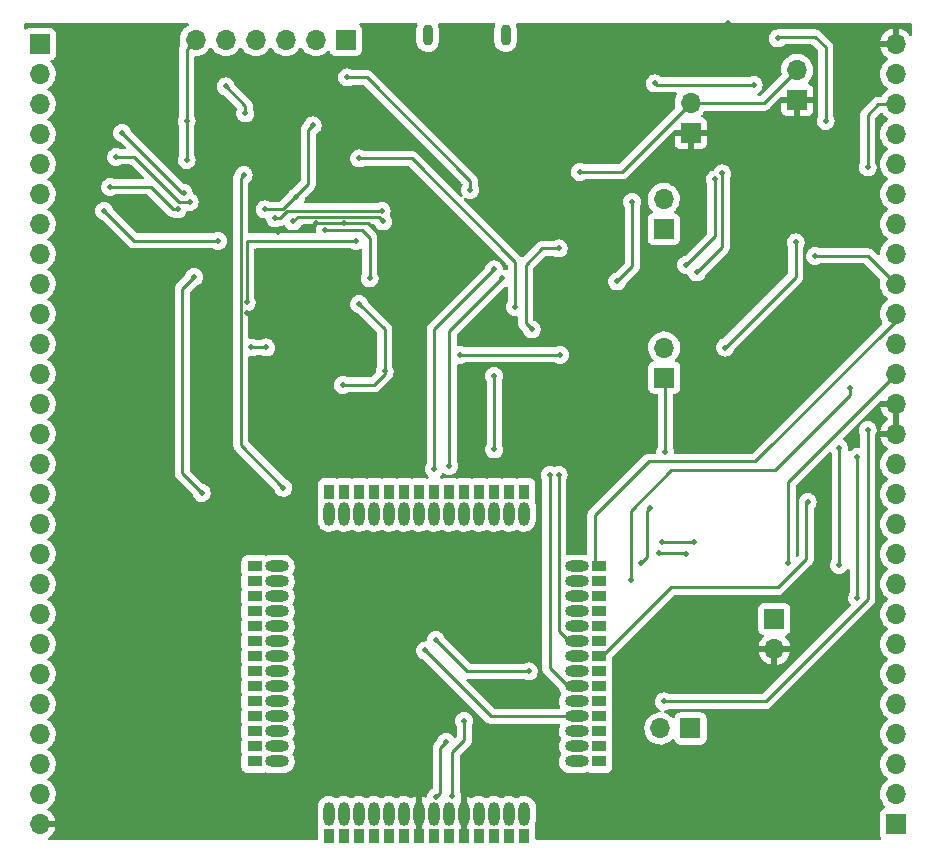
<source format=gbr>
%TF.GenerationSoftware,KiCad,Pcbnew,(6.0.5-0)*%
%TF.CreationDate,2022-06-28T13:32:59-07:00*%
%TF.ProjectId,caravel_pcb_v3_FTDI_flexy,63617261-7665-46c5-9f70-63625f76335f,rev?*%
%TF.SameCoordinates,Original*%
%TF.FileFunction,Copper,L2,Bot*%
%TF.FilePolarity,Positive*%
%FSLAX46Y46*%
G04 Gerber Fmt 4.6, Leading zero omitted, Abs format (unit mm)*
G04 Created by KiCad (PCBNEW (6.0.5-0)) date 2022-06-28 13:32:59*
%MOMM*%
%LPD*%
G01*
G04 APERTURE LIST*
%TA.AperFunction,ComponentPad*%
%ADD10O,0.900000X1.800000*%
%TD*%
%TA.AperFunction,ComponentPad*%
%ADD11R,1.700000X1.700000*%
%TD*%
%TA.AperFunction,ComponentPad*%
%ADD12O,1.700000X1.700000*%
%TD*%
%TA.AperFunction,ComponentPad*%
%ADD13O,2.000000X0.950000*%
%TD*%
%TA.AperFunction,ComponentPad*%
%ADD14R,1.300000X0.900000*%
%TD*%
%TA.AperFunction,ComponentPad*%
%ADD15O,0.950000X2.000000*%
%TD*%
%TA.AperFunction,ComponentPad*%
%ADD16R,0.900000X1.300000*%
%TD*%
%TA.AperFunction,ViaPad*%
%ADD17C,0.500000*%
%TD*%
%TA.AperFunction,ViaPad*%
%ADD18C,0.800000*%
%TD*%
%TA.AperFunction,Conductor*%
%ADD19C,0.254000*%
%TD*%
G04 APERTURE END LIST*
D10*
%TO.P,J1,S5*%
%TO.N,N/C*%
X141300000Y-60325000D03*
%TO.P,J1,S6*%
X134700000Y-60325000D03*
%TD*%
D11*
%TO.P,J5,1,Pin_1*%
%TO.N,vdda*%
X156953500Y-118999000D03*
D12*
%TO.P,J5,2,Pin_2*%
X154413500Y-118999000D03*
%TD*%
D11*
%TO.P,J7,1,Pin_1*%
%TO.N,Caravel_CSB*%
X127762000Y-60706000D03*
D12*
%TO.P,J7,2,Pin_2*%
%TO.N,Caravel_D1*%
X125222000Y-60706000D03*
%TO.P,J7,3,Pin_3*%
%TO.N,~{MEM_WP}*%
X122682000Y-60706000D03*
%TO.P,J7,4,Pin_4*%
%TO.N,~{MEM_HOLD}*%
X120142000Y-60706000D03*
%TO.P,J7,5,Pin_5*%
%TO.N,Caravel_D0*%
X117602000Y-60706000D03*
%TO.P,J7,6,Pin_6*%
%TO.N,Caravel_SCK*%
X115062000Y-60706000D03*
%TD*%
D11*
%TO.P,J10,1,Pin_1*%
%TO.N,mprj_io[0]*%
X101854000Y-61061600D03*
D12*
%TO.P,J10,2,Pin_2*%
%TO.N,USB_SI*%
X101854000Y-63601600D03*
%TO.P,J10,3,Pin_3*%
%TO.N,USB_SO_RXD*%
X101854000Y-66141600D03*
%TO.P,J10,4,Pin_4*%
%TO.N,USB_CS1*%
X101854000Y-68681600D03*
%TO.P,J10,5,Pin_5*%
%TO.N,USB_SCK_TXD*%
X101854000Y-71221600D03*
%TO.P,J10,6,Pin_6*%
%TO.N,mprj_io[5]_ser_rx*%
X101854000Y-73761600D03*
%TO.P,J10,7,Pin_7*%
%TO.N,mprj_io[6]_ser_tx*%
X101854000Y-76301600D03*
%TO.P,J10,8,Pin_8*%
%TO.N,mprj_io[7]*%
X101854000Y-78841600D03*
%TO.P,J10,9,Pin_9*%
%TO.N,mprj_io[8]*%
X101854000Y-81381600D03*
%TO.P,J10,10,Pin_10*%
%TO.N,mprj_io[9]*%
X101854000Y-83921600D03*
%TO.P,J10,11,Pin_11*%
%TO.N,mprj_io[10]*%
X101854000Y-86461600D03*
%TO.P,J10,12,Pin_12*%
%TO.N,mprj_io[11]*%
X101854000Y-89001600D03*
%TO.P,J10,13,Pin_13*%
%TO.N,mprj_io[12]*%
X101854000Y-91541600D03*
%TO.P,J10,14,Pin_14*%
%TO.N,mprj_io[13]*%
X101854000Y-94081600D03*
%TO.P,J10,15,Pin_15*%
%TO.N,mprj_io[14]*%
X101854000Y-96621600D03*
%TO.P,J10,16,Pin_16*%
%TO.N,mprj_io[15]*%
X101854000Y-99161600D03*
%TO.P,J10,17,Pin_17*%
%TO.N,mprj_io[16]*%
X101854000Y-101701600D03*
%TO.P,J10,18,Pin_18*%
%TO.N,mprj_io[17]*%
X101854000Y-104241600D03*
%TO.P,J10,19,Pin_19*%
%TO.N,mprj_io[18]*%
X101854000Y-106781600D03*
%TO.P,J10,20,Pin_20*%
%TO.N,mprj_io[19]*%
X101854000Y-109321600D03*
%TO.P,J10,21,Pin_21*%
%TO.N,mprj_io[20]*%
X101854000Y-111861600D03*
%TO.P,J10,22,Pin_22*%
%TO.N,mprj_io[21]*%
X101854000Y-114401600D03*
%TO.P,J10,23,Pin_23*%
%TO.N,mprj_io[22]*%
X101854000Y-116941600D03*
%TO.P,J10,24,Pin_24*%
%TO.N,mprj_io[23]*%
X101854000Y-119481600D03*
%TO.P,J10,25,Pin_25*%
%TO.N,mprj_io[24]*%
X101854000Y-122021600D03*
%TO.P,J10,26,Pin_26*%
%TO.N,mprj_io[25]*%
X101854000Y-124561600D03*
%TO.P,J10,27,Pin_27*%
%TO.N,GND*%
X101854000Y-127101600D03*
%TD*%
D11*
%TO.P,J6,1,Pin_1*%
%TO.N,Net-(J6-Pad1)*%
X164060500Y-109728000D03*
D12*
%TO.P,J6,2,Pin_2*%
%TO.N,GND*%
X164060500Y-112268000D03*
%TD*%
D11*
%TO.P,J3,1,Pin_1*%
%TO.N,GND*%
X156972000Y-68585000D03*
D12*
%TO.P,J3,2,Pin_2*%
%TO.N,UART_EN*%
X156972000Y-66045000D03*
%TD*%
D11*
%TO.P,J11,1,Pin_1*%
%TO.N,mprj_io[37]*%
X174345600Y-127101600D03*
D12*
%TO.P,J11,2,Pin_2*%
%TO.N,mprj_io[36]*%
X174345600Y-124561600D03*
%TO.P,J11,3,Pin_3*%
%TO.N,mprj_io[35]*%
X174345600Y-122021600D03*
%TO.P,J11,4,Pin_4*%
%TO.N,mprj_io[34]*%
X174345600Y-119481600D03*
%TO.P,J11,5,Pin_5*%
%TO.N,mprj_io[33]*%
X174345600Y-116941600D03*
%TO.P,J11,6,Pin_6*%
%TO.N,mprj_io[32]*%
X174345600Y-114401600D03*
%TO.P,J11,7,Pin_7*%
%TO.N,mprj_io[31]*%
X174345600Y-111861600D03*
%TO.P,J11,8,Pin_8*%
%TO.N,mprj_io[30]*%
X174345600Y-109321600D03*
%TO.P,J11,9,Pin_9*%
%TO.N,mprj_io[29]*%
X174345600Y-106781600D03*
%TO.P,J11,10,Pin_10*%
%TO.N,mprj_io[28]*%
X174345600Y-104241600D03*
%TO.P,J11,11,Pin_11*%
%TO.N,mprj_io[27]*%
X174345600Y-101701600D03*
%TO.P,J11,12,Pin_12*%
%TO.N,mprj_io[26]*%
X174345600Y-99161600D03*
%TO.P,J11,13,Pin_13*%
%TO.N,vccd*%
X174345600Y-96621600D03*
%TO.P,J11,14,Pin_14*%
%TO.N,GND*%
X174345600Y-94081600D03*
%TO.P,J11,15,Pin_15*%
X174345600Y-91541600D03*
%TO.P,J11,16,Pin_16*%
%TO.N,xclk*%
X174345600Y-89001600D03*
%TO.P,J11,17,Pin_17*%
%TO.N,gpio*%
X174345600Y-86461600D03*
%TO.P,J11,18,Pin_18*%
%TO.N,vccd2*%
X174345600Y-83921600D03*
%TO.P,J11,19,Pin_19*%
%TO.N,vccd*%
X174345600Y-81381600D03*
%TO.P,J11,20,Pin_20*%
X174345600Y-78841600D03*
%TO.P,J11,21,Pin_21*%
%TO.N,vccd1*%
X174345600Y-76301600D03*
%TO.P,J11,22,Pin_22*%
%TO.N,vdda2*%
X174345600Y-73761600D03*
%TO.P,J11,23,Pin_23*%
%TO.N,vdda*%
X174345600Y-71221600D03*
%TO.P,J11,24,Pin_24*%
X174345600Y-68681600D03*
%TO.P,J11,25,Pin_25*%
%TO.N,vdda1*%
X174345600Y-66141600D03*
%TO.P,J11,26,Pin_26*%
%TO.N,vdda*%
X174345600Y-63601600D03*
%TO.P,J11,27,Pin_27*%
%TO.N,GND*%
X174345600Y-61061600D03*
%TD*%
D11*
%TO.P,J2,1,Pin_1*%
%TO.N,GND*%
X165989000Y-65791000D03*
D12*
%TO.P,J2,2,Pin_2*%
%TO.N,UART_EN*%
X165989000Y-63251000D03*
%TD*%
D11*
%TO.P,J8,1,Pin_1*%
%TO.N,vccd*%
X154686000Y-76713000D03*
D12*
%TO.P,J8,2,Pin_2*%
X154686000Y-74173000D03*
%TD*%
D11*
%TO.P,J9,1,Pin_1*%
%TO.N,vdda*%
X154736800Y-89286000D03*
D12*
%TO.P,J9,2,Pin_2*%
X154736800Y-86746000D03*
%TD*%
D13*
%TO.P,U6,1,vccd1*%
%TO.N,vccd1*%
X147320000Y-121786000D03*
D14*
X149170000Y-121786000D03*
%TO.P,U6,2,vdda1*%
%TO.N,vdda1*%
X149170000Y-120516000D03*
D13*
X147320000Y-120516000D03*
%TO.P,U6,3,vdda*%
%TO.N,vdda*%
X147320000Y-119246000D03*
D14*
X149170000Y-119246000D03*
D13*
%TO.P,U6,4,Caravel_SCK*%
%TO.N,Caravel_SCK*%
X147320000Y-117976000D03*
D14*
X149170000Y-117976000D03*
%TO.P,U6,5,gpio*%
%TO.N,gpio*%
X149170000Y-116706000D03*
D13*
X147320000Y-116706000D03*
D14*
%TO.P,U6,6,Caravel_D1*%
%TO.N,Caravel_D1*%
X149170000Y-115436000D03*
D13*
X147320000Y-115436000D03*
D14*
%TO.P,U6,7,Caravel_D0*%
%TO.N,Caravel_D0*%
X149170000Y-114166000D03*
D13*
X147320000Y-114166000D03*
%TO.P,U6,8,vccd*%
%TO.N,vccd*%
X147320000Y-112896000D03*
D14*
X149170000Y-112896000D03*
%TO.P,U6,9,Caravel_CSB*%
%TO.N,Caravel_CSB*%
X149170000Y-111626000D03*
D13*
X147320000Y-111626000D03*
D14*
%TO.P,U6,10,xclk*%
%TO.N,xclk*%
X149170000Y-110356000D03*
D13*
X147320000Y-110356000D03*
%TO.P,U6,11,~{RST}*%
%TO.N,~{RST}*%
X147320000Y-109086000D03*
D14*
X149170000Y-109086000D03*
%TO.P,U6,12,vdda2*%
%TO.N,vdda2*%
X149170000Y-107816000D03*
D13*
X147320000Y-107816000D03*
%TO.P,U6,13,vddio*%
%TO.N,vdda*%
X147320000Y-106546000D03*
D14*
X149170000Y-106546000D03*
D13*
%TO.P,U6,14,vccd2*%
%TO.N,vccd2*%
X147320000Y-105276000D03*
D14*
X149170000Y-105276000D03*
D15*
%TO.P,U6,15,mprj_io[0]*%
%TO.N,mprj_io[0]*%
X142875000Y-100831000D03*
D16*
X142875000Y-98981000D03*
%TO.P,U6,16,mprj_io[1]_SDO*%
%TO.N,USB_SI*%
X141605000Y-98981000D03*
D15*
X141605000Y-100831000D03*
%TO.P,U6,17,mprj_io[2]_SDI*%
%TO.N,USB_SO_RXD*%
X140335000Y-100831000D03*
D16*
X140335000Y-98981000D03*
D15*
%TO.P,U6,18,mprj_io[3]_CSB*%
%TO.N,USB_CS1*%
X139065000Y-100831000D03*
D16*
X139065000Y-98981000D03*
D15*
%TO.P,U6,19,mprj_io[4]_SCK*%
%TO.N,USB_SCK_TXD*%
X137795000Y-100831000D03*
D16*
X137795000Y-98981000D03*
%TO.P,U6,20,mprj_io[5]_ser_rx*%
%TO.N,mprj_io[5]_ser_rx*%
X136525000Y-98981000D03*
D15*
X136525000Y-100831000D03*
%TO.P,U6,21,mprj_io[6]_ser_tx*%
%TO.N,mprj_io[6]_ser_tx*%
X135255000Y-100831000D03*
D16*
X135255000Y-98981000D03*
%TO.P,U6,22,mprj_io[7]*%
%TO.N,mprj_io[7]*%
X133985000Y-98981000D03*
D15*
X133985000Y-100831000D03*
%TO.P,U6,23,mprj_io[8]*%
%TO.N,mprj_io[8]*%
X132715000Y-100831000D03*
D16*
X132715000Y-98981000D03*
%TO.P,U6,24,mprj_io[9]*%
%TO.N,mprj_io[9]*%
X131445000Y-98981000D03*
D15*
X131445000Y-100831000D03*
%TO.P,U6,25,mprj_io[10]*%
%TO.N,mprj_io[10]*%
X130175000Y-100831000D03*
D16*
X130175000Y-98981000D03*
D15*
%TO.P,U6,26,mprj_io[11]*%
%TO.N,mprj_io[11]*%
X128905000Y-100831000D03*
D16*
X128905000Y-98981000D03*
D15*
%TO.P,U6,27,mprj_io[12]*%
%TO.N,mprj_io[12]*%
X127635000Y-100831000D03*
D16*
X127635000Y-98981000D03*
%TO.P,U6,28,mprj_io[13]*%
%TO.N,mprj_io[13]*%
X126365000Y-98981000D03*
D15*
X126365000Y-100831000D03*
D13*
%TO.P,U6,29,mprj_io[14]*%
%TO.N,mprj_io[14]*%
X121946000Y-105276000D03*
D14*
X120096000Y-105276000D03*
%TO.P,U6,30,mprj_io[15]*%
%TO.N,mprj_io[15]*%
X120096000Y-106546000D03*
D13*
X121946000Y-106546000D03*
D14*
%TO.P,U6,31,mprj_io[16]*%
%TO.N,mprj_io[16]*%
X120096000Y-107816000D03*
D13*
X121946000Y-107816000D03*
%TO.P,U6,32,mprj_io[17]*%
%TO.N,mprj_io[17]*%
X121946000Y-109086000D03*
D14*
X120096000Y-109086000D03*
D13*
%TO.P,U6,33,mprj_io[18]*%
%TO.N,mprj_io[18]*%
X121946000Y-110356000D03*
D14*
X120096000Y-110356000D03*
D13*
%TO.P,U6,34,mprj_io[19]*%
%TO.N,mprj_io[19]*%
X121946000Y-111626000D03*
D14*
X120096000Y-111626000D03*
%TO.P,U6,35,mprj_io[20]*%
%TO.N,mprj_io[20]*%
X120096000Y-112896000D03*
D13*
X121946000Y-112896000D03*
D14*
%TO.P,U6,36,mprj_io[21]*%
%TO.N,mprj_io[21]*%
X120096000Y-114166000D03*
D13*
X121946000Y-114166000D03*
%TO.P,U6,37,mprj_io[22]*%
%TO.N,mprj_io[22]*%
X121946000Y-115436000D03*
D14*
X120096000Y-115436000D03*
D13*
%TO.P,U6,38,mprj_io[23]*%
%TO.N,mprj_io[23]*%
X121946000Y-116706000D03*
D14*
X120096000Y-116706000D03*
D13*
%TO.P,U6,39,mprj_io[24]*%
%TO.N,mprj_io[24]*%
X121946000Y-117976000D03*
D14*
X120096000Y-117976000D03*
%TO.P,U6,40,mprj_io[25]*%
%TO.N,mprj_io[25]*%
X120096000Y-119246000D03*
D13*
X121946000Y-119246000D03*
D14*
%TO.P,U6,41,mprj_io[26]*%
%TO.N,mprj_io[26]*%
X120096000Y-120516000D03*
D13*
X121946000Y-120516000D03*
D14*
%TO.P,U6,42,mprj_io[27]*%
%TO.N,mprj_io[27]*%
X120096000Y-121786000D03*
D13*
X121946000Y-121786000D03*
D15*
%TO.P,U6,43,mprj_io[28]*%
%TO.N,mprj_io[28]*%
X126365000Y-126231000D03*
D16*
X126365000Y-128081000D03*
D15*
%TO.P,U6,44,mprj_io[29]*%
%TO.N,mprj_io[29]*%
X127635000Y-126231000D03*
D16*
X127635000Y-128081000D03*
D15*
%TO.P,U6,45,mprj_io[30]*%
%TO.N,mprj_io[30]*%
X128905000Y-126231000D03*
D16*
X128905000Y-128081000D03*
D15*
%TO.P,U6,46,mprj_io[31]*%
%TO.N,mprj_io[31]*%
X130175000Y-126231000D03*
D16*
X130175000Y-128081000D03*
%TO.P,U6,47,mprj_io[32]*%
%TO.N,mprj_io[32]*%
X131445000Y-128081000D03*
D15*
X131445000Y-126231000D03*
%TO.P,U6,48,mprj_io[33]*%
%TO.N,mprj_io[33]*%
X132715000Y-126231000D03*
D16*
X132715000Y-128081000D03*
%TO.P,U6,49,GND*%
%TO.N,GND*%
X133985000Y-128081000D03*
D15*
X133985000Y-126231000D03*
D16*
%TO.P,U6,50,vddio*%
%TO.N,vdda*%
X135255000Y-128081000D03*
D15*
X135255000Y-126231000D03*
D16*
%TO.P,U6,51,vccd*%
%TO.N,vccd*%
X136525000Y-128081000D03*
D15*
X136525000Y-126231000D03*
D16*
%TO.P,U6,52,GND*%
%TO.N,GND*%
X137795000Y-128081000D03*
D15*
X137795000Y-126231000D03*
D16*
%TO.P,U6,53,mprj_io[34]*%
%TO.N,mprj_io[34]*%
X139065000Y-128081000D03*
D15*
X139065000Y-126231000D03*
D16*
%TO.P,U6,54,mprj_io[35]*%
%TO.N,mprj_io[35]*%
X140335000Y-128081000D03*
D15*
X140335000Y-126231000D03*
%TO.P,U6,55,mprj_io[36]*%
%TO.N,mprj_io[36]*%
X141605000Y-126231000D03*
D16*
X141605000Y-128081000D03*
%TO.P,U6,56,mprj_io[37]*%
%TO.N,mprj_io[37]*%
X142875000Y-128081000D03*
D15*
X142875000Y-126231000D03*
%TD*%
D17*
%TO.N,GND*%
X125222000Y-76200000D03*
X119380000Y-83820000D03*
X128981200Y-81940400D03*
X122047000Y-76962000D03*
X128778000Y-79121000D03*
X111125000Y-76835000D03*
X160401000Y-80010000D03*
X134683134Y-124072100D03*
X130683000Y-78486000D03*
X116027200Y-75234800D03*
X171958000Y-61061600D03*
X160147000Y-59309000D03*
X164338000Y-77597000D03*
X162750500Y-115125500D03*
X123190000Y-64897000D03*
D18*
X104648000Y-127000000D03*
D17*
X127635000Y-76200000D03*
%TO.N,vdda*%
X120904000Y-75057000D03*
X127508000Y-89916000D03*
X123571000Y-74041000D03*
X124968000Y-67945000D03*
X136271000Y-120142000D03*
X153924000Y-64389000D03*
X159872600Y-86746000D03*
X128905000Y-83058000D03*
X152781000Y-105029000D03*
X131064000Y-88773000D03*
X135382000Y-124841000D03*
X137414000Y-87376000D03*
X129794000Y-80899000D03*
X162297300Y-64516000D03*
X154813000Y-95631000D03*
X145923000Y-87376000D03*
X165862000Y-77851000D03*
X125984000Y-76835000D03*
X153543000Y-100330000D03*
%TO.N,+5V*%
X143510000Y-85217000D03*
X145796000Y-78359000D03*
%TO.N,vccd*%
X137795000Y-118364000D03*
X167513000Y-78994000D03*
X136779000Y-124714000D03*
X166878000Y-99822000D03*
%TO.N,Net-(D2-Pad1)*%
X119761000Y-86741000D03*
X121031000Y-86741000D03*
%TO.N,gpio*%
X171958000Y-93726000D03*
X154686000Y-116713000D03*
%TO.N,FTDI_D-*%
X123317000Y-76073000D03*
X130937000Y-76073000D03*
%TO.N,FTDI_D+*%
X121793000Y-75819000D03*
X130810000Y-75184000D03*
%TO.N,UART_EN*%
X147574000Y-71882000D03*
X119380000Y-82931000D03*
X128651000Y-77724000D03*
%TO.N,xclk*%
X165227000Y-105029000D03*
%TO.N,vccd1*%
X171069000Y-96012000D03*
X171069000Y-107950000D03*
%TO.N,vdda2*%
X170434000Y-90170000D03*
X151892000Y-106426000D03*
%TO.N,vdda1*%
X171958000Y-71501000D03*
X169545000Y-95250000D03*
X169545000Y-105156000D03*
%TO.N,Caravel_CSB*%
X142113000Y-83312000D03*
X145796000Y-97536000D03*
X128905000Y-70739000D03*
%TO.N,Caravel_D1*%
X127889000Y-63881000D03*
X138303000Y-73406000D03*
X145034000Y-97536000D03*
%TO.N,Caravel_D0*%
X119126000Y-72136000D03*
X117602000Y-64643000D03*
X143263000Y-114166000D03*
X122491500Y-98615500D03*
X135382000Y-111506000D03*
X119253000Y-66929000D03*
%TO.N,Caravel_SCK*%
X114300000Y-70866000D03*
X114935000Y-80772000D03*
X134493000Y-112395000D03*
X114300000Y-67564000D03*
X115570000Y-99060000D03*
%TO.N,USB_SCK_TXD*%
X164338000Y-60579000D03*
X168402000Y-67564000D03*
X116967000Y-77724000D03*
X107315000Y-75184000D03*
%TO.N,USB_SO_RXD*%
X140335000Y-95377000D03*
X152019000Y-74422000D03*
X108331000Y-70612000D03*
X114554000Y-74422000D03*
X140335000Y-89154000D03*
X150749000Y-81153000D03*
%TO.N,USB_SI*%
X108839000Y-68580000D03*
X114046000Y-73660000D03*
%TO.N,USB_CS1*%
X113538000Y-75057000D03*
X107823000Y-73152000D03*
%TO.N,mprj_io[6]_ser_tx*%
X140335000Y-80137000D03*
X135255000Y-97028000D03*
X156591000Y-79756000D03*
X159004000Y-72517000D03*
%TO.N,mprj_io[5]_ser_rx*%
X159639000Y-72009000D03*
X136525000Y-96774000D03*
X140970000Y-80899000D03*
X157480000Y-80391000D03*
%TO.N,mprj_io[27]*%
X157226000Y-103251000D03*
X154559000Y-103251000D03*
%TO.N,mprj_io[28]*%
X156616400Y-104241600D03*
X154305000Y-104140000D03*
%TD*%
D19*
%TO.N,GND*%
X127635000Y-76200000D02*
X125222000Y-76200000D01*
%TO.N,vdda*%
X129794000Y-77470000D02*
X129159000Y-76835000D01*
X129159000Y-76835000D02*
X125984000Y-76835000D01*
X129794000Y-80899000D02*
X129794000Y-77470000D01*
%TO.N,GND*%
X115265200Y-75234800D02*
X113665000Y-76835000D01*
X116027200Y-75234800D02*
X115265200Y-75234800D01*
X164338000Y-79502000D02*
X164338000Y-77597000D01*
X129667000Y-76200000D02*
X130683000Y-77216000D01*
X130683000Y-77216000D02*
X130683000Y-78486000D01*
X163703000Y-80137000D02*
X164338000Y-79502000D01*
X127635000Y-76200000D02*
X129667000Y-76200000D01*
X160528000Y-80137000D02*
X163703000Y-80137000D01*
X113665000Y-76835000D02*
X111125000Y-76835000D01*
X160401000Y-80010000D02*
X160528000Y-80137000D01*
%TO.N,vdda*%
X154813000Y-89362200D02*
X154736800Y-89286000D01*
X165862000Y-77851000D02*
X165862000Y-80756600D01*
X145923000Y-87376000D02*
X137414000Y-87376000D01*
X130175000Y-89916000D02*
X127508000Y-89916000D01*
X131064000Y-89027000D02*
X130175000Y-89916000D01*
X128905000Y-83058000D02*
X131064000Y-85217000D01*
X152781000Y-105029000D02*
X153289000Y-104521000D01*
X124587000Y-68326000D02*
X124968000Y-67945000D01*
X122428000Y-75057000D02*
X124587000Y-72898000D01*
X153289000Y-104521000D02*
X153289000Y-100584000D01*
X154813000Y-95631000D02*
X154813000Y-89362200D01*
X135763000Y-124460000D02*
X135382000Y-124841000D01*
X135763000Y-120650000D02*
X135763000Y-124460000D01*
X124587000Y-72898000D02*
X124587000Y-68326000D01*
X136271000Y-120142000D02*
X135763000Y-120650000D01*
X120904000Y-75057000D02*
X122428000Y-75057000D01*
X131064000Y-88773000D02*
X131064000Y-89027000D01*
X154051000Y-64516000D02*
X162297300Y-64516000D01*
X165862000Y-80756600D02*
X159872600Y-86746000D01*
X153924000Y-64389000D02*
X154051000Y-64516000D01*
X131064000Y-85217000D02*
X131064000Y-88773000D01*
X153289000Y-100584000D02*
X153543000Y-100330000D01*
%TO.N,+5V*%
X143002000Y-84709000D02*
X143510000Y-85217000D01*
X143002000Y-79756000D02*
X143002000Y-84709000D01*
X145796000Y-78359000D02*
X144399000Y-78359000D01*
X144399000Y-78359000D02*
X143002000Y-79756000D01*
%TO.N,vccd*%
X166878000Y-99822000D02*
X166751000Y-99949000D01*
X171958000Y-78994000D02*
X174345600Y-81381600D01*
X164338000Y-107061000D02*
X155321000Y-107061000D01*
X136779000Y-121031000D02*
X136779000Y-124714000D01*
X167513000Y-78994000D02*
X171958000Y-78994000D01*
X137795000Y-118364000D02*
X137795000Y-120015000D01*
X149486000Y-112896000D02*
X148870000Y-112896000D01*
X166751000Y-99949000D02*
X166751000Y-104648000D01*
X137795000Y-120015000D02*
X136779000Y-121031000D01*
X155321000Y-107061000D02*
X149486000Y-112896000D01*
X166751000Y-104648000D02*
X164338000Y-107061000D01*
%TO.N,Net-(D2-Pad1)*%
X121031000Y-86741000D02*
X119761000Y-86741000D01*
%TO.N,gpio*%
X171958000Y-93726000D02*
X171958000Y-108077000D01*
X163322000Y-116713000D02*
X154686000Y-116713000D01*
X171958000Y-108077000D02*
X163322000Y-116713000D01*
%TO.N,FTDI_D-*%
X123317000Y-76073000D02*
X123698000Y-75692000D01*
X130556000Y-75692000D02*
X130937000Y-76073000D01*
X123698000Y-75692000D02*
X130556000Y-75692000D01*
%TO.N,FTDI_D+*%
X122174000Y-75819000D02*
X122809000Y-75184000D01*
X122809000Y-75184000D02*
X130810000Y-75184000D01*
X121793000Y-75819000D02*
X122174000Y-75819000D01*
%TO.N,UART_EN*%
X156972000Y-66045000D02*
X163195000Y-66045000D01*
X151135000Y-71882000D02*
X156972000Y-66045000D01*
X147574000Y-71882000D02*
X151135000Y-71882000D01*
X163195000Y-66045000D02*
X165989000Y-63251000D01*
X119380000Y-77724000D02*
X128651000Y-77724000D01*
X119380000Y-82931000D02*
X119380000Y-77724000D01*
%TO.N,xclk*%
X165227000Y-98120200D02*
X174345600Y-89001600D01*
X165227000Y-105029000D02*
X165227000Y-98120200D01*
%TO.N,vccd2*%
X153416000Y-96393000D02*
X162433000Y-96393000D01*
X148870000Y-105276000D02*
X148870000Y-100939000D01*
X148870000Y-100939000D02*
X153416000Y-96393000D01*
X162433000Y-96393000D02*
X174345600Y-84480400D01*
X174345600Y-84480400D02*
X174345600Y-83921600D01*
%TO.N,vccd1*%
X171069000Y-107950000D02*
X171069000Y-96012000D01*
%TO.N,vdda2*%
X151892000Y-100584000D02*
X155321000Y-97155000D01*
X155321000Y-97155000D02*
X164084000Y-97155000D01*
X151892000Y-106426000D02*
X151892000Y-100584000D01*
X170434000Y-90805000D02*
X170434000Y-90170000D01*
X164084000Y-97155000D02*
X170434000Y-90805000D01*
%TO.N,vdda1*%
X171958000Y-71501000D02*
X171958000Y-67056000D01*
X171958000Y-67056000D02*
X172872400Y-66141600D01*
X172872400Y-66141600D02*
X174345600Y-66141600D01*
X169545000Y-105156000D02*
X169545000Y-95250000D01*
%TO.N,Caravel_CSB*%
X145796000Y-97536000D02*
X145796000Y-110744000D01*
X133350000Y-70739000D02*
X128905000Y-70739000D01*
X142113000Y-83312000D02*
X142113000Y-79502000D01*
X146678000Y-111626000D02*
X147320000Y-111626000D01*
X142113000Y-79502000D02*
X133350000Y-70739000D01*
X145796000Y-110744000D02*
X146678000Y-111626000D01*
%TO.N,Caravel_D1*%
X145034000Y-97536000D02*
X145034000Y-113919000D01*
X146551000Y-115436000D02*
X147320000Y-115436000D01*
X129540000Y-63881000D02*
X127889000Y-63881000D01*
X138303000Y-72644000D02*
X129540000Y-63881000D01*
X138303000Y-73406000D02*
X138303000Y-72644000D01*
X145034000Y-113919000D02*
X146551000Y-115436000D01*
%TO.N,Caravel_D0*%
X117602000Y-64643000D02*
X119253000Y-66294000D01*
X118872000Y-94996000D02*
X122491500Y-98615500D01*
X135382000Y-111506000D02*
X138042000Y-114166000D01*
X138042000Y-114166000D02*
X143263000Y-114166000D01*
X119253000Y-66294000D02*
X119253000Y-66929000D01*
X118872000Y-72390000D02*
X118872000Y-94996000D01*
X119126000Y-72136000D02*
X118872000Y-72390000D01*
%TO.N,Caravel_SCK*%
X140074000Y-117976000D02*
X134493000Y-112395000D01*
X114300000Y-70866000D02*
X114300000Y-67564000D01*
X114300000Y-67564000D02*
X114300000Y-61468000D01*
X113919000Y-81788000D02*
X114935000Y-80772000D01*
X114300000Y-61468000D02*
X115062000Y-60706000D01*
X115570000Y-99060000D02*
X113919000Y-97409000D01*
X147320000Y-117976000D02*
X140074000Y-117976000D01*
X113919000Y-97409000D02*
X113919000Y-81788000D01*
%TO.N,USB_SCK_TXD*%
X164338000Y-60579000D02*
X164465000Y-60452000D01*
X164465000Y-60452000D02*
X167513000Y-60452000D01*
X168402000Y-61341000D02*
X168402000Y-67564000D01*
X167513000Y-60452000D02*
X168402000Y-61341000D01*
X116967000Y-77724000D02*
X109855000Y-77724000D01*
X109855000Y-77724000D02*
X107315000Y-75184000D01*
%TO.N,USB_SO_RXD*%
X140335000Y-89154000D02*
X140335000Y-95377000D01*
X150749000Y-81153000D02*
X152019000Y-79883000D01*
X113665000Y-74422000D02*
X109855000Y-70612000D01*
X152019000Y-79883000D02*
X152019000Y-74422000D01*
X114554000Y-74422000D02*
X113665000Y-74422000D01*
X109855000Y-70612000D02*
X108331000Y-70612000D01*
%TO.N,USB_SI*%
X113919000Y-73660000D02*
X108839000Y-68580000D01*
X114046000Y-73660000D02*
X113919000Y-73660000D01*
%TO.N,USB_CS1*%
X111252000Y-73152000D02*
X107823000Y-73152000D01*
X113538000Y-75057000D02*
X113157000Y-75057000D01*
X113157000Y-75057000D02*
X111252000Y-73152000D01*
%TO.N,mprj_io[6]_ser_tx*%
X135255000Y-97028000D02*
X135255000Y-85217000D01*
X156591000Y-79756000D02*
X159004000Y-77343000D01*
X135255000Y-85217000D02*
X140335000Y-80137000D01*
X159004000Y-77343000D02*
X159004000Y-72517000D01*
%TO.N,mprj_io[5]_ser_rx*%
X136525000Y-85344000D02*
X136525000Y-96774000D01*
X140970000Y-80899000D02*
X136525000Y-85344000D01*
X159639000Y-78232000D02*
X159639000Y-72009000D01*
X157480000Y-80391000D02*
X159639000Y-78232000D01*
%TO.N,mprj_io[27]*%
X154559000Y-103251000D02*
X157226000Y-103251000D01*
%TO.N,mprj_io[28]*%
X154305000Y-104140000D02*
X156514800Y-104140000D01*
X156514800Y-104140000D02*
X156616400Y-104241600D01*
%TD*%
%TA.AperFunction,Conductor*%
%TO.N,GND*%
G36*
X114442066Y-59284502D02*
G01*
X114488559Y-59338158D01*
X114498663Y-59408432D01*
X114469169Y-59473012D01*
X114432126Y-59502263D01*
X114335607Y-59552507D01*
X114331474Y-59555610D01*
X114331471Y-59555612D01*
X114161100Y-59683530D01*
X114156965Y-59686635D01*
X114114978Y-59730572D01*
X114013385Y-59836883D01*
X114002629Y-59848138D01*
X113999720Y-59852403D01*
X113999714Y-59852411D01*
X113976750Y-59886075D01*
X113876743Y-60032680D01*
X113859958Y-60068840D01*
X113786842Y-60226357D01*
X113782688Y-60235305D01*
X113722989Y-60450570D01*
X113699251Y-60672695D01*
X113699548Y-60677848D01*
X113699548Y-60677851D01*
X113708139Y-60826842D01*
X113712110Y-60895715D01*
X113713247Y-60900761D01*
X113713248Y-60900767D01*
X113752082Y-61073084D01*
X113747546Y-61143936D01*
X113744803Y-61150823D01*
X113731254Y-61182135D01*
X113731031Y-61182650D01*
X113725807Y-61193314D01*
X113704431Y-61232197D01*
X113702460Y-61239872D01*
X113702458Y-61239878D01*
X113699369Y-61251911D01*
X113692966Y-61270613D01*
X113684883Y-61289292D01*
X113683644Y-61297117D01*
X113677940Y-61333127D01*
X113675535Y-61344740D01*
X113664500Y-61387718D01*
X113664500Y-61408065D01*
X113662949Y-61427776D01*
X113659765Y-61447879D01*
X113660511Y-61455771D01*
X113663941Y-61492056D01*
X113664500Y-61503914D01*
X113664500Y-67112741D01*
X113644411Y-67180997D01*
X113616304Y-67224610D01*
X113558103Y-67384516D01*
X113536775Y-67553343D01*
X113553381Y-67722699D01*
X113607094Y-67884167D01*
X113615308Y-67897730D01*
X113646276Y-67948864D01*
X113664500Y-68014136D01*
X113664500Y-70414741D01*
X113644411Y-70482997D01*
X113616304Y-70526610D01*
X113558103Y-70686516D01*
X113536775Y-70855343D01*
X113553381Y-71024699D01*
X113607094Y-71186167D01*
X113610741Y-71192189D01*
X113610742Y-71192191D01*
X113691319Y-71325238D01*
X113695246Y-71331723D01*
X113813455Y-71454132D01*
X113868791Y-71490343D01*
X113948664Y-71542610D01*
X113955846Y-71547310D01*
X113962450Y-71549766D01*
X113962452Y-71549767D01*
X113998844Y-71563301D01*
X114115341Y-71606626D01*
X114284015Y-71629132D01*
X114291026Y-71628494D01*
X114291030Y-71628494D01*
X114446462Y-71614348D01*
X114453483Y-71613709D01*
X114460185Y-71611531D01*
X114460187Y-71611531D01*
X114608623Y-71563301D01*
X114608626Y-71563300D01*
X114615322Y-71561124D01*
X114761490Y-71473990D01*
X114766584Y-71469139D01*
X114766588Y-71469136D01*
X114844193Y-71395233D01*
X114884721Y-71356639D01*
X114904326Y-71327132D01*
X114943458Y-71268233D01*
X114978891Y-71214902D01*
X115039319Y-71055825D01*
X115063001Y-70887313D01*
X115063299Y-70866000D01*
X115044331Y-70696892D01*
X114988368Y-70536189D01*
X114984635Y-70530215D01*
X114984633Y-70530211D01*
X114954646Y-70482222D01*
X114935500Y-70415452D01*
X114935500Y-68016252D01*
X114956552Y-67946525D01*
X114967955Y-67929362D01*
X114978891Y-67912902D01*
X115039319Y-67753825D01*
X115063001Y-67585313D01*
X115063299Y-67564000D01*
X115044331Y-67394892D01*
X115026439Y-67343512D01*
X115016222Y-67314174D01*
X114988368Y-67234189D01*
X114984635Y-67228215D01*
X114984633Y-67228211D01*
X114954646Y-67180222D01*
X114935500Y-67113452D01*
X114935500Y-64632343D01*
X116838775Y-64632343D01*
X116855381Y-64801699D01*
X116857605Y-64808384D01*
X116857605Y-64808385D01*
X116865107Y-64830938D01*
X116909094Y-64963167D01*
X116912741Y-64969189D01*
X116912742Y-64969191D01*
X116971646Y-65066452D01*
X116997246Y-65108723D01*
X117115455Y-65231132D01*
X117121351Y-65234990D01*
X117224456Y-65302460D01*
X117257846Y-65324310D01*
X117264450Y-65326766D01*
X117264452Y-65326767D01*
X117410731Y-65381168D01*
X117410733Y-65381169D01*
X117417341Y-65383626D01*
X117419502Y-65383914D01*
X117476344Y-65416076D01*
X118534044Y-66473777D01*
X118568070Y-66536089D01*
X118563350Y-66605966D01*
X118515582Y-66737209D01*
X118511103Y-66749516D01*
X118489775Y-66918343D01*
X118506381Y-67087699D01*
X118560094Y-67249167D01*
X118563741Y-67255189D01*
X118563742Y-67255191D01*
X118644319Y-67388238D01*
X118648246Y-67394723D01*
X118766455Y-67517132D01*
X118772351Y-67520990D01*
X118901664Y-67605610D01*
X118908846Y-67610310D01*
X118915450Y-67612766D01*
X118915452Y-67612767D01*
X118951844Y-67626301D01*
X119068341Y-67669626D01*
X119237015Y-67692132D01*
X119244026Y-67691494D01*
X119244030Y-67691494D01*
X119399462Y-67677348D01*
X119406483Y-67676709D01*
X119413185Y-67674531D01*
X119413187Y-67674531D01*
X119561623Y-67626301D01*
X119561626Y-67626300D01*
X119568322Y-67624124D01*
X119714490Y-67536990D01*
X119719584Y-67532139D01*
X119719588Y-67532136D01*
X119792636Y-67462573D01*
X119837721Y-67419639D01*
X119846283Y-67406753D01*
X119927990Y-67283773D01*
X119931891Y-67277902D01*
X119992319Y-67118825D01*
X120016001Y-66950313D01*
X120016299Y-66929000D01*
X119997331Y-66759892D01*
X119941368Y-66599189D01*
X119937635Y-66593215D01*
X119937633Y-66593211D01*
X119907646Y-66545222D01*
X119888500Y-66478452D01*
X119888500Y-66373032D01*
X119889030Y-66361793D01*
X119890709Y-66354281D01*
X119889849Y-66326901D01*
X119888562Y-66285970D01*
X119888500Y-66282012D01*
X119888500Y-66254017D01*
X119887992Y-66249994D01*
X119887059Y-66238152D01*
X119886118Y-66208190D01*
X119885665Y-66193795D01*
X119879987Y-66174251D01*
X119875977Y-66154888D01*
X119874420Y-66142560D01*
X119874420Y-66142558D01*
X119873427Y-66134701D01*
X119870511Y-66127337D01*
X119870510Y-66127332D01*
X119857093Y-66093444D01*
X119853248Y-66082215D01*
X119846372Y-66058548D01*
X119840869Y-66039607D01*
X119830510Y-66022091D01*
X119821813Y-66004341D01*
X119814319Y-65985412D01*
X119788238Y-65949514D01*
X119781722Y-65939594D01*
X119763173Y-65908229D01*
X119763171Y-65908226D01*
X119759135Y-65901402D01*
X119744747Y-65887014D01*
X119731906Y-65871980D01*
X119724602Y-65861927D01*
X119719942Y-65855513D01*
X119685750Y-65827227D01*
X119676971Y-65819238D01*
X118374594Y-64516861D01*
X118344698Y-64469203D01*
X118344673Y-64469132D01*
X118290368Y-64313189D01*
X118284383Y-64303610D01*
X118244081Y-64239115D01*
X118200192Y-64168879D01*
X118080286Y-64048132D01*
X118064039Y-64037821D01*
X118025406Y-64013304D01*
X117936608Y-63956951D01*
X117776300Y-63899868D01*
X117607329Y-63879720D01*
X117600326Y-63880456D01*
X117600325Y-63880456D01*
X117445101Y-63896770D01*
X117445097Y-63896771D01*
X117438093Y-63897507D01*
X117431422Y-63899778D01*
X117283673Y-63950075D01*
X117283670Y-63950076D01*
X117277003Y-63952346D01*
X117271005Y-63956036D01*
X117271003Y-63956037D01*
X117138065Y-64037821D01*
X117138063Y-64037823D01*
X117132066Y-64041512D01*
X117127033Y-64046441D01*
X117033390Y-64138144D01*
X117010486Y-64160573D01*
X117006675Y-64166487D01*
X117006673Y-64166489D01*
X116941385Y-64267796D01*
X116918304Y-64303610D01*
X116906098Y-64337145D01*
X116865749Y-64448005D01*
X116860103Y-64463516D01*
X116838775Y-64632343D01*
X114935500Y-64632343D01*
X114935500Y-62191552D01*
X114955502Y-62123431D01*
X115009158Y-62076938D01*
X115066116Y-62065637D01*
X115118672Y-62067564D01*
X115118677Y-62067564D01*
X115123837Y-62067753D01*
X115128957Y-62067097D01*
X115128959Y-62067097D01*
X115340288Y-62040025D01*
X115340289Y-62040025D01*
X115345416Y-62039368D01*
X115372418Y-62031267D01*
X115554429Y-61976661D01*
X115554434Y-61976659D01*
X115559384Y-61975174D01*
X115759994Y-61876896D01*
X115941860Y-61747173D01*
X116100096Y-61589489D01*
X116116020Y-61567329D01*
X116230453Y-61408077D01*
X116231776Y-61409028D01*
X116278645Y-61365857D01*
X116348580Y-61353625D01*
X116414026Y-61381144D01*
X116441875Y-61412994D01*
X116457852Y-61439066D01*
X116501987Y-61511088D01*
X116648250Y-61679938D01*
X116820126Y-61822632D01*
X117013000Y-61935338D01*
X117221692Y-62015030D01*
X117226760Y-62016061D01*
X117226763Y-62016062D01*
X117334017Y-62037883D01*
X117440597Y-62059567D01*
X117445772Y-62059757D01*
X117445774Y-62059757D01*
X117658673Y-62067564D01*
X117658677Y-62067564D01*
X117663837Y-62067753D01*
X117668957Y-62067097D01*
X117668959Y-62067097D01*
X117880288Y-62040025D01*
X117880289Y-62040025D01*
X117885416Y-62039368D01*
X117912418Y-62031267D01*
X118094429Y-61976661D01*
X118094434Y-61976659D01*
X118099384Y-61975174D01*
X118299994Y-61876896D01*
X118481860Y-61747173D01*
X118640096Y-61589489D01*
X118656020Y-61567329D01*
X118770453Y-61408077D01*
X118771776Y-61409028D01*
X118818645Y-61365857D01*
X118888580Y-61353625D01*
X118954026Y-61381144D01*
X118981875Y-61412994D01*
X118997852Y-61439066D01*
X119041987Y-61511088D01*
X119188250Y-61679938D01*
X119360126Y-61822632D01*
X119553000Y-61935338D01*
X119761692Y-62015030D01*
X119766760Y-62016061D01*
X119766763Y-62016062D01*
X119874017Y-62037883D01*
X119980597Y-62059567D01*
X119985772Y-62059757D01*
X119985774Y-62059757D01*
X120198673Y-62067564D01*
X120198677Y-62067564D01*
X120203837Y-62067753D01*
X120208957Y-62067097D01*
X120208959Y-62067097D01*
X120420288Y-62040025D01*
X120420289Y-62040025D01*
X120425416Y-62039368D01*
X120452418Y-62031267D01*
X120634429Y-61976661D01*
X120634434Y-61976659D01*
X120639384Y-61975174D01*
X120839994Y-61876896D01*
X121021860Y-61747173D01*
X121180096Y-61589489D01*
X121196020Y-61567329D01*
X121310453Y-61408077D01*
X121311776Y-61409028D01*
X121358645Y-61365857D01*
X121428580Y-61353625D01*
X121494026Y-61381144D01*
X121521875Y-61412994D01*
X121537852Y-61439066D01*
X121581987Y-61511088D01*
X121728250Y-61679938D01*
X121900126Y-61822632D01*
X122093000Y-61935338D01*
X122301692Y-62015030D01*
X122306760Y-62016061D01*
X122306763Y-62016062D01*
X122414017Y-62037883D01*
X122520597Y-62059567D01*
X122525772Y-62059757D01*
X122525774Y-62059757D01*
X122738673Y-62067564D01*
X122738677Y-62067564D01*
X122743837Y-62067753D01*
X122748957Y-62067097D01*
X122748959Y-62067097D01*
X122960288Y-62040025D01*
X122960289Y-62040025D01*
X122965416Y-62039368D01*
X122992418Y-62031267D01*
X123174429Y-61976661D01*
X123174434Y-61976659D01*
X123179384Y-61975174D01*
X123379994Y-61876896D01*
X123561860Y-61747173D01*
X123720096Y-61589489D01*
X123736020Y-61567329D01*
X123850453Y-61408077D01*
X123851776Y-61409028D01*
X123898645Y-61365857D01*
X123968580Y-61353625D01*
X124034026Y-61381144D01*
X124061875Y-61412994D01*
X124077852Y-61439066D01*
X124121987Y-61511088D01*
X124268250Y-61679938D01*
X124440126Y-61822632D01*
X124633000Y-61935338D01*
X124841692Y-62015030D01*
X124846760Y-62016061D01*
X124846763Y-62016062D01*
X124954017Y-62037883D01*
X125060597Y-62059567D01*
X125065772Y-62059757D01*
X125065774Y-62059757D01*
X125278673Y-62067564D01*
X125278677Y-62067564D01*
X125283837Y-62067753D01*
X125288957Y-62067097D01*
X125288959Y-62067097D01*
X125500288Y-62040025D01*
X125500289Y-62040025D01*
X125505416Y-62039368D01*
X125532418Y-62031267D01*
X125714429Y-61976661D01*
X125714434Y-61976659D01*
X125719384Y-61975174D01*
X125919994Y-61876896D01*
X126101860Y-61747173D01*
X126210091Y-61639319D01*
X126272462Y-61605404D01*
X126343268Y-61610592D01*
X126400030Y-61653238D01*
X126417012Y-61684341D01*
X126461385Y-61802705D01*
X126548739Y-61919261D01*
X126665295Y-62006615D01*
X126801684Y-62057745D01*
X126863866Y-62064500D01*
X128660134Y-62064500D01*
X128722316Y-62057745D01*
X128858705Y-62006615D01*
X128975261Y-61919261D01*
X129062615Y-61802705D01*
X129113745Y-61666316D01*
X129120500Y-61604134D01*
X129120500Y-59807866D01*
X129113745Y-59745684D01*
X129062615Y-59609295D01*
X128975261Y-59492739D01*
X128968081Y-59487358D01*
X128961731Y-59481008D01*
X128963978Y-59478761D01*
X128930857Y-59434456D01*
X128925838Y-59363637D01*
X128959903Y-59301347D01*
X129022238Y-59267362D01*
X129048941Y-59264500D01*
X133727962Y-59264500D01*
X133796083Y-59284502D01*
X133842576Y-59338158D01*
X133852680Y-59408432D01*
X133843600Y-59440536D01*
X133781655Y-59583684D01*
X133780350Y-59589931D01*
X133780349Y-59589934D01*
X133745274Y-59757833D01*
X133741835Y-59774293D01*
X133741500Y-59780685D01*
X133741500Y-60823663D01*
X133745968Y-60867650D01*
X133753601Y-60942791D01*
X133756235Y-60968727D01*
X133764942Y-60996512D01*
X133812556Y-61148451D01*
X133812558Y-61148456D01*
X133814465Y-61154541D01*
X133846165Y-61211728D01*
X133903743Y-61315600D01*
X133908870Y-61324850D01*
X133913019Y-61329691D01*
X133913022Y-61329695D01*
X134021083Y-61455771D01*
X134035591Y-61472698D01*
X134189453Y-61592046D01*
X134195176Y-61594862D01*
X134195179Y-61594864D01*
X134313811Y-61653238D01*
X134364171Y-61678018D01*
X134370349Y-61679627D01*
X134370351Y-61679628D01*
X134546425Y-61725492D01*
X134546428Y-61725492D01*
X134552607Y-61727102D01*
X134636597Y-61731504D01*
X134740683Y-61736959D01*
X134740687Y-61736959D01*
X134747064Y-61737293D01*
X134902413Y-61713799D01*
X134933285Y-61709130D01*
X134933286Y-61709130D01*
X134939599Y-61708175D01*
X134945585Y-61705972D01*
X134945591Y-61705971D01*
X135116360Y-61643140D01*
X135116365Y-61643138D01*
X135122346Y-61640937D01*
X135287840Y-61538326D01*
X135321297Y-61506688D01*
X135424685Y-61408919D01*
X135429322Y-61404534D01*
X135479432Y-61332970D01*
X135512914Y-61285152D01*
X135541011Y-61245025D01*
X135568414Y-61181701D01*
X135615810Y-61072175D01*
X135615811Y-61072171D01*
X135618345Y-61066316D01*
X135619651Y-61060066D01*
X135657176Y-60880443D01*
X135657177Y-60880438D01*
X135658165Y-60875707D01*
X135658500Y-60869315D01*
X135658500Y-59826337D01*
X135646975Y-59712875D01*
X135644410Y-59687622D01*
X135644410Y-59687621D01*
X135643765Y-59681273D01*
X135618957Y-59602109D01*
X135587444Y-59501549D01*
X135587442Y-59501544D01*
X135585535Y-59495459D01*
X135561216Y-59451587D01*
X135545684Y-59382310D01*
X135570072Y-59315633D01*
X135626636Y-59272726D01*
X135671418Y-59264500D01*
X140327962Y-59264500D01*
X140396083Y-59284502D01*
X140442576Y-59338158D01*
X140452680Y-59408432D01*
X140443600Y-59440536D01*
X140381655Y-59583684D01*
X140380350Y-59589931D01*
X140380349Y-59589934D01*
X140345274Y-59757833D01*
X140341835Y-59774293D01*
X140341500Y-59780685D01*
X140341500Y-60823663D01*
X140345968Y-60867650D01*
X140353601Y-60942791D01*
X140356235Y-60968727D01*
X140364942Y-60996512D01*
X140412556Y-61148451D01*
X140412558Y-61148456D01*
X140414465Y-61154541D01*
X140446165Y-61211728D01*
X140503743Y-61315600D01*
X140508870Y-61324850D01*
X140513019Y-61329691D01*
X140513022Y-61329695D01*
X140621083Y-61455771D01*
X140635591Y-61472698D01*
X140789453Y-61592046D01*
X140795176Y-61594862D01*
X140795179Y-61594864D01*
X140913811Y-61653238D01*
X140964171Y-61678018D01*
X140970349Y-61679627D01*
X140970351Y-61679628D01*
X141146425Y-61725492D01*
X141146428Y-61725492D01*
X141152607Y-61727102D01*
X141236597Y-61731504D01*
X141340683Y-61736959D01*
X141340687Y-61736959D01*
X141347064Y-61737293D01*
X141502413Y-61713799D01*
X141533285Y-61709130D01*
X141533286Y-61709130D01*
X141539599Y-61708175D01*
X141545585Y-61705972D01*
X141545591Y-61705971D01*
X141716360Y-61643140D01*
X141716365Y-61643138D01*
X141722346Y-61640937D01*
X141887840Y-61538326D01*
X141921297Y-61506688D01*
X142024685Y-61408919D01*
X142029322Y-61404534D01*
X142079432Y-61332970D01*
X142112914Y-61285152D01*
X142141011Y-61245025D01*
X142168414Y-61181701D01*
X142215810Y-61072175D01*
X142215811Y-61072171D01*
X142218345Y-61066316D01*
X142219651Y-61060066D01*
X142257176Y-60880443D01*
X142257177Y-60880438D01*
X142258165Y-60875707D01*
X142258500Y-60869315D01*
X142258500Y-60568343D01*
X163574775Y-60568343D01*
X163591381Y-60737699D01*
X163645094Y-60899167D01*
X163648741Y-60905189D01*
X163648742Y-60905191D01*
X163671514Y-60942791D01*
X163733246Y-61044723D01*
X163851455Y-61167132D01*
X163857351Y-61170990D01*
X163976135Y-61248720D01*
X163993846Y-61260310D01*
X164000450Y-61262766D01*
X164000452Y-61262767D01*
X164036844Y-61276301D01*
X164153341Y-61319626D01*
X164322015Y-61342132D01*
X164329026Y-61341494D01*
X164329030Y-61341494D01*
X164484462Y-61327348D01*
X164491483Y-61326709D01*
X164498185Y-61324531D01*
X164498187Y-61324531D01*
X164646623Y-61276301D01*
X164646626Y-61276300D01*
X164653322Y-61274124D01*
X164799490Y-61186990D01*
X164867469Y-61122254D01*
X164930595Y-61089762D01*
X164954362Y-61087500D01*
X167197577Y-61087500D01*
X167265698Y-61107502D01*
X167286673Y-61124405D01*
X167729596Y-61567329D01*
X167763621Y-61629641D01*
X167766500Y-61656424D01*
X167766500Y-67112741D01*
X167746411Y-67180997D01*
X167718304Y-67224610D01*
X167660103Y-67384516D01*
X167638775Y-67553343D01*
X167655381Y-67722699D01*
X167709094Y-67884167D01*
X167712741Y-67890189D01*
X167712742Y-67890191D01*
X167789088Y-68016252D01*
X167797246Y-68029723D01*
X167915455Y-68152132D01*
X167921351Y-68155990D01*
X168050664Y-68240610D01*
X168057846Y-68245310D01*
X168064450Y-68247766D01*
X168064452Y-68247767D01*
X168100844Y-68261301D01*
X168217341Y-68304626D01*
X168386015Y-68327132D01*
X168393026Y-68326494D01*
X168393030Y-68326494D01*
X168548462Y-68312348D01*
X168555483Y-68311709D01*
X168562185Y-68309531D01*
X168562187Y-68309531D01*
X168710623Y-68261301D01*
X168710626Y-68261300D01*
X168717322Y-68259124D01*
X168863490Y-68171990D01*
X168868584Y-68167139D01*
X168868588Y-68167136D01*
X168941636Y-68097573D01*
X168986721Y-68054639D01*
X168992387Y-68046112D01*
X169060419Y-67943715D01*
X169080891Y-67912902D01*
X169141319Y-67753825D01*
X169165001Y-67585313D01*
X169165299Y-67564000D01*
X169146331Y-67394892D01*
X169128439Y-67343512D01*
X169118222Y-67314174D01*
X169090368Y-67234189D01*
X169086635Y-67228215D01*
X169086633Y-67228211D01*
X169056646Y-67180222D01*
X169037500Y-67113452D01*
X169037500Y-61420032D01*
X169038030Y-61408793D01*
X169039709Y-61401281D01*
X169037562Y-61332969D01*
X169037500Y-61329012D01*
X169037500Y-61301017D01*
X169036992Y-61296994D01*
X169036059Y-61285152D01*
X169035713Y-61274124D01*
X169034665Y-61240795D01*
X169028987Y-61221251D01*
X169024977Y-61201888D01*
X169023420Y-61189560D01*
X169023420Y-61189558D01*
X169022427Y-61181701D01*
X169019511Y-61174337D01*
X169019510Y-61174332D01*
X169006093Y-61140444D01*
X169002248Y-61129215D01*
X168997402Y-61112535D01*
X168989869Y-61086607D01*
X168985830Y-61079777D01*
X168979512Y-61069094D01*
X168970812Y-61051336D01*
X168966239Y-61039785D01*
X168966235Y-61039779D01*
X168963319Y-61032412D01*
X168937234Y-60996509D01*
X168930719Y-60986590D01*
X168912174Y-60955232D01*
X168912171Y-60955228D01*
X168908134Y-60948402D01*
X168893750Y-60934018D01*
X168880909Y-60918984D01*
X168873602Y-60908927D01*
X168868942Y-60902513D01*
X168834750Y-60874227D01*
X168825969Y-60866237D01*
X168755515Y-60795783D01*
X173009989Y-60795783D01*
X173011512Y-60804207D01*
X173023892Y-60807600D01*
X174073485Y-60807600D01*
X174088724Y-60803125D01*
X174089929Y-60801735D01*
X174091600Y-60794052D01*
X174091600Y-59744702D01*
X174087682Y-59731358D01*
X174073406Y-59729371D01*
X174034924Y-59735260D01*
X174024888Y-59737651D01*
X173822468Y-59803812D01*
X173812959Y-59807809D01*
X173624063Y-59906142D01*
X173615338Y-59911636D01*
X173445033Y-60039505D01*
X173437326Y-60046348D01*
X173290190Y-60200317D01*
X173283704Y-60208327D01*
X173163698Y-60384249D01*
X173158600Y-60393223D01*
X173068938Y-60586383D01*
X173065375Y-60596070D01*
X173009989Y-60795783D01*
X168755515Y-60795783D01*
X168018245Y-60058512D01*
X168010675Y-60050193D01*
X168006553Y-60043697D01*
X167956734Y-59996914D01*
X167953893Y-59994160D01*
X167934094Y-59974361D01*
X167930969Y-59971937D01*
X167930960Y-59971929D01*
X167930874Y-59971863D01*
X167921849Y-59964155D01*
X167895285Y-59939210D01*
X167889506Y-59933783D01*
X167882302Y-59929822D01*
X167871671Y-59923978D01*
X167855153Y-59913127D01*
X167839067Y-59900650D01*
X167798334Y-59883024D01*
X167787686Y-59877807D01*
X167774316Y-59870457D01*
X167748803Y-59856431D01*
X167741128Y-59854460D01*
X167741122Y-59854458D01*
X167729089Y-59851369D01*
X167710387Y-59844966D01*
X167691708Y-59836883D01*
X167657872Y-59831524D01*
X167647873Y-59829940D01*
X167636260Y-59827535D01*
X167593282Y-59816500D01*
X167572935Y-59816500D01*
X167553224Y-59814949D01*
X167540950Y-59813005D01*
X167533121Y-59811765D01*
X167525229Y-59812511D01*
X167488944Y-59815941D01*
X167477086Y-59816500D01*
X164544020Y-59816500D01*
X164532786Y-59815970D01*
X164525281Y-59814292D01*
X164457571Y-59816420D01*
X164456988Y-59816438D01*
X164453031Y-59816500D01*
X164425017Y-59816500D01*
X164421092Y-59816996D01*
X164421091Y-59816996D01*
X164420996Y-59817008D01*
X164409146Y-59817942D01*
X164400960Y-59818199D01*
X164381266Y-59818817D01*
X164362396Y-59817993D01*
X164350325Y-59816554D01*
X164350323Y-59816554D01*
X164343329Y-59815720D01*
X164336326Y-59816456D01*
X164336325Y-59816456D01*
X164181101Y-59832770D01*
X164181097Y-59832771D01*
X164174093Y-59833507D01*
X164167422Y-59835778D01*
X164019673Y-59886075D01*
X164019670Y-59886076D01*
X164013003Y-59888346D01*
X164007005Y-59892036D01*
X164007003Y-59892037D01*
X163874065Y-59973821D01*
X163874063Y-59973823D01*
X163868066Y-59977512D01*
X163746486Y-60096573D01*
X163742675Y-60102487D01*
X163742673Y-60102489D01*
X163662845Y-60226357D01*
X163654304Y-60239610D01*
X163596103Y-60399516D01*
X163574775Y-60568343D01*
X142258500Y-60568343D01*
X142258500Y-59826337D01*
X142246975Y-59712875D01*
X142244410Y-59687622D01*
X142244410Y-59687621D01*
X142243765Y-59681273D01*
X142218957Y-59602109D01*
X142187444Y-59501549D01*
X142187442Y-59501544D01*
X142185535Y-59495459D01*
X142161216Y-59451587D01*
X142145684Y-59382310D01*
X142170072Y-59315633D01*
X142226636Y-59272726D01*
X142271418Y-59264500D01*
X175565500Y-59264500D01*
X175633621Y-59284502D01*
X175680114Y-59338158D01*
X175691500Y-59390500D01*
X175691500Y-60215058D01*
X175671498Y-60283179D01*
X175617842Y-60329672D01*
X175547568Y-60339776D01*
X175482988Y-60310282D01*
X175459708Y-60283498D01*
X175428027Y-60234526D01*
X175421736Y-60226357D01*
X175278406Y-60068840D01*
X175270873Y-60061815D01*
X175103739Y-59929822D01*
X175095152Y-59924117D01*
X174908717Y-59821199D01*
X174899305Y-59816969D01*
X174698559Y-59745880D01*
X174688588Y-59743246D01*
X174617437Y-59730572D01*
X174604140Y-59732032D01*
X174599600Y-59746589D01*
X174599600Y-61189600D01*
X174579598Y-61257721D01*
X174525942Y-61304214D01*
X174473600Y-61315600D01*
X173028825Y-61315600D01*
X173015294Y-61319573D01*
X173013857Y-61329566D01*
X173044165Y-61464046D01*
X173047245Y-61473875D01*
X173127370Y-61671203D01*
X173132013Y-61680394D01*
X173243294Y-61861988D01*
X173249377Y-61870299D01*
X173388813Y-62031267D01*
X173396180Y-62038483D01*
X173560034Y-62174516D01*
X173568481Y-62180431D01*
X173637569Y-62220803D01*
X173686293Y-62272442D01*
X173699364Y-62342225D01*
X173672633Y-62407996D01*
X173632184Y-62441352D01*
X173619207Y-62448107D01*
X173615074Y-62451210D01*
X173615071Y-62451212D01*
X173444700Y-62579130D01*
X173440565Y-62582235D01*
X173286229Y-62743738D01*
X173283315Y-62748010D01*
X173283314Y-62748011D01*
X173278624Y-62754887D01*
X173160343Y-62928280D01*
X173144603Y-62962190D01*
X173072067Y-63118456D01*
X173066288Y-63130905D01*
X173006589Y-63346170D01*
X172982851Y-63568295D01*
X172983148Y-63573448D01*
X172983148Y-63573451D01*
X172990479Y-63700586D01*
X172995710Y-63791315D01*
X172996847Y-63796361D01*
X172996848Y-63796367D01*
X173011944Y-63863349D01*
X173044822Y-64009239D01*
X173104272Y-64155648D01*
X173120042Y-64194484D01*
X173128866Y-64216216D01*
X173160474Y-64267796D01*
X173233533Y-64387017D01*
X173245587Y-64406688D01*
X173391850Y-64575538D01*
X173563726Y-64718232D01*
X173634195Y-64759411D01*
X173637045Y-64761076D01*
X173685769Y-64812714D01*
X173698840Y-64882497D01*
X173672109Y-64948269D01*
X173631655Y-64981627D01*
X173619207Y-64988107D01*
X173615074Y-64991210D01*
X173615071Y-64991212D01*
X173444700Y-65119130D01*
X173440565Y-65122235D01*
X173411995Y-65152132D01*
X173290631Y-65279132D01*
X173286229Y-65283738D01*
X173283315Y-65288010D01*
X173283314Y-65288011D01*
X173278624Y-65294887D01*
X173206348Y-65400840D01*
X173172060Y-65451104D01*
X173117149Y-65496107D01*
X173067972Y-65506100D01*
X172951432Y-65506100D01*
X172940193Y-65505570D01*
X172932681Y-65503891D01*
X172924756Y-65504140D01*
X172924755Y-65504140D01*
X172864370Y-65506038D01*
X172860412Y-65506100D01*
X172832417Y-65506100D01*
X172828483Y-65506597D01*
X172828481Y-65506597D01*
X172828394Y-65506608D01*
X172816560Y-65507540D01*
X172772195Y-65508935D01*
X172764582Y-65511147D01*
X172764581Y-65511147D01*
X172752652Y-65514613D01*
X172733288Y-65518623D01*
X172720960Y-65520180D01*
X172720958Y-65520180D01*
X172713101Y-65521173D01*
X172705737Y-65524089D01*
X172705732Y-65524090D01*
X172671844Y-65537507D01*
X172660615Y-65541352D01*
X172643935Y-65546198D01*
X172618007Y-65553731D01*
X172611180Y-65557769D01*
X172611177Y-65557770D01*
X172600494Y-65564088D01*
X172582736Y-65572788D01*
X172571185Y-65577361D01*
X172571179Y-65577365D01*
X172563812Y-65580281D01*
X172557401Y-65584939D01*
X172557399Y-65584940D01*
X172527912Y-65606364D01*
X172517990Y-65612881D01*
X172486632Y-65631426D01*
X172486628Y-65631429D01*
X172479802Y-65635466D01*
X172465418Y-65649850D01*
X172450384Y-65662691D01*
X172433913Y-65674658D01*
X172414972Y-65697554D01*
X172405627Y-65708850D01*
X172397637Y-65717631D01*
X171564512Y-66550755D01*
X171556193Y-66558325D01*
X171549697Y-66562447D01*
X171544271Y-66568225D01*
X171544270Y-66568226D01*
X171502915Y-66612265D01*
X171500160Y-66615107D01*
X171480361Y-66634906D01*
X171477937Y-66638031D01*
X171477929Y-66638040D01*
X171477863Y-66638126D01*
X171470155Y-66647151D01*
X171439783Y-66679494D01*
X171435965Y-66686438D01*
X171435964Y-66686440D01*
X171429978Y-66697329D01*
X171419127Y-66713847D01*
X171406650Y-66729933D01*
X171389024Y-66770666D01*
X171383807Y-66781314D01*
X171362431Y-66820197D01*
X171360460Y-66827872D01*
X171360458Y-66827878D01*
X171357369Y-66839911D01*
X171350966Y-66858613D01*
X171342883Y-66877292D01*
X171341644Y-66885117D01*
X171335940Y-66921127D01*
X171333535Y-66932740D01*
X171322500Y-66975718D01*
X171322500Y-66996065D01*
X171320949Y-67015776D01*
X171317765Y-67035879D01*
X171318511Y-67043771D01*
X171321941Y-67080056D01*
X171322500Y-67091914D01*
X171322500Y-71049741D01*
X171302411Y-71117997D01*
X171274304Y-71161610D01*
X171216103Y-71321516D01*
X171194775Y-71490343D01*
X171211381Y-71659699D01*
X171213605Y-71666384D01*
X171213605Y-71666385D01*
X171230927Y-71718457D01*
X171265094Y-71821167D01*
X171268741Y-71827189D01*
X171268742Y-71827191D01*
X171349319Y-71960238D01*
X171353246Y-71966723D01*
X171471455Y-72089132D01*
X171477351Y-72092990D01*
X171606664Y-72177610D01*
X171613846Y-72182310D01*
X171620450Y-72184766D01*
X171620452Y-72184767D01*
X171691776Y-72211292D01*
X171773341Y-72241626D01*
X171942015Y-72264132D01*
X171949026Y-72263494D01*
X171949030Y-72263494D01*
X172104462Y-72249348D01*
X172111483Y-72248709D01*
X172118185Y-72246531D01*
X172118187Y-72246531D01*
X172266623Y-72198301D01*
X172266626Y-72198300D01*
X172273322Y-72196124D01*
X172419490Y-72108990D01*
X172424584Y-72104139D01*
X172424588Y-72104136D01*
X172502109Y-72030313D01*
X172542721Y-71991639D01*
X172552030Y-71977629D01*
X172617987Y-71878355D01*
X172636891Y-71849902D01*
X172697319Y-71690825D01*
X172721001Y-71522313D01*
X172721299Y-71501000D01*
X172702331Y-71331892D01*
X172699218Y-71322951D01*
X172671592Y-71243621D01*
X172646368Y-71171189D01*
X172642635Y-71165215D01*
X172642633Y-71165211D01*
X172612646Y-71117222D01*
X172593500Y-71050452D01*
X172593500Y-67371423D01*
X172613502Y-67303302D01*
X172630405Y-67282327D01*
X173026355Y-66886378D01*
X173088667Y-66852353D01*
X173159483Y-66857418D01*
X173216318Y-66899965D01*
X173222882Y-66909638D01*
X173242888Y-66942285D01*
X173242893Y-66942292D01*
X173245587Y-66946688D01*
X173391850Y-67115538D01*
X173563726Y-67258232D01*
X173618457Y-67290214D01*
X173637045Y-67301076D01*
X173685769Y-67352714D01*
X173698840Y-67422497D01*
X173672109Y-67488269D01*
X173631655Y-67521627D01*
X173619207Y-67528107D01*
X173615074Y-67531210D01*
X173615071Y-67531212D01*
X173479971Y-67632648D01*
X173440565Y-67662235D01*
X173436993Y-67665973D01*
X173292139Y-67817554D01*
X173286229Y-67823738D01*
X173283315Y-67828010D01*
X173283314Y-67828011D01*
X173215235Y-67927811D01*
X173160343Y-68008280D01*
X173125544Y-68083249D01*
X173075469Y-68191127D01*
X173066288Y-68210905D01*
X173006589Y-68426170D01*
X172982851Y-68648295D01*
X172983148Y-68653448D01*
X172983148Y-68653451D01*
X172988611Y-68748190D01*
X172995710Y-68871315D01*
X172996847Y-68876361D01*
X172996848Y-68876367D01*
X173016719Y-68964539D01*
X173044822Y-69089239D01*
X173128866Y-69296216D01*
X173146330Y-69324714D01*
X173241288Y-69479672D01*
X173245587Y-69486688D01*
X173391850Y-69655538D01*
X173468446Y-69719129D01*
X173554683Y-69790724D01*
X173563726Y-69798232D01*
X173607339Y-69823717D01*
X173637045Y-69841076D01*
X173685769Y-69892714D01*
X173698840Y-69962497D01*
X173672109Y-70028269D01*
X173631655Y-70061627D01*
X173619207Y-70068107D01*
X173615074Y-70071210D01*
X173615071Y-70071212D01*
X173444700Y-70199130D01*
X173440565Y-70202235D01*
X173286229Y-70363738D01*
X173283315Y-70368010D01*
X173283314Y-70368011D01*
X173226140Y-70451825D01*
X173160343Y-70548280D01*
X173144603Y-70582190D01*
X173092932Y-70693506D01*
X173066288Y-70750905D01*
X173006589Y-70966170D01*
X172982851Y-71188295D01*
X172983148Y-71193448D01*
X172983148Y-71193451D01*
X172991413Y-71336787D01*
X172995710Y-71411315D01*
X172996847Y-71416361D01*
X172996848Y-71416367D01*
X173010551Y-71477169D01*
X173044822Y-71629239D01*
X173083061Y-71723411D01*
X173120042Y-71814484D01*
X173128866Y-71836216D01*
X173179619Y-71919038D01*
X173237502Y-72013494D01*
X173245587Y-72026688D01*
X173391850Y-72195538D01*
X173563726Y-72338232D01*
X173612503Y-72366735D01*
X173637045Y-72381076D01*
X173685769Y-72432714D01*
X173698840Y-72502497D01*
X173672109Y-72568269D01*
X173631655Y-72601627D01*
X173619207Y-72608107D01*
X173615074Y-72611210D01*
X173615071Y-72611212D01*
X173466157Y-72723020D01*
X173440565Y-72742235D01*
X173286229Y-72903738D01*
X173283315Y-72908010D01*
X173283314Y-72908011D01*
X173226140Y-72991825D01*
X173160343Y-73088280D01*
X173139212Y-73133803D01*
X173071218Y-73280285D01*
X173066288Y-73290905D01*
X173006589Y-73506170D01*
X172982851Y-73728295D01*
X172983148Y-73733448D01*
X172983148Y-73733451D01*
X172994749Y-73934648D01*
X172995710Y-73951315D01*
X172996847Y-73956361D01*
X172996848Y-73956367D01*
X173010647Y-74017594D01*
X173044822Y-74169239D01*
X173128866Y-74376216D01*
X173177720Y-74455939D01*
X173233533Y-74547017D01*
X173245587Y-74566688D01*
X173391850Y-74735538D01*
X173563726Y-74878232D01*
X173574463Y-74884506D01*
X173637045Y-74921076D01*
X173685769Y-74972714D01*
X173698840Y-75042497D01*
X173672109Y-75108269D01*
X173631655Y-75141627D01*
X173619207Y-75148107D01*
X173615074Y-75151210D01*
X173615071Y-75151212D01*
X173485682Y-75248360D01*
X173440565Y-75282235D01*
X173436993Y-75285973D01*
X173328684Y-75399312D01*
X173286229Y-75443738D01*
X173283315Y-75448010D01*
X173283314Y-75448011D01*
X173220033Y-75540777D01*
X173160343Y-75628280D01*
X173146719Y-75657631D01*
X173071289Y-75820132D01*
X173066288Y-75830905D01*
X173006589Y-76046170D01*
X172982851Y-76268295D01*
X172983148Y-76273448D01*
X172983148Y-76273451D01*
X172991328Y-76415312D01*
X172995710Y-76491315D01*
X172996847Y-76496361D01*
X172996848Y-76496367D01*
X173007535Y-76543787D01*
X173044822Y-76709239D01*
X173128866Y-76916216D01*
X173177291Y-76995238D01*
X173234475Y-77088554D01*
X173245587Y-77106688D01*
X173391850Y-77275538D01*
X173563726Y-77418232D01*
X173577158Y-77426081D01*
X173637045Y-77461076D01*
X173685769Y-77512714D01*
X173698840Y-77582497D01*
X173672109Y-77648269D01*
X173631655Y-77681627D01*
X173619207Y-77688107D01*
X173615074Y-77691210D01*
X173615071Y-77691212D01*
X173444700Y-77819130D01*
X173440565Y-77822235D01*
X173286229Y-77983738D01*
X173283315Y-77988010D01*
X173283314Y-77988011D01*
X173215235Y-78087811D01*
X173160343Y-78168280D01*
X173120909Y-78253233D01*
X173069960Y-78362995D01*
X173066288Y-78370905D01*
X173006589Y-78586170D01*
X172982851Y-78808295D01*
X172983148Y-78813453D01*
X172983022Y-78818624D01*
X172980650Y-78818566D01*
X172966836Y-78878086D01*
X172915942Y-78927587D01*
X172846366Y-78941715D01*
X172780196Y-78915985D01*
X172768001Y-78905268D01*
X172463250Y-78600517D01*
X172455674Y-78592191D01*
X172451553Y-78585697D01*
X172401734Y-78538914D01*
X172398893Y-78536160D01*
X172379094Y-78516361D01*
X172375969Y-78513937D01*
X172375960Y-78513929D01*
X172375874Y-78513863D01*
X172366849Y-78506155D01*
X172345599Y-78486200D01*
X172334506Y-78475783D01*
X172316669Y-78465977D01*
X172300153Y-78455127D01*
X172284067Y-78442650D01*
X172243334Y-78425024D01*
X172232686Y-78419807D01*
X172209972Y-78407320D01*
X172193803Y-78398431D01*
X172186128Y-78396460D01*
X172186122Y-78396458D01*
X172174089Y-78393369D01*
X172155387Y-78386966D01*
X172136708Y-78378883D01*
X172102872Y-78373524D01*
X172092873Y-78371940D01*
X172081260Y-78369535D01*
X172038282Y-78358500D01*
X172017935Y-78358500D01*
X171998224Y-78356949D01*
X171985950Y-78355005D01*
X171978121Y-78353765D01*
X171970229Y-78354511D01*
X171933944Y-78357941D01*
X171922086Y-78358500D01*
X167963866Y-78358500D01*
X167896352Y-78338885D01*
X167853562Y-78311729D01*
X167853558Y-78311727D01*
X167847608Y-78307951D01*
X167687300Y-78250868D01*
X167518329Y-78230720D01*
X167511326Y-78231456D01*
X167511325Y-78231456D01*
X167356101Y-78247770D01*
X167356097Y-78247771D01*
X167349093Y-78248507D01*
X167342422Y-78250778D01*
X167194673Y-78301075D01*
X167194670Y-78301076D01*
X167188003Y-78303346D01*
X167182005Y-78307036D01*
X167182003Y-78307037D01*
X167049065Y-78388821D01*
X167049063Y-78388823D01*
X167043066Y-78392512D01*
X167033937Y-78401452D01*
X166927019Y-78506155D01*
X166921486Y-78511573D01*
X166917675Y-78517487D01*
X166917673Y-78517489D01*
X166864165Y-78600517D01*
X166829304Y-78654610D01*
X166805585Y-78719778D01*
X166775236Y-78803162D01*
X166771103Y-78814516D01*
X166749775Y-78983343D01*
X166766381Y-79152699D01*
X166820094Y-79314167D01*
X166823741Y-79320189D01*
X166823742Y-79320191D01*
X166900145Y-79446346D01*
X166908246Y-79459723D01*
X167026455Y-79582132D01*
X167083967Y-79619767D01*
X167155238Y-79666405D01*
X167168846Y-79675310D01*
X167175450Y-79677766D01*
X167175452Y-79677767D01*
X167211844Y-79691301D01*
X167328341Y-79734626D01*
X167497015Y-79757132D01*
X167504026Y-79756494D01*
X167504030Y-79756494D01*
X167659462Y-79742348D01*
X167666483Y-79741709D01*
X167673185Y-79739531D01*
X167673187Y-79739531D01*
X167821623Y-79691301D01*
X167821626Y-79691300D01*
X167828322Y-79689124D01*
X167898531Y-79647271D01*
X167963048Y-79629500D01*
X171642578Y-79629500D01*
X171710699Y-79649502D01*
X171731673Y-79666405D01*
X172994764Y-80929496D01*
X173028790Y-80991808D01*
X173027086Y-81052262D01*
X173006589Y-81126170D01*
X173006041Y-81131300D01*
X173006040Y-81131304D01*
X173001083Y-81177694D01*
X172982851Y-81348295D01*
X172983148Y-81353448D01*
X172983148Y-81353451D01*
X172991328Y-81495314D01*
X172995710Y-81571315D01*
X172996847Y-81576361D01*
X172996848Y-81576367D01*
X173017789Y-81669284D01*
X173044822Y-81789239D01*
X173128866Y-81996216D01*
X173152817Y-82035301D01*
X173233533Y-82167017D01*
X173245587Y-82186688D01*
X173391850Y-82355538D01*
X173563726Y-82498232D01*
X173595132Y-82516584D01*
X173637045Y-82541076D01*
X173685769Y-82592714D01*
X173698840Y-82662497D01*
X173672109Y-82728269D01*
X173631655Y-82761627D01*
X173619207Y-82768107D01*
X173615074Y-82771210D01*
X173615071Y-82771212D01*
X173444700Y-82899130D01*
X173440565Y-82902235D01*
X173436993Y-82905973D01*
X173295196Y-83054355D01*
X173286229Y-83063738D01*
X173283315Y-83068010D01*
X173283314Y-83068011D01*
X173278624Y-83074887D01*
X173160343Y-83248280D01*
X173066288Y-83450905D01*
X173006589Y-83666170D01*
X172982851Y-83888295D01*
X172983148Y-83893448D01*
X172983148Y-83893451D01*
X172988802Y-83991508D01*
X172995710Y-84111315D01*
X172996847Y-84116361D01*
X172996848Y-84116367D01*
X172999037Y-84126079D01*
X173044822Y-84329239D01*
X173128866Y-84536216D01*
X173131566Y-84540622D01*
X173131568Y-84540626D01*
X173176586Y-84614090D01*
X173195124Y-84682623D01*
X173173667Y-84750300D01*
X173158248Y-84769019D01*
X162206672Y-95720595D01*
X162144360Y-95754621D01*
X162117577Y-95757500D01*
X155702225Y-95757500D01*
X155634104Y-95737498D01*
X155587611Y-95683842D01*
X155576375Y-95637652D01*
X155576244Y-95634965D01*
X155576299Y-95631000D01*
X155557331Y-95461892D01*
X155549647Y-95439825D01*
X155522623Y-95362225D01*
X155501368Y-95301189D01*
X155497635Y-95295215D01*
X155497633Y-95295211D01*
X155467646Y-95247222D01*
X155448500Y-95180452D01*
X155448500Y-90770500D01*
X155468502Y-90702379D01*
X155522158Y-90655886D01*
X155574500Y-90644500D01*
X155634934Y-90644500D01*
X155697116Y-90637745D01*
X155833505Y-90586615D01*
X155950061Y-90499261D01*
X156037415Y-90382705D01*
X156088545Y-90246316D01*
X156095300Y-90184134D01*
X156095300Y-88387866D01*
X156088545Y-88325684D01*
X156037415Y-88189295D01*
X155950061Y-88072739D01*
X155833505Y-87985385D01*
X155816820Y-87979130D01*
X155715003Y-87940960D01*
X155658239Y-87898318D01*
X155633539Y-87831756D01*
X155648747Y-87762408D01*
X155670293Y-87733727D01*
X155673257Y-87730773D01*
X155774896Y-87629489D01*
X155834394Y-87546689D01*
X155902235Y-87452277D01*
X155905253Y-87448077D01*
X155907614Y-87443301D01*
X156001936Y-87252453D01*
X156001937Y-87252451D01*
X156004230Y-87247811D01*
X156050423Y-87095773D01*
X156067665Y-87039023D01*
X156067665Y-87039021D01*
X156069170Y-87034069D01*
X156098329Y-86812590D01*
X156099462Y-86766223D01*
X156099874Y-86749365D01*
X156099874Y-86749361D01*
X156099956Y-86746000D01*
X156099080Y-86735343D01*
X159109375Y-86735343D01*
X159125981Y-86904699D01*
X159179694Y-87066167D01*
X159183341Y-87072189D01*
X159183342Y-87072191D01*
X159259680Y-87198239D01*
X159267846Y-87211723D01*
X159386055Y-87334132D01*
X159408984Y-87349136D01*
X159514910Y-87418452D01*
X159528446Y-87427310D01*
X159535050Y-87429766D01*
X159535052Y-87429767D01*
X159584286Y-87448077D01*
X159687941Y-87486626D01*
X159856615Y-87509132D01*
X159863626Y-87508494D01*
X159863630Y-87508494D01*
X160019062Y-87494348D01*
X160026083Y-87493709D01*
X160032785Y-87491531D01*
X160032787Y-87491531D01*
X160181223Y-87443301D01*
X160181226Y-87443300D01*
X160187922Y-87441124D01*
X160334090Y-87353990D01*
X160339184Y-87349139D01*
X160339188Y-87349136D01*
X160425766Y-87266688D01*
X160457321Y-87236639D01*
X160551491Y-87094902D01*
X160611919Y-86935825D01*
X160612845Y-86929239D01*
X160645709Y-86871623D01*
X163440475Y-84076858D01*
X166255483Y-81261850D01*
X166263809Y-81254274D01*
X166270303Y-81250153D01*
X166317086Y-81200334D01*
X166319840Y-81197493D01*
X166339639Y-81177694D01*
X166342063Y-81174569D01*
X166342071Y-81174560D01*
X166342137Y-81174474D01*
X166349845Y-81165449D01*
X166361071Y-81153494D01*
X166380217Y-81133106D01*
X166390023Y-81115269D01*
X166400873Y-81098753D01*
X166413350Y-81082667D01*
X166430976Y-81041934D01*
X166436193Y-81031286D01*
X166453749Y-80999351D01*
X166457569Y-80992403D01*
X166459540Y-80984728D01*
X166459542Y-80984722D01*
X166462631Y-80972689D01*
X166469034Y-80953987D01*
X166477117Y-80935308D01*
X166483445Y-80895355D01*
X166484060Y-80891473D01*
X166486467Y-80879851D01*
X166497500Y-80836882D01*
X166497500Y-80816535D01*
X166499051Y-80796824D01*
X166500995Y-80784550D01*
X166502235Y-80776721D01*
X166501416Y-80768062D01*
X166498059Y-80732544D01*
X166497500Y-80720686D01*
X166497500Y-78303252D01*
X166518552Y-78233525D01*
X166520416Y-78230720D01*
X166540891Y-78199902D01*
X166601319Y-78040825D01*
X166625001Y-77872313D01*
X166625299Y-77851000D01*
X166606331Y-77681892D01*
X166603218Y-77672951D01*
X166560064Y-77549032D01*
X166550368Y-77521189D01*
X166544383Y-77511610D01*
X166512805Y-77461076D01*
X166460192Y-77376879D01*
X166453158Y-77369795D01*
X166345248Y-77261129D01*
X166340286Y-77256132D01*
X166324039Y-77245821D01*
X166235376Y-77189554D01*
X166196608Y-77164951D01*
X166036300Y-77107868D01*
X165867329Y-77087720D01*
X165860326Y-77088456D01*
X165860325Y-77088456D01*
X165705101Y-77104770D01*
X165705097Y-77104771D01*
X165698093Y-77105507D01*
X165691422Y-77107778D01*
X165543673Y-77158075D01*
X165543670Y-77158076D01*
X165537003Y-77160346D01*
X165531005Y-77164036D01*
X165531003Y-77164037D01*
X165398065Y-77245821D01*
X165398063Y-77245823D01*
X165392066Y-77249512D01*
X165362118Y-77278840D01*
X165289195Y-77350252D01*
X165270486Y-77368573D01*
X165266675Y-77374487D01*
X165266673Y-77374489D01*
X165187645Y-77497116D01*
X165178304Y-77511610D01*
X165120103Y-77671516D01*
X165098775Y-77840343D01*
X165115381Y-78009699D01*
X165117605Y-78016384D01*
X165117605Y-78016385D01*
X165134214Y-78066314D01*
X165169094Y-78171167D01*
X165174711Y-78180441D01*
X165208276Y-78235864D01*
X165226500Y-78301136D01*
X165226500Y-80441177D01*
X165206498Y-80509298D01*
X165189595Y-80530272D01*
X159745600Y-85974267D01*
X159697110Y-86004450D01*
X159554273Y-86053075D01*
X159554270Y-86053076D01*
X159547603Y-86055346D01*
X159541605Y-86059036D01*
X159541603Y-86059037D01*
X159408665Y-86140821D01*
X159408663Y-86140823D01*
X159402666Y-86144512D01*
X159332110Y-86213607D01*
X159300949Y-86244122D01*
X159281086Y-86263573D01*
X159277275Y-86269487D01*
X159277273Y-86269489D01*
X159273525Y-86275305D01*
X159188904Y-86406610D01*
X159170110Y-86458246D01*
X159144653Y-86528190D01*
X159130703Y-86566516D01*
X159109375Y-86735343D01*
X156099080Y-86735343D01*
X156081652Y-86523361D01*
X156027231Y-86306702D01*
X155938154Y-86101840D01*
X155872599Y-86000507D01*
X155819622Y-85918617D01*
X155819620Y-85918614D01*
X155816814Y-85914277D01*
X155666470Y-85749051D01*
X155662419Y-85745852D01*
X155662415Y-85745848D01*
X155495214Y-85613800D01*
X155495210Y-85613798D01*
X155491159Y-85610598D01*
X155485062Y-85607232D01*
X155398258Y-85559314D01*
X155295589Y-85502638D01*
X155290720Y-85500914D01*
X155290716Y-85500912D01*
X155089887Y-85429795D01*
X155089883Y-85429794D01*
X155085012Y-85428069D01*
X155079919Y-85427162D01*
X155079916Y-85427161D01*
X154870173Y-85389800D01*
X154870167Y-85389799D01*
X154865084Y-85388894D01*
X154791252Y-85387992D01*
X154646881Y-85386228D01*
X154646879Y-85386228D01*
X154641711Y-85386165D01*
X154420891Y-85419955D01*
X154208556Y-85489357D01*
X154178243Y-85505137D01*
X154050237Y-85571773D01*
X154010407Y-85592507D01*
X154006274Y-85595610D01*
X154006271Y-85595612D01*
X153835900Y-85723530D01*
X153831765Y-85726635D01*
X153828193Y-85730373D01*
X153699554Y-85864986D01*
X153677429Y-85888138D01*
X153674515Y-85892410D01*
X153674514Y-85892411D01*
X153625196Y-85964709D01*
X153551543Y-86072680D01*
X153536309Y-86105500D01*
X153460188Y-86269489D01*
X153457488Y-86275305D01*
X153397789Y-86490570D01*
X153374051Y-86712695D01*
X153374348Y-86717848D01*
X153374348Y-86717851D01*
X153384876Y-86900440D01*
X153386910Y-86935715D01*
X153388047Y-86940761D01*
X153388048Y-86940767D01*
X153407919Y-87028939D01*
X153436022Y-87153639D01*
X153473011Y-87244732D01*
X153516809Y-87352594D01*
X153520066Y-87360616D01*
X153522765Y-87365020D01*
X153607180Y-87502773D01*
X153636787Y-87551088D01*
X153783050Y-87719938D01*
X153787030Y-87723242D01*
X153791781Y-87727187D01*
X153831416Y-87786090D01*
X153832913Y-87857071D01*
X153795797Y-87917593D01*
X153755524Y-87942112D01*
X153640095Y-87985385D01*
X153523539Y-88072739D01*
X153436185Y-88189295D01*
X153385055Y-88325684D01*
X153378300Y-88387866D01*
X153378300Y-90184134D01*
X153385055Y-90246316D01*
X153436185Y-90382705D01*
X153523539Y-90499261D01*
X153640095Y-90586615D01*
X153776484Y-90637745D01*
X153838666Y-90644500D01*
X154051500Y-90644500D01*
X154119621Y-90664502D01*
X154166114Y-90718158D01*
X154177500Y-90770500D01*
X154177500Y-95179741D01*
X154157411Y-95247997D01*
X154153567Y-95253961D01*
X154138818Y-95276848D01*
X154129304Y-95291610D01*
X154123395Y-95307846D01*
X154079636Y-95428073D01*
X154071103Y-95451516D01*
X154049775Y-95620343D01*
X154050463Y-95627357D01*
X154050380Y-95633262D01*
X154029427Y-95701097D01*
X153975126Y-95746835D01*
X153924392Y-95757500D01*
X153495032Y-95757500D01*
X153483793Y-95756970D01*
X153476281Y-95755291D01*
X153468356Y-95755540D01*
X153468355Y-95755540D01*
X153407970Y-95757438D01*
X153404012Y-95757500D01*
X153376017Y-95757500D01*
X153372083Y-95757997D01*
X153372081Y-95757997D01*
X153371994Y-95758008D01*
X153360160Y-95758940D01*
X153315795Y-95760335D01*
X153308182Y-95762547D01*
X153308181Y-95762547D01*
X153296252Y-95766013D01*
X153276888Y-95770023D01*
X153264560Y-95771580D01*
X153264558Y-95771580D01*
X153256701Y-95772573D01*
X153249337Y-95775489D01*
X153249332Y-95775490D01*
X153215444Y-95788907D01*
X153204215Y-95792752D01*
X153199173Y-95794217D01*
X153161607Y-95805131D01*
X153154780Y-95809169D01*
X153154777Y-95809170D01*
X153144094Y-95815488D01*
X153126336Y-95824188D01*
X153114785Y-95828761D01*
X153114779Y-95828765D01*
X153107412Y-95831681D01*
X153101001Y-95836339D01*
X153100999Y-95836340D01*
X153071512Y-95857764D01*
X153061590Y-95864281D01*
X153030232Y-95882826D01*
X153030228Y-95882829D01*
X153023402Y-95886866D01*
X153009018Y-95901250D01*
X152993984Y-95914091D01*
X152977513Y-95926058D01*
X152972460Y-95932166D01*
X152949223Y-95960255D01*
X152941233Y-95969035D01*
X148476517Y-100433750D01*
X148468191Y-100441326D01*
X148461697Y-100445447D01*
X148456274Y-100451222D01*
X148414915Y-100495265D01*
X148412160Y-100498107D01*
X148392361Y-100517906D01*
X148389937Y-100521031D01*
X148389929Y-100521040D01*
X148389863Y-100521126D01*
X148382155Y-100530151D01*
X148351783Y-100562494D01*
X148347965Y-100569438D01*
X148347964Y-100569440D01*
X148341978Y-100580329D01*
X148331127Y-100596847D01*
X148318650Y-100612933D01*
X148301024Y-100653666D01*
X148295807Y-100664314D01*
X148274431Y-100703197D01*
X148272460Y-100710872D01*
X148272458Y-100710878D01*
X148269369Y-100722911D01*
X148262966Y-100741613D01*
X148254883Y-100760292D01*
X148253644Y-100768117D01*
X148247940Y-100804127D01*
X148245535Y-100815740D01*
X148234500Y-100858718D01*
X148234500Y-100879065D01*
X148232949Y-100898776D01*
X148229765Y-100918879D01*
X148230511Y-100926771D01*
X148233941Y-100963056D01*
X148234500Y-100974914D01*
X148234500Y-104197584D01*
X148214498Y-104265705D01*
X148160842Y-104312198D01*
X148090568Y-104322302D01*
X148082734Y-104320921D01*
X148061611Y-104316508D01*
X147948334Y-104292844D01*
X147943478Y-104292589D01*
X147943439Y-104292587D01*
X147943423Y-104292587D01*
X147941771Y-104292500D01*
X146745066Y-104292500D01*
X146731933Y-104293834D01*
X146602566Y-104306974D01*
X146602562Y-104306975D01*
X146596220Y-104307619D01*
X146590134Y-104309526D01*
X146583876Y-104310811D01*
X146583331Y-104308158D01*
X146524203Y-104309232D01*
X146463790Y-104271939D01*
X146433129Y-104207905D01*
X146431500Y-104187711D01*
X146431500Y-97988252D01*
X146452552Y-97918525D01*
X146455749Y-97913713D01*
X146474891Y-97884902D01*
X146535319Y-97725825D01*
X146559001Y-97557313D01*
X146559299Y-97536000D01*
X146540331Y-97366892D01*
X146534003Y-97348719D01*
X146506415Y-97269498D01*
X146484368Y-97206189D01*
X146478383Y-97196610D01*
X146446612Y-97145767D01*
X146394192Y-97061879D01*
X146363905Y-97031379D01*
X146296821Y-96963825D01*
X146274286Y-96941132D01*
X146258039Y-96930821D01*
X146216625Y-96904539D01*
X146130608Y-96849951D01*
X145970300Y-96792868D01*
X145801329Y-96772720D01*
X145794326Y-96773456D01*
X145794325Y-96773456D01*
X145639101Y-96789770D01*
X145639097Y-96789771D01*
X145632093Y-96790507D01*
X145471003Y-96845346D01*
X145467537Y-96847479D01*
X145398544Y-96858203D01*
X145368854Y-96849260D01*
X145368608Y-96849951D01*
X145208300Y-96792868D01*
X145039329Y-96772720D01*
X145032326Y-96773456D01*
X145032325Y-96773456D01*
X144877101Y-96789770D01*
X144877097Y-96789771D01*
X144870093Y-96790507D01*
X144863422Y-96792778D01*
X144715673Y-96843075D01*
X144715670Y-96843076D01*
X144709003Y-96845346D01*
X144703005Y-96849036D01*
X144703003Y-96849037D01*
X144570065Y-96930821D01*
X144570063Y-96930823D01*
X144564066Y-96934512D01*
X144493510Y-97003607D01*
X144462448Y-97034025D01*
X144442486Y-97053573D01*
X144438675Y-97059487D01*
X144438673Y-97059489D01*
X144356691Y-97186699D01*
X144350304Y-97196610D01*
X144292103Y-97356516D01*
X144270775Y-97525343D01*
X144287381Y-97694699D01*
X144289605Y-97701384D01*
X144289605Y-97701385D01*
X144297128Y-97724001D01*
X144341094Y-97856167D01*
X144344743Y-97862192D01*
X144380276Y-97920864D01*
X144398500Y-97986136D01*
X144398500Y-113839980D01*
X144397970Y-113851214D01*
X144396292Y-113858719D01*
X144396541Y-113866638D01*
X144398438Y-113927012D01*
X144398500Y-113930969D01*
X144398500Y-113958983D01*
X144398996Y-113962908D01*
X144398996Y-113962909D01*
X144399008Y-113963004D01*
X144399941Y-113974849D01*
X144401335Y-114019205D01*
X144403547Y-114026817D01*
X144407013Y-114038748D01*
X144411023Y-114058112D01*
X144413573Y-114078299D01*
X144416489Y-114085663D01*
X144416490Y-114085668D01*
X144429907Y-114119556D01*
X144433752Y-114130785D01*
X144446131Y-114173393D01*
X144450169Y-114180220D01*
X144450170Y-114180223D01*
X144456488Y-114190906D01*
X144465188Y-114208664D01*
X144469761Y-114220215D01*
X144469765Y-114220221D01*
X144472681Y-114227588D01*
X144477339Y-114233999D01*
X144477340Y-114234001D01*
X144498764Y-114263488D01*
X144505281Y-114273410D01*
X144523826Y-114304768D01*
X144523829Y-114304772D01*
X144527866Y-114311598D01*
X144542250Y-114325982D01*
X144555091Y-114341016D01*
X144567058Y-114357487D01*
X144573166Y-114362540D01*
X144601255Y-114385777D01*
X144610035Y-114393767D01*
X145797390Y-115581122D01*
X145831416Y-115643434D01*
X145832872Y-115651340D01*
X145837486Y-115681848D01*
X145839692Y-115687843D01*
X145839692Y-115687844D01*
X145876582Y-115788107D01*
X145906477Y-115869361D01*
X145951173Y-115941448D01*
X145990394Y-116004705D01*
X146009292Y-116073141D01*
X145988190Y-116140929D01*
X145982867Y-116148328D01*
X145960560Y-116177087D01*
X145956643Y-116182137D01*
X145953825Y-116187863D01*
X145953823Y-116187867D01*
X145932809Y-116230573D01*
X145868429Y-116361411D01*
X145863527Y-116380232D01*
X145832967Y-116497554D01*
X145818065Y-116554762D01*
X145817731Y-116561142D01*
X145808792Y-116731708D01*
X145807608Y-116754292D01*
X145837486Y-116951848D01*
X145839689Y-116957835D01*
X145839689Y-116957836D01*
X145867405Y-117033167D01*
X145906477Y-117139361D01*
X145909840Y-117144785D01*
X145911899Y-117148106D01*
X145912472Y-117150182D01*
X145912639Y-117150524D01*
X145912575Y-117150555D01*
X145930794Y-117216542D01*
X145909691Y-117284330D01*
X145855289Y-117329947D01*
X145804811Y-117340500D01*
X140389422Y-117340500D01*
X140321301Y-117320498D01*
X140300327Y-117303595D01*
X138013327Y-115016595D01*
X137979301Y-114954283D01*
X137984366Y-114883468D01*
X138026913Y-114826632D01*
X138093433Y-114801821D01*
X138102422Y-114801500D01*
X142811279Y-114801500D01*
X142880272Y-114822068D01*
X142887247Y-114826632D01*
X142918846Y-114847310D01*
X142925450Y-114849766D01*
X142925452Y-114849767D01*
X142961844Y-114863301D01*
X143078341Y-114906626D01*
X143247015Y-114929132D01*
X143254026Y-114928494D01*
X143254030Y-114928494D01*
X143409462Y-114914348D01*
X143416483Y-114913709D01*
X143423185Y-114911531D01*
X143423187Y-114911531D01*
X143571623Y-114863301D01*
X143571626Y-114863300D01*
X143578322Y-114861124D01*
X143724490Y-114773990D01*
X143729584Y-114769139D01*
X143729588Y-114769136D01*
X143839850Y-114664134D01*
X143847721Y-114656639D01*
X143941891Y-114514902D01*
X144002319Y-114355825D01*
X144026001Y-114187313D01*
X144026299Y-114166000D01*
X144007331Y-113996892D01*
X143995286Y-113962302D01*
X143978522Y-113914164D01*
X143951368Y-113836189D01*
X143861192Y-113691879D01*
X143840740Y-113671283D01*
X143746248Y-113576129D01*
X143741286Y-113571132D01*
X143733290Y-113566057D01*
X143677145Y-113530427D01*
X143597608Y-113479951D01*
X143437300Y-113422868D01*
X143268329Y-113402720D01*
X143261326Y-113403456D01*
X143261325Y-113403456D01*
X143106101Y-113419770D01*
X143106097Y-113419771D01*
X143099093Y-113420507D01*
X143092422Y-113422778D01*
X142944673Y-113473075D01*
X142944670Y-113473076D01*
X142938003Y-113475346D01*
X142880865Y-113510498D01*
X142878721Y-113511817D01*
X142812698Y-113530500D01*
X138357422Y-113530500D01*
X138289301Y-113510498D01*
X138268327Y-113493595D01*
X136154594Y-111379861D01*
X136124698Y-111332203D01*
X136120413Y-111319897D01*
X136070368Y-111176189D01*
X136064383Y-111166610D01*
X136013943Y-111085891D01*
X135980192Y-111031879D01*
X135860286Y-110911132D01*
X135844039Y-110900821D01*
X135801985Y-110874133D01*
X135716608Y-110819951D01*
X135556300Y-110762868D01*
X135387329Y-110742720D01*
X135380326Y-110743456D01*
X135380325Y-110743456D01*
X135225101Y-110759770D01*
X135225097Y-110759771D01*
X135218093Y-110760507D01*
X135211422Y-110762778D01*
X135063673Y-110813075D01*
X135063670Y-110813076D01*
X135057003Y-110815346D01*
X135051005Y-110819036D01*
X135051003Y-110819037D01*
X134918065Y-110900821D01*
X134918063Y-110900823D01*
X134912066Y-110904512D01*
X134869045Y-110946642D01*
X134800121Y-111014138D01*
X134790486Y-111023573D01*
X134786675Y-111029487D01*
X134786673Y-111029489D01*
X134705936Y-111154767D01*
X134698304Y-111166610D01*
X134640103Y-111326516D01*
X134639220Y-111333506D01*
X134625650Y-111440926D01*
X134618775Y-111495343D01*
X134619462Y-111502352D01*
X134619380Y-111508232D01*
X134598426Y-111576066D01*
X134544124Y-111621802D01*
X134498282Y-111631273D01*
X134498329Y-111631720D01*
X134493835Y-111632192D01*
X134493832Y-111632193D01*
X134430532Y-111638846D01*
X134336101Y-111648770D01*
X134336097Y-111648771D01*
X134329093Y-111649507D01*
X134322422Y-111651778D01*
X134174673Y-111702075D01*
X134174670Y-111702076D01*
X134168003Y-111704346D01*
X134162005Y-111708036D01*
X134162003Y-111708037D01*
X134029065Y-111789821D01*
X134029063Y-111789823D01*
X134023066Y-111793512D01*
X133901486Y-111912573D01*
X133897675Y-111918487D01*
X133897673Y-111918489D01*
X133813139Y-112049659D01*
X133809304Y-112055610D01*
X133806894Y-112062232D01*
X133758678Y-112194705D01*
X133751103Y-112215516D01*
X133729775Y-112384343D01*
X133746381Y-112553699D01*
X133800094Y-112715167D01*
X133803741Y-112721189D01*
X133803742Y-112721191D01*
X133880364Y-112847708D01*
X133888246Y-112860723D01*
X134006455Y-112983132D01*
X134148846Y-113076310D01*
X134155450Y-113078766D01*
X134155452Y-113078767D01*
X134301731Y-113133168D01*
X134301733Y-113133169D01*
X134308341Y-113135626D01*
X134310502Y-113135914D01*
X134367344Y-113168076D01*
X139568750Y-118369483D01*
X139576326Y-118377809D01*
X139580447Y-118384303D01*
X139586222Y-118389726D01*
X139630265Y-118431085D01*
X139633107Y-118433840D01*
X139652906Y-118453639D01*
X139656031Y-118456063D01*
X139656040Y-118456071D01*
X139656126Y-118456137D01*
X139665151Y-118463845D01*
X139697494Y-118494217D01*
X139704438Y-118498035D01*
X139704440Y-118498036D01*
X139715329Y-118504022D01*
X139731847Y-118514873D01*
X139747933Y-118527350D01*
X139788666Y-118544976D01*
X139799314Y-118550193D01*
X139838197Y-118571569D01*
X139845872Y-118573540D01*
X139845878Y-118573542D01*
X139857911Y-118576631D01*
X139876613Y-118583034D01*
X139895292Y-118591117D01*
X139929128Y-118596476D01*
X139939127Y-118598060D01*
X139950740Y-118600465D01*
X139993718Y-118611500D01*
X140014065Y-118611500D01*
X140033777Y-118613051D01*
X140053879Y-118616235D01*
X140061771Y-118615489D01*
X140098056Y-118612059D01*
X140109914Y-118611500D01*
X145808656Y-118611500D01*
X145876777Y-118631502D01*
X145923270Y-118685158D01*
X145933374Y-118755432D01*
X145921710Y-118793130D01*
X145868429Y-118901411D01*
X145866820Y-118907589D01*
X145832967Y-119037554D01*
X145818065Y-119094762D01*
X145817731Y-119101142D01*
X145808792Y-119271708D01*
X145807608Y-119294292D01*
X145837486Y-119491848D01*
X145839689Y-119497835D01*
X145839689Y-119497836D01*
X145856983Y-119544840D01*
X145906477Y-119679361D01*
X145951372Y-119751768D01*
X145990394Y-119814705D01*
X146009292Y-119883141D01*
X145988190Y-119950929D01*
X145982867Y-119958328D01*
X145962155Y-119985031D01*
X145956643Y-119992137D01*
X145953825Y-119997863D01*
X145953823Y-119997867D01*
X145881548Y-120144750D01*
X145868429Y-120171411D01*
X145857758Y-120212378D01*
X145819957Y-120357500D01*
X145818065Y-120364762D01*
X145814741Y-120428181D01*
X145809576Y-120526749D01*
X145807608Y-120564292D01*
X145837486Y-120761848D01*
X145839689Y-120767835D01*
X145839689Y-120767836D01*
X145877724Y-120871212D01*
X145906477Y-120949361D01*
X145951173Y-121021448D01*
X145990394Y-121084705D01*
X146009292Y-121153141D01*
X145988190Y-121220929D01*
X145982867Y-121228328D01*
X145960560Y-121257087D01*
X145956643Y-121262137D01*
X145953825Y-121267863D01*
X145953823Y-121267867D01*
X145942301Y-121291283D01*
X145868429Y-121441411D01*
X145866820Y-121447589D01*
X145832967Y-121577554D01*
X145818065Y-121634762D01*
X145817731Y-121641142D01*
X145808792Y-121811708D01*
X145807608Y-121834292D01*
X145837486Y-122031848D01*
X145906477Y-122219361D01*
X146011765Y-122389172D01*
X146149047Y-122534344D01*
X146312716Y-122648946D01*
X146496086Y-122728298D01*
X146691666Y-122769156D01*
X146696522Y-122769411D01*
X146696561Y-122769413D01*
X146696577Y-122769413D01*
X146698229Y-122769500D01*
X147894934Y-122769500D01*
X147924230Y-122766524D01*
X148037434Y-122755026D01*
X148037438Y-122755025D01*
X148043780Y-122754381D01*
X148049865Y-122752474D01*
X148049870Y-122752473D01*
X148225909Y-122697305D01*
X148296894Y-122696021D01*
X148307816Y-122699556D01*
X148409684Y-122737745D01*
X148471866Y-122744500D01*
X149868134Y-122744500D01*
X149930316Y-122737745D01*
X150066705Y-122686615D01*
X150183261Y-122599261D01*
X150270615Y-122482705D01*
X150321745Y-122346316D01*
X150328500Y-122284134D01*
X150328500Y-121287866D01*
X150321745Y-121225684D01*
X150310328Y-121195229D01*
X150305145Y-121124423D01*
X150310326Y-121106776D01*
X150321745Y-121076316D01*
X150328500Y-121014134D01*
X150328500Y-120017866D01*
X150321745Y-119955684D01*
X150310328Y-119925229D01*
X150305145Y-119854423D01*
X150310326Y-119836776D01*
X150321745Y-119806316D01*
X150328500Y-119744134D01*
X150328500Y-118747866D01*
X150321745Y-118685684D01*
X150310328Y-118655229D01*
X150305145Y-118584423D01*
X150310326Y-118566776D01*
X150321745Y-118536316D01*
X150328500Y-118474134D01*
X150328500Y-117477866D01*
X150321745Y-117415684D01*
X150310328Y-117385229D01*
X150305145Y-117314423D01*
X150310326Y-117296776D01*
X150321745Y-117266316D01*
X150328500Y-117204134D01*
X150328500Y-116207866D01*
X150321745Y-116145684D01*
X150310328Y-116115229D01*
X150305145Y-116044423D01*
X150310326Y-116026776D01*
X150321745Y-115996316D01*
X150328500Y-115934134D01*
X150328500Y-114937866D01*
X150321745Y-114875684D01*
X150310328Y-114845229D01*
X150305145Y-114774423D01*
X150310326Y-114756776D01*
X150321745Y-114726316D01*
X150328500Y-114664134D01*
X150328500Y-113667866D01*
X150321745Y-113605684D01*
X150310328Y-113575229D01*
X150305145Y-113504423D01*
X150310326Y-113486776D01*
X150321745Y-113456316D01*
X150328500Y-113394134D01*
X150328500Y-113004422D01*
X150348502Y-112936301D01*
X150365405Y-112915327D01*
X150744766Y-112535966D01*
X162728757Y-112535966D01*
X162759065Y-112670446D01*
X162762145Y-112680275D01*
X162842270Y-112877603D01*
X162846913Y-112886794D01*
X162958194Y-113068388D01*
X162964277Y-113076699D01*
X163103713Y-113237667D01*
X163111080Y-113244883D01*
X163274934Y-113380916D01*
X163283381Y-113386831D01*
X163467256Y-113494279D01*
X163476542Y-113498729D01*
X163675501Y-113574703D01*
X163685399Y-113577579D01*
X163788750Y-113598606D01*
X163802799Y-113597410D01*
X163806500Y-113587065D01*
X163806500Y-113586517D01*
X164314500Y-113586517D01*
X164318564Y-113600359D01*
X164331978Y-113602393D01*
X164338684Y-113601534D01*
X164348762Y-113599392D01*
X164552755Y-113538191D01*
X164562342Y-113534433D01*
X164753595Y-113440739D01*
X164762445Y-113435464D01*
X164935828Y-113311792D01*
X164943700Y-113305139D01*
X165094552Y-113154812D01*
X165101230Y-113146965D01*
X165225503Y-112974020D01*
X165230813Y-112965183D01*
X165325170Y-112774267D01*
X165328969Y-112764672D01*
X165390877Y-112560910D01*
X165393055Y-112550837D01*
X165394486Y-112539962D01*
X165392275Y-112525778D01*
X165379117Y-112522000D01*
X164332615Y-112522000D01*
X164317376Y-112526475D01*
X164316171Y-112527865D01*
X164314500Y-112535548D01*
X164314500Y-113586517D01*
X163806500Y-113586517D01*
X163806500Y-112540115D01*
X163802025Y-112524876D01*
X163800635Y-112523671D01*
X163792952Y-112522000D01*
X162743725Y-112522000D01*
X162730194Y-112525973D01*
X162728757Y-112535966D01*
X150744766Y-112535966D01*
X152654598Y-110626134D01*
X162702000Y-110626134D01*
X162708755Y-110688316D01*
X162759885Y-110824705D01*
X162847239Y-110941261D01*
X162963795Y-111028615D01*
X162972204Y-111031767D01*
X162972205Y-111031768D01*
X163081460Y-111072726D01*
X163138225Y-111115367D01*
X163162925Y-111181929D01*
X163147718Y-111251278D01*
X163128325Y-111277759D01*
X163005090Y-111406717D01*
X162998604Y-111414727D01*
X162878598Y-111590649D01*
X162873500Y-111599623D01*
X162783838Y-111792783D01*
X162780275Y-111802470D01*
X162724889Y-112002183D01*
X162726412Y-112010607D01*
X162738792Y-112014000D01*
X165378844Y-112014000D01*
X165392375Y-112010027D01*
X165393680Y-112000947D01*
X165351714Y-111833875D01*
X165348394Y-111824124D01*
X165263472Y-111628814D01*
X165258605Y-111619739D01*
X165142926Y-111440926D01*
X165136636Y-111432757D01*
X164992793Y-111274677D01*
X164961741Y-111210831D01*
X164970135Y-111140333D01*
X165015312Y-111085564D01*
X165041756Y-111071895D01*
X165148797Y-111031767D01*
X165157205Y-111028615D01*
X165273761Y-110941261D01*
X165361115Y-110824705D01*
X165412245Y-110688316D01*
X165419000Y-110626134D01*
X165419000Y-108829866D01*
X165412245Y-108767684D01*
X165361115Y-108631295D01*
X165273761Y-108514739D01*
X165157205Y-108427385D01*
X165020816Y-108376255D01*
X164958634Y-108369500D01*
X163162366Y-108369500D01*
X163100184Y-108376255D01*
X162963795Y-108427385D01*
X162847239Y-108514739D01*
X162759885Y-108631295D01*
X162708755Y-108767684D01*
X162702000Y-108829866D01*
X162702000Y-110626134D01*
X152654598Y-110626134D01*
X155547328Y-107733405D01*
X155609640Y-107699379D01*
X155636423Y-107696500D01*
X164258980Y-107696500D01*
X164270214Y-107697030D01*
X164277719Y-107698708D01*
X164346012Y-107696562D01*
X164349969Y-107696500D01*
X164377983Y-107696500D01*
X164381908Y-107696004D01*
X164381909Y-107696004D01*
X164382004Y-107695992D01*
X164393849Y-107695059D01*
X164423670Y-107694122D01*
X164430282Y-107693914D01*
X164430283Y-107693914D01*
X164438205Y-107693665D01*
X164457749Y-107687987D01*
X164477112Y-107683977D01*
X164489440Y-107682420D01*
X164489442Y-107682420D01*
X164497299Y-107681427D01*
X164504663Y-107678511D01*
X164504668Y-107678510D01*
X164538556Y-107665093D01*
X164549785Y-107661248D01*
X164566465Y-107656402D01*
X164592393Y-107648869D01*
X164599220Y-107644831D01*
X164599223Y-107644830D01*
X164609906Y-107638512D01*
X164627664Y-107629812D01*
X164639215Y-107625239D01*
X164639221Y-107625235D01*
X164646588Y-107622319D01*
X164682491Y-107596234D01*
X164692410Y-107589719D01*
X164723768Y-107571174D01*
X164723772Y-107571171D01*
X164730598Y-107567134D01*
X164744982Y-107552750D01*
X164760016Y-107539909D01*
X164770073Y-107532602D01*
X164776487Y-107527942D01*
X164804778Y-107493744D01*
X164812767Y-107484965D01*
X167144477Y-105153255D01*
X167152803Y-105145678D01*
X167159303Y-105141553D01*
X167206101Y-105091718D01*
X167208855Y-105088877D01*
X167228638Y-105069094D01*
X167231129Y-105065883D01*
X167238838Y-105056856D01*
X167244722Y-105050590D01*
X167269217Y-105024506D01*
X167279022Y-105006671D01*
X167289876Y-104990147D01*
X167297491Y-104980330D01*
X167297492Y-104980329D01*
X167302349Y-104974067D01*
X167319969Y-104933350D01*
X167325192Y-104922689D01*
X167342749Y-104890753D01*
X167342751Y-104890748D01*
X167346569Y-104883803D01*
X167348539Y-104876129D01*
X167348542Y-104876122D01*
X167351632Y-104864087D01*
X167358036Y-104845382D01*
X167362967Y-104833987D01*
X167366117Y-104826708D01*
X167373060Y-104782873D01*
X167375467Y-104771251D01*
X167386500Y-104728282D01*
X167386500Y-104707935D01*
X167388051Y-104688224D01*
X167389995Y-104675950D01*
X167391235Y-104668121D01*
X167387059Y-104623944D01*
X167386500Y-104612086D01*
X167386500Y-100439227D01*
X167406502Y-100371106D01*
X167425608Y-100347981D01*
X167432677Y-100341249D01*
X167462721Y-100312639D01*
X167468387Y-100304112D01*
X167530320Y-100210894D01*
X167556891Y-100170902D01*
X167617319Y-100011825D01*
X167641001Y-99843313D01*
X167641299Y-99822000D01*
X167622331Y-99652892D01*
X167619218Y-99643951D01*
X167588415Y-99555498D01*
X167566368Y-99492189D01*
X167560383Y-99482610D01*
X167536593Y-99444539D01*
X167476192Y-99347879D01*
X167439197Y-99310624D01*
X167378821Y-99249825D01*
X167356286Y-99227132D01*
X167342899Y-99218636D01*
X167301406Y-99192304D01*
X167212608Y-99135951D01*
X167052300Y-99078868D01*
X166883329Y-99058720D01*
X166876326Y-99059456D01*
X166876325Y-99059456D01*
X166721101Y-99075770D01*
X166721097Y-99075771D01*
X166714093Y-99076507D01*
X166707422Y-99078778D01*
X166559673Y-99129075D01*
X166559670Y-99129076D01*
X166553003Y-99131346D01*
X166547005Y-99135036D01*
X166547003Y-99135037D01*
X166414065Y-99216821D01*
X166414063Y-99216823D01*
X166408066Y-99220512D01*
X166286486Y-99339573D01*
X166282675Y-99345487D01*
X166282673Y-99345489D01*
X166198733Y-99475738D01*
X166194304Y-99482610D01*
X166136103Y-99642516D01*
X166114775Y-99811343D01*
X166115463Y-99818360D01*
X166117317Y-99837278D01*
X166116957Y-99863041D01*
X166115500Y-99868718D01*
X166115500Y-99889065D01*
X166113949Y-99908775D01*
X166112949Y-99915089D01*
X166104962Y-99931937D01*
X166109396Y-99938837D01*
X166113941Y-99962477D01*
X166114941Y-99973056D01*
X166115500Y-99984914D01*
X166115500Y-104332577D01*
X166095498Y-104400698D01*
X166078595Y-104421672D01*
X166077595Y-104422672D01*
X166015283Y-104456698D01*
X165944468Y-104451633D01*
X165887632Y-104409086D01*
X165862821Y-104342566D01*
X165862500Y-104333577D01*
X165862500Y-99974335D01*
X165873972Y-99935264D01*
X165863539Y-99911529D01*
X165862500Y-99895379D01*
X165862500Y-98435622D01*
X165882502Y-98367501D01*
X165899405Y-98346527D01*
X168671957Y-95573975D01*
X168734269Y-95539949D01*
X168805084Y-95545014D01*
X168861920Y-95587561D01*
X168868828Y-95597799D01*
X168891276Y-95634865D01*
X168909500Y-95700136D01*
X168909500Y-104704741D01*
X168889411Y-104772997D01*
X168861304Y-104816610D01*
X168838898Y-104878169D01*
X168807917Y-104963291D01*
X168803103Y-104976516D01*
X168781775Y-105145343D01*
X168798381Y-105314699D01*
X168852094Y-105476167D01*
X168855741Y-105482189D01*
X168855742Y-105482191D01*
X168935818Y-105614411D01*
X168940246Y-105621723D01*
X169058455Y-105744132D01*
X169109494Y-105777531D01*
X169187322Y-105828460D01*
X169200846Y-105837310D01*
X169207450Y-105839766D01*
X169207452Y-105839767D01*
X169243844Y-105853301D01*
X169360341Y-105896626D01*
X169529015Y-105919132D01*
X169536026Y-105918494D01*
X169536030Y-105918494D01*
X169691462Y-105904348D01*
X169698483Y-105903709D01*
X169705185Y-105901531D01*
X169705187Y-105901531D01*
X169853623Y-105853301D01*
X169853626Y-105853300D01*
X169860322Y-105851124D01*
X170006490Y-105763990D01*
X170011584Y-105759139D01*
X170011588Y-105759136D01*
X170078833Y-105695099D01*
X170129721Y-105646639D01*
X170202553Y-105537018D01*
X170256910Y-105491349D01*
X170327329Y-105482317D01*
X170391453Y-105512791D01*
X170428923Y-105573094D01*
X170433500Y-105606747D01*
X170433500Y-107498741D01*
X170413411Y-107566997D01*
X170385304Y-107610610D01*
X170354984Y-107693914D01*
X170330425Y-107761390D01*
X170327103Y-107770516D01*
X170305775Y-107939343D01*
X170322381Y-108108699D01*
X170324605Y-108115384D01*
X170324605Y-108115385D01*
X170341095Y-108164956D01*
X170376094Y-108270167D01*
X170379741Y-108276189D01*
X170379742Y-108276191D01*
X170439827Y-108375402D01*
X170464246Y-108415723D01*
X170469136Y-108420787D01*
X170469137Y-108420788D01*
X170504146Y-108457041D01*
X170537078Y-108519938D01*
X170530778Y-108590655D01*
X170502604Y-108633663D01*
X163095672Y-116040595D01*
X163033360Y-116074621D01*
X163006577Y-116077500D01*
X155136866Y-116077500D01*
X155069352Y-116057885D01*
X155026562Y-116030729D01*
X155026558Y-116030727D01*
X155020608Y-116026951D01*
X154860300Y-115969868D01*
X154691329Y-115949720D01*
X154684326Y-115950456D01*
X154684325Y-115950456D01*
X154529101Y-115966770D01*
X154529097Y-115966771D01*
X154522093Y-115967507D01*
X154515422Y-115969778D01*
X154367673Y-116020075D01*
X154367670Y-116020076D01*
X154361003Y-116022346D01*
X154355005Y-116026036D01*
X154355003Y-116026037D01*
X154222065Y-116107821D01*
X154222063Y-116107823D01*
X154216066Y-116111512D01*
X154094486Y-116230573D01*
X154090675Y-116236487D01*
X154090673Y-116236489D01*
X154013858Y-116355682D01*
X154002304Y-116373610D01*
X153999894Y-116380232D01*
X153953638Y-116507320D01*
X153944103Y-116533516D01*
X153922775Y-116702343D01*
X153939381Y-116871699D01*
X153993094Y-117033167D01*
X153996741Y-117039189D01*
X153996742Y-117039191D01*
X154064187Y-117150555D01*
X154081246Y-117178723D01*
X154199455Y-117301132D01*
X154341846Y-117394310D01*
X154348451Y-117396766D01*
X154354736Y-117399941D01*
X154353988Y-117401422D01*
X154403940Y-117438737D01*
X154428819Y-117505232D01*
X154413798Y-117574621D01*
X154363647Y-117624875D01*
X154318262Y-117638190D01*
X154318411Y-117639165D01*
X154097591Y-117672955D01*
X153885256Y-117742357D01*
X153837070Y-117767441D01*
X153726330Y-117825089D01*
X153687107Y-117845507D01*
X153682974Y-117848610D01*
X153682971Y-117848612D01*
X153512600Y-117976530D01*
X153508465Y-117979635D01*
X153471146Y-118018687D01*
X153357973Y-118137116D01*
X153354129Y-118141138D01*
X153351215Y-118145410D01*
X153351214Y-118145411D01*
X153304837Y-118213397D01*
X153228243Y-118325680D01*
X153198514Y-118389726D01*
X153140044Y-118515690D01*
X153134188Y-118528305D01*
X153074489Y-118743570D01*
X153050751Y-118965695D01*
X153051048Y-118970848D01*
X153051048Y-118970851D01*
X153054894Y-119037554D01*
X153063610Y-119188715D01*
X153064747Y-119193761D01*
X153064748Y-119193767D01*
X153085735Y-119286890D01*
X153112722Y-119406639D01*
X153196766Y-119613616D01*
X153240378Y-119684784D01*
X153308952Y-119796687D01*
X153313487Y-119804088D01*
X153459750Y-119972938D01*
X153631626Y-120115632D01*
X153824500Y-120228338D01*
X153829325Y-120230180D01*
X153829326Y-120230181D01*
X153858054Y-120241151D01*
X154033192Y-120308030D01*
X154038260Y-120309061D01*
X154038263Y-120309062D01*
X154145517Y-120330883D01*
X154252097Y-120352567D01*
X154257272Y-120352757D01*
X154257274Y-120352757D01*
X154470173Y-120360564D01*
X154470177Y-120360564D01*
X154475337Y-120360753D01*
X154480457Y-120360097D01*
X154480459Y-120360097D01*
X154691788Y-120333025D01*
X154691789Y-120333025D01*
X154696916Y-120332368D01*
X154745910Y-120317669D01*
X154905929Y-120269661D01*
X154905934Y-120269659D01*
X154910884Y-120268174D01*
X155111494Y-120169896D01*
X155293360Y-120040173D01*
X155401591Y-119932319D01*
X155463962Y-119898404D01*
X155534768Y-119903592D01*
X155591530Y-119946238D01*
X155608512Y-119977341D01*
X155623704Y-120017866D01*
X155652885Y-120095705D01*
X155740239Y-120212261D01*
X155856795Y-120299615D01*
X155993184Y-120350745D01*
X156055366Y-120357500D01*
X157851634Y-120357500D01*
X157913816Y-120350745D01*
X158050205Y-120299615D01*
X158166761Y-120212261D01*
X158254115Y-120095705D01*
X158305245Y-119959316D01*
X158312000Y-119897134D01*
X158312000Y-118100866D01*
X158305245Y-118038684D01*
X158254115Y-117902295D01*
X158166761Y-117785739D01*
X158050205Y-117698385D01*
X157913816Y-117647255D01*
X157851634Y-117640500D01*
X156055366Y-117640500D01*
X155993184Y-117647255D01*
X155856795Y-117698385D01*
X155740239Y-117785739D01*
X155652885Y-117902295D01*
X155649733Y-117910703D01*
X155608419Y-118020907D01*
X155565777Y-118077671D01*
X155499216Y-118102371D01*
X155429867Y-118087163D01*
X155397243Y-118061476D01*
X155346651Y-118005875D01*
X155346642Y-118005866D01*
X155343170Y-118002051D01*
X155339119Y-117998852D01*
X155339115Y-117998848D01*
X155171914Y-117866800D01*
X155171910Y-117866798D01*
X155167859Y-117863598D01*
X154972289Y-117755638D01*
X154967420Y-117753914D01*
X154967416Y-117753912D01*
X154821722Y-117702319D01*
X154764186Y-117660725D01*
X154738270Y-117594627D01*
X154752204Y-117525011D01*
X154801563Y-117473980D01*
X154836049Y-117461022D01*
X154839483Y-117460709D01*
X154953877Y-117423540D01*
X154994623Y-117410301D01*
X154994626Y-117410300D01*
X155001322Y-117408124D01*
X155071531Y-117366271D01*
X155136048Y-117348500D01*
X163242980Y-117348500D01*
X163254214Y-117349030D01*
X163261719Y-117350708D01*
X163330012Y-117348562D01*
X163333969Y-117348500D01*
X163361983Y-117348500D01*
X163365908Y-117348004D01*
X163365909Y-117348004D01*
X163366004Y-117347992D01*
X163377849Y-117347059D01*
X163407670Y-117346122D01*
X163414282Y-117345914D01*
X163414283Y-117345914D01*
X163422205Y-117345665D01*
X163441749Y-117339987D01*
X163461112Y-117335977D01*
X163473440Y-117334420D01*
X163473442Y-117334420D01*
X163481299Y-117333427D01*
X163488663Y-117330511D01*
X163488668Y-117330510D01*
X163522556Y-117317093D01*
X163533785Y-117313248D01*
X163562208Y-117304990D01*
X163576393Y-117300869D01*
X163583220Y-117296831D01*
X163583223Y-117296830D01*
X163593906Y-117290512D01*
X163611664Y-117281812D01*
X163623215Y-117277239D01*
X163623221Y-117277235D01*
X163630588Y-117274319D01*
X163641604Y-117266316D01*
X163666488Y-117248236D01*
X163676410Y-117241719D01*
X163707768Y-117223174D01*
X163707772Y-117223171D01*
X163714598Y-117219134D01*
X163728982Y-117204750D01*
X163744016Y-117191909D01*
X163754073Y-117184602D01*
X163760487Y-117179942D01*
X163788778Y-117145744D01*
X163796767Y-117136965D01*
X172351477Y-108582255D01*
X172359803Y-108574678D01*
X172366303Y-108570553D01*
X172413101Y-108520718D01*
X172415855Y-108517877D01*
X172435638Y-108498094D01*
X172438129Y-108494883D01*
X172445838Y-108485856D01*
X172476217Y-108453506D01*
X172486022Y-108435671D01*
X172496876Y-108419147D01*
X172504491Y-108409330D01*
X172504492Y-108409329D01*
X172509349Y-108403067D01*
X172526969Y-108362350D01*
X172532192Y-108351689D01*
X172549749Y-108319753D01*
X172549751Y-108319748D01*
X172553569Y-108312803D01*
X172555539Y-108305129D01*
X172555542Y-108305122D01*
X172558632Y-108293087D01*
X172565036Y-108274382D01*
X172569967Y-108262987D01*
X172573117Y-108255708D01*
X172580060Y-108211873D01*
X172582467Y-108200251D01*
X172585253Y-108189400D01*
X172593500Y-108157282D01*
X172593500Y-108136935D01*
X172595051Y-108117224D01*
X172596995Y-108104950D01*
X172598235Y-108097121D01*
X172594059Y-108052944D01*
X172593500Y-108041086D01*
X172593500Y-94178252D01*
X172614552Y-94108525D01*
X172632990Y-94080773D01*
X172636891Y-94074902D01*
X172697319Y-93915825D01*
X172711379Y-93815783D01*
X173009989Y-93815783D01*
X173011512Y-93824207D01*
X173023892Y-93827600D01*
X174073485Y-93827600D01*
X174088724Y-93823125D01*
X174089929Y-93821735D01*
X174091600Y-93814052D01*
X174091600Y-91813715D01*
X174087125Y-91798476D01*
X174085735Y-91797271D01*
X174078052Y-91795600D01*
X173028825Y-91795600D01*
X173015294Y-91799573D01*
X173013857Y-91809566D01*
X173044165Y-91944046D01*
X173047245Y-91953875D01*
X173127370Y-92151203D01*
X173132013Y-92160394D01*
X173243294Y-92341988D01*
X173249377Y-92350299D01*
X173388813Y-92511267D01*
X173396180Y-92518483D01*
X173560034Y-92654516D01*
X173568481Y-92660431D01*
X173638079Y-92701101D01*
X173686803Y-92752740D01*
X173699874Y-92822523D01*
X173673143Y-92888294D01*
X173632687Y-92921653D01*
X173624062Y-92926142D01*
X173615338Y-92931636D01*
X173445033Y-93059505D01*
X173437326Y-93066348D01*
X173290190Y-93220317D01*
X173283704Y-93228327D01*
X173163698Y-93404249D01*
X173158600Y-93413223D01*
X173068938Y-93606383D01*
X173065375Y-93616070D01*
X173009989Y-93815783D01*
X172711379Y-93815783D01*
X172721001Y-93747313D01*
X172721299Y-93726000D01*
X172702331Y-93556892D01*
X172646368Y-93396189D01*
X172640383Y-93386610D01*
X172589943Y-93305891D01*
X172556192Y-93251879D01*
X172550709Y-93246357D01*
X172441248Y-93136129D01*
X172436286Y-93131132D01*
X172420039Y-93120821D01*
X172381406Y-93096304D01*
X172292608Y-93039951D01*
X172132300Y-92982868D01*
X171963329Y-92962720D01*
X171956326Y-92963456D01*
X171956325Y-92963456D01*
X171801101Y-92979770D01*
X171801097Y-92979771D01*
X171794093Y-92980507D01*
X171787422Y-92982778D01*
X171639673Y-93033075D01*
X171639670Y-93033076D01*
X171633003Y-93035346D01*
X171627005Y-93039036D01*
X171627003Y-93039037D01*
X171494065Y-93120821D01*
X171494063Y-93120823D01*
X171488066Y-93124512D01*
X171483033Y-93129441D01*
X171382055Y-93228327D01*
X171366486Y-93243573D01*
X171362675Y-93249487D01*
X171362673Y-93249489D01*
X171278121Y-93380687D01*
X171274304Y-93386610D01*
X171216103Y-93546516D01*
X171194775Y-93715343D01*
X171211381Y-93884699D01*
X171265094Y-94046167D01*
X171268743Y-94052192D01*
X171304276Y-94110864D01*
X171322500Y-94176136D01*
X171322500Y-95136395D01*
X171302498Y-95204516D01*
X171248842Y-95251009D01*
X171181582Y-95261509D01*
X171074329Y-95248720D01*
X171067326Y-95249456D01*
X171067325Y-95249456D01*
X170912101Y-95265770D01*
X170912097Y-95265771D01*
X170905093Y-95266507D01*
X170898422Y-95268778D01*
X170750673Y-95319075D01*
X170750670Y-95319076D01*
X170744003Y-95321346D01*
X170738005Y-95325036D01*
X170738003Y-95325037D01*
X170605065Y-95406821D01*
X170605063Y-95406823D01*
X170599066Y-95410512D01*
X170521779Y-95486198D01*
X170503308Y-95504286D01*
X170440643Y-95537657D01*
X170369884Y-95531851D01*
X170313497Y-95488712D01*
X170289384Y-95421936D01*
X170290376Y-95396728D01*
X170300451Y-95325037D01*
X170308001Y-95271313D01*
X170308299Y-95250000D01*
X170289331Y-95080892D01*
X170279015Y-95051267D01*
X170249004Y-94965089D01*
X170233368Y-94920189D01*
X170214691Y-94890299D01*
X170180965Y-94836328D01*
X170143192Y-94775879D01*
X170023286Y-94655132D01*
X169891497Y-94571496D01*
X169844699Y-94518107D01*
X169834194Y-94447891D01*
X169863318Y-94383143D01*
X169869917Y-94376016D01*
X172921428Y-91324505D01*
X172983740Y-91290479D01*
X173010523Y-91287600D01*
X174473600Y-91287600D01*
X174541721Y-91307602D01*
X174588214Y-91361258D01*
X174599600Y-91413600D01*
X174599600Y-94209600D01*
X174579598Y-94277721D01*
X174525942Y-94324214D01*
X174473600Y-94335600D01*
X173028825Y-94335600D01*
X173015294Y-94339573D01*
X173013857Y-94349566D01*
X173044165Y-94484046D01*
X173047245Y-94493875D01*
X173127370Y-94691203D01*
X173132013Y-94700394D01*
X173243294Y-94881988D01*
X173249377Y-94890299D01*
X173388813Y-95051267D01*
X173396180Y-95058483D01*
X173560034Y-95194516D01*
X173568481Y-95200431D01*
X173637569Y-95240803D01*
X173686293Y-95292442D01*
X173699364Y-95362225D01*
X173672633Y-95427996D01*
X173632184Y-95461352D01*
X173619207Y-95468107D01*
X173615074Y-95471210D01*
X173615071Y-95471212D01*
X173446473Y-95597799D01*
X173440565Y-95602235D01*
X173436993Y-95605973D01*
X173311305Y-95737498D01*
X173286229Y-95763738D01*
X173283315Y-95768010D01*
X173283314Y-95768011D01*
X173247482Y-95820539D01*
X173160343Y-95948280D01*
X173145556Y-95980136D01*
X173071289Y-96140132D01*
X173066288Y-96150905D01*
X173006589Y-96366170D01*
X172982851Y-96588295D01*
X172983148Y-96593448D01*
X172983148Y-96593451D01*
X172988611Y-96688190D01*
X172995710Y-96811315D01*
X172996847Y-96816361D01*
X172996848Y-96816367D01*
X173016719Y-96904539D01*
X173044822Y-97029239D01*
X173128866Y-97236216D01*
X173131565Y-97240620D01*
X173240867Y-97418985D01*
X173245587Y-97426688D01*
X173391850Y-97595538D01*
X173563726Y-97738232D01*
X173629077Y-97776420D01*
X173637045Y-97781076D01*
X173685769Y-97832714D01*
X173698840Y-97902497D01*
X173672109Y-97968269D01*
X173631655Y-98001627D01*
X173619207Y-98008107D01*
X173615074Y-98011210D01*
X173615071Y-98011212D01*
X173486200Y-98107971D01*
X173440565Y-98142235D01*
X173286229Y-98303738D01*
X173283315Y-98308010D01*
X173283314Y-98308011D01*
X173278933Y-98314433D01*
X173160343Y-98488280D01*
X173144603Y-98522190D01*
X173089582Y-98640723D01*
X173066288Y-98690905D01*
X173006589Y-98906170D01*
X172982851Y-99128295D01*
X172983148Y-99133448D01*
X172983148Y-99133451D01*
X172988550Y-99227132D01*
X172995710Y-99351315D01*
X172996847Y-99356361D01*
X172996848Y-99356367D01*
X173007203Y-99402314D01*
X173044822Y-99569239D01*
X173128866Y-99776216D01*
X173150392Y-99811343D01*
X173233533Y-99947017D01*
X173245587Y-99966688D01*
X173391850Y-100135538D01*
X173563726Y-100278232D01*
X173612560Y-100306768D01*
X173637045Y-100321076D01*
X173685769Y-100372714D01*
X173698840Y-100442497D01*
X173672109Y-100508269D01*
X173631655Y-100541627D01*
X173619207Y-100548107D01*
X173615074Y-100551210D01*
X173615071Y-100551212D01*
X173445004Y-100678902D01*
X173440565Y-100682235D01*
X173436993Y-100685973D01*
X173303660Y-100825498D01*
X173286229Y-100843738D01*
X173283315Y-100848010D01*
X173283314Y-100848011D01*
X173256681Y-100887054D01*
X173160343Y-101028280D01*
X173144603Y-101062190D01*
X173079598Y-101202232D01*
X173066288Y-101230905D01*
X173006589Y-101446170D01*
X172982851Y-101668295D01*
X172983148Y-101673448D01*
X172983148Y-101673451D01*
X172988611Y-101768190D01*
X172995710Y-101891315D01*
X172996847Y-101896361D01*
X172996848Y-101896367D01*
X173003310Y-101925040D01*
X173044822Y-102109239D01*
X173128866Y-102316216D01*
X173179619Y-102399038D01*
X173234475Y-102488554D01*
X173245587Y-102506688D01*
X173391850Y-102675538D01*
X173563726Y-102818232D01*
X173592890Y-102835274D01*
X173637045Y-102861076D01*
X173685769Y-102912714D01*
X173698840Y-102982497D01*
X173672109Y-103048269D01*
X173631655Y-103081627D01*
X173619207Y-103088107D01*
X173615074Y-103091210D01*
X173615071Y-103091212D01*
X173590847Y-103109400D01*
X173440565Y-103222235D01*
X173286229Y-103383738D01*
X173283315Y-103388010D01*
X173283314Y-103388011D01*
X173278624Y-103394887D01*
X173160343Y-103568280D01*
X173066288Y-103770905D01*
X173006589Y-103986170D01*
X172982851Y-104208295D01*
X172983148Y-104213448D01*
X172983148Y-104213451D01*
X172990082Y-104333702D01*
X172995710Y-104431315D01*
X172996847Y-104436361D01*
X172996848Y-104436367D01*
X173004410Y-104469919D01*
X173044822Y-104649239D01*
X173082319Y-104741584D01*
X173119679Y-104833590D01*
X173128866Y-104856216D01*
X173175991Y-104933118D01*
X173235454Y-105030152D01*
X173245587Y-105046688D01*
X173391850Y-105215538D01*
X173563726Y-105358232D01*
X173634195Y-105399411D01*
X173637045Y-105401076D01*
X173685769Y-105452714D01*
X173698840Y-105522497D01*
X173672109Y-105588269D01*
X173631655Y-105621627D01*
X173619207Y-105628107D01*
X173615074Y-105631210D01*
X173615071Y-105631212D01*
X173444700Y-105759130D01*
X173440565Y-105762235D01*
X173429194Y-105774134D01*
X173290631Y-105919132D01*
X173286229Y-105923738D01*
X173283315Y-105928010D01*
X173283314Y-105928011D01*
X173226140Y-106011825D01*
X173160343Y-106108280D01*
X173144603Y-106142190D01*
X173092932Y-106253506D01*
X173066288Y-106310905D01*
X173006589Y-106526170D01*
X172982851Y-106748295D01*
X172983148Y-106753448D01*
X172983148Y-106753451D01*
X172991055Y-106890589D01*
X172995710Y-106971315D01*
X172996847Y-106976361D01*
X172996848Y-106976367D01*
X173012121Y-107044134D01*
X173044822Y-107189239D01*
X173128866Y-107396216D01*
X173131565Y-107400620D01*
X173235454Y-107570152D01*
X173245587Y-107586688D01*
X173391850Y-107755538D01*
X173563726Y-107898232D01*
X173634079Y-107939343D01*
X173637045Y-107941076D01*
X173685769Y-107992714D01*
X173698840Y-108062497D01*
X173672109Y-108128269D01*
X173631655Y-108161627D01*
X173619207Y-108168107D01*
X173615074Y-108171210D01*
X173615071Y-108171212D01*
X173475252Y-108276191D01*
X173440565Y-108302235D01*
X173430466Y-108312803D01*
X173302648Y-108446557D01*
X173286229Y-108463738D01*
X173283315Y-108468010D01*
X173283314Y-108468011D01*
X173248333Y-108519291D01*
X173160343Y-108648280D01*
X173144603Y-108682190D01*
X173077631Y-108826469D01*
X173066288Y-108850905D01*
X173006589Y-109066170D01*
X172982851Y-109288295D01*
X172983148Y-109293448D01*
X172983148Y-109293451D01*
X172988611Y-109388190D01*
X172995710Y-109511315D01*
X172996847Y-109516361D01*
X172996848Y-109516367D01*
X173012121Y-109584134D01*
X173044822Y-109729239D01*
X173128866Y-109936216D01*
X173131565Y-109940620D01*
X173235454Y-110110152D01*
X173245587Y-110126688D01*
X173391850Y-110295538D01*
X173563726Y-110438232D01*
X173634195Y-110479411D01*
X173637045Y-110481076D01*
X173685769Y-110532714D01*
X173698840Y-110602497D01*
X173672109Y-110668269D01*
X173631655Y-110701627D01*
X173619207Y-110708107D01*
X173615074Y-110711210D01*
X173615071Y-110711212D01*
X173444700Y-110839130D01*
X173440565Y-110842235D01*
X173286229Y-111003738D01*
X173283315Y-111008010D01*
X173283314Y-111008011D01*
X173232666Y-111082259D01*
X173160343Y-111188280D01*
X173120239Y-111274677D01*
X173092932Y-111333506D01*
X173066288Y-111390905D01*
X173006589Y-111606170D01*
X172982851Y-111828295D01*
X172983148Y-111833448D01*
X172983148Y-111833451D01*
X172988611Y-111928190D01*
X172995710Y-112051315D01*
X172996847Y-112056361D01*
X172996848Y-112056367D01*
X173012121Y-112124134D01*
X173044822Y-112269239D01*
X173083061Y-112363411D01*
X173126288Y-112469866D01*
X173128866Y-112476216D01*
X173179619Y-112559038D01*
X173235454Y-112650152D01*
X173245587Y-112666688D01*
X173391850Y-112835538D01*
X173563726Y-112978232D01*
X173578714Y-112986990D01*
X173637045Y-113021076D01*
X173685769Y-113072714D01*
X173698840Y-113142497D01*
X173672109Y-113208269D01*
X173631655Y-113241627D01*
X173619207Y-113248107D01*
X173615074Y-113251210D01*
X173615071Y-113251212D01*
X173506743Y-113332547D01*
X173440565Y-113382235D01*
X173429194Y-113394134D01*
X173298880Y-113530500D01*
X173286229Y-113543738D01*
X173283315Y-113548010D01*
X173283314Y-113548011D01*
X173248264Y-113599392D01*
X173160343Y-113728280D01*
X173144603Y-113762190D01*
X173096120Y-113866638D01*
X173066288Y-113930905D01*
X173006589Y-114146170D01*
X172982851Y-114368295D01*
X172983148Y-114373448D01*
X172983148Y-114373451D01*
X172988611Y-114468190D01*
X172995710Y-114591315D01*
X172996847Y-114596361D01*
X172996848Y-114596367D01*
X173012121Y-114664134D01*
X173044822Y-114809239D01*
X173128866Y-115016216D01*
X173131565Y-115020620D01*
X173235454Y-115190152D01*
X173245587Y-115206688D01*
X173391850Y-115375538D01*
X173563726Y-115518232D01*
X173634195Y-115559411D01*
X173637045Y-115561076D01*
X173685769Y-115612714D01*
X173698840Y-115682497D01*
X173672109Y-115748269D01*
X173631655Y-115781627D01*
X173619207Y-115788107D01*
X173615074Y-115791210D01*
X173615071Y-115791212D01*
X173444700Y-115919130D01*
X173440565Y-115922235D01*
X173286229Y-116083738D01*
X173283315Y-116088010D01*
X173283314Y-116088011D01*
X173247216Y-116140929D01*
X173160343Y-116268280D01*
X173066288Y-116470905D01*
X173006589Y-116686170D01*
X172982851Y-116908295D01*
X172983148Y-116913448D01*
X172983148Y-116913451D01*
X172990051Y-117033167D01*
X172995710Y-117131315D01*
X172996847Y-117136361D01*
X172996848Y-117136367D01*
X173014917Y-117216542D01*
X173044822Y-117349239D01*
X173128866Y-117556216D01*
X173131565Y-117560620D01*
X173235454Y-117730152D01*
X173245587Y-117746688D01*
X173391850Y-117915538D01*
X173563726Y-118058232D01*
X173596992Y-118077671D01*
X173637045Y-118101076D01*
X173685769Y-118152714D01*
X173698840Y-118222497D01*
X173672109Y-118288269D01*
X173631655Y-118321627D01*
X173619207Y-118328107D01*
X173615074Y-118331210D01*
X173615071Y-118331212D01*
X173444700Y-118459130D01*
X173440565Y-118462235D01*
X173410083Y-118494133D01*
X173331246Y-118576631D01*
X173286229Y-118623738D01*
X173283315Y-118628010D01*
X173283314Y-118628011D01*
X173219106Y-118722137D01*
X173160343Y-118808280D01*
X173144603Y-118842190D01*
X173087274Y-118965695D01*
X173066288Y-119010905D01*
X173006589Y-119226170D01*
X172982851Y-119448295D01*
X172983148Y-119453448D01*
X172983148Y-119453451D01*
X172988452Y-119545441D01*
X172995710Y-119671315D01*
X172996847Y-119676361D01*
X172996848Y-119676367D01*
X173012121Y-119744134D01*
X173044822Y-119889239D01*
X173128866Y-120096216D01*
X173169314Y-120162222D01*
X173237502Y-120273494D01*
X173245587Y-120286688D01*
X173391850Y-120455538D01*
X173563726Y-120598232D01*
X173604486Y-120622050D01*
X173637045Y-120641076D01*
X173685769Y-120692714D01*
X173698840Y-120762497D01*
X173672109Y-120828269D01*
X173631655Y-120861627D01*
X173619207Y-120868107D01*
X173615074Y-120871210D01*
X173615071Y-120871212D01*
X173444700Y-120999130D01*
X173440565Y-121002235D01*
X173286229Y-121163738D01*
X173283315Y-121168010D01*
X173283314Y-121168011D01*
X173247216Y-121220929D01*
X173160343Y-121348280D01*
X173066288Y-121550905D01*
X173006589Y-121766170D01*
X172982851Y-121988295D01*
X172983148Y-121993448D01*
X172983148Y-121993451D01*
X172988611Y-122088190D01*
X172995710Y-122211315D01*
X172996847Y-122216361D01*
X172996848Y-122216367D01*
X173012121Y-122284134D01*
X173044822Y-122429239D01*
X173088986Y-122538003D01*
X173114510Y-122600860D01*
X173128866Y-122636216D01*
X173166301Y-122697305D01*
X173233533Y-122807017D01*
X173245587Y-122826688D01*
X173391850Y-122995538D01*
X173563726Y-123138232D01*
X173634195Y-123179411D01*
X173637045Y-123181076D01*
X173685769Y-123232714D01*
X173698840Y-123302497D01*
X173672109Y-123368269D01*
X173631655Y-123401627D01*
X173619207Y-123408107D01*
X173615074Y-123411210D01*
X173615071Y-123411212D01*
X173590847Y-123429400D01*
X173440565Y-123542235D01*
X173286229Y-123703738D01*
X173283315Y-123708010D01*
X173283314Y-123708011D01*
X173278624Y-123714887D01*
X173160343Y-123888280D01*
X173066288Y-124090905D01*
X173006589Y-124306170D01*
X172982851Y-124528295D01*
X172983148Y-124533448D01*
X172983148Y-124533451D01*
X172988611Y-124628190D01*
X172995710Y-124751315D01*
X172996847Y-124756361D01*
X172996848Y-124756367D01*
X173017352Y-124847346D01*
X173044822Y-124969239D01*
X173128866Y-125176216D01*
X173131565Y-125180620D01*
X173233533Y-125347017D01*
X173245587Y-125366688D01*
X173391850Y-125535538D01*
X173395830Y-125538842D01*
X173400581Y-125542787D01*
X173440216Y-125601690D01*
X173441713Y-125672671D01*
X173404597Y-125733193D01*
X173364324Y-125757712D01*
X173248895Y-125800985D01*
X173132339Y-125888339D01*
X173044985Y-126004895D01*
X172993855Y-126141284D01*
X172987100Y-126203466D01*
X172987100Y-127999734D01*
X172993855Y-128061916D01*
X173044985Y-128198305D01*
X173080682Y-128245935D01*
X173105530Y-128312441D01*
X173090477Y-128381823D01*
X173040303Y-128432054D01*
X172979856Y-128447500D01*
X143959500Y-128447500D01*
X143891379Y-128427498D01*
X143844886Y-128373842D01*
X143833500Y-128321500D01*
X143833500Y-127382866D01*
X143826745Y-127320684D01*
X143786822Y-127214189D01*
X143781639Y-127143384D01*
X143789167Y-127119920D01*
X143814762Y-127060774D01*
X143817298Y-127054914D01*
X143858156Y-126859334D01*
X143858500Y-126852771D01*
X143858500Y-125656066D01*
X143846593Y-125538840D01*
X143844026Y-125513566D01*
X143844025Y-125513562D01*
X143843381Y-125507220D01*
X143783631Y-125316560D01*
X143754318Y-125263677D01*
X143705837Y-125176216D01*
X143686765Y-125141809D01*
X143556739Y-124990104D01*
X143551700Y-124986195D01*
X143403907Y-124871555D01*
X143403904Y-124871553D01*
X143398863Y-124867643D01*
X143393137Y-124864825D01*
X143393133Y-124864823D01*
X143225318Y-124782248D01*
X143219589Y-124779429D01*
X143114356Y-124752018D01*
X143032420Y-124730675D01*
X143032417Y-124730675D01*
X143026238Y-124729065D01*
X142932744Y-124724165D01*
X142833089Y-124718942D01*
X142833085Y-124718942D01*
X142826708Y-124718608D01*
X142629152Y-124748486D01*
X142623165Y-124750689D01*
X142623164Y-124750689D01*
X142447629Y-124815273D01*
X142441639Y-124817477D01*
X142393466Y-124847346D01*
X142306295Y-124901394D01*
X142237859Y-124920292D01*
X142170071Y-124899190D01*
X142162672Y-124893867D01*
X142133913Y-124871560D01*
X142133912Y-124871559D01*
X142128863Y-124867643D01*
X142123137Y-124864825D01*
X142123133Y-124864823D01*
X141955318Y-124782248D01*
X141949589Y-124779429D01*
X141844356Y-124752018D01*
X141762420Y-124730675D01*
X141762417Y-124730675D01*
X141756238Y-124729065D01*
X141662744Y-124724165D01*
X141563089Y-124718942D01*
X141563085Y-124718942D01*
X141556708Y-124718608D01*
X141359152Y-124748486D01*
X141353165Y-124750689D01*
X141353164Y-124750689D01*
X141177629Y-124815273D01*
X141171639Y-124817477D01*
X141123466Y-124847346D01*
X141036295Y-124901394D01*
X140967859Y-124920292D01*
X140900071Y-124899190D01*
X140892672Y-124893867D01*
X140863913Y-124871560D01*
X140863912Y-124871559D01*
X140858863Y-124867643D01*
X140853137Y-124864825D01*
X140853133Y-124864823D01*
X140685318Y-124782248D01*
X140679589Y-124779429D01*
X140574356Y-124752018D01*
X140492420Y-124730675D01*
X140492417Y-124730675D01*
X140486238Y-124729065D01*
X140392744Y-124724165D01*
X140293089Y-124718942D01*
X140293085Y-124718942D01*
X140286708Y-124718608D01*
X140089152Y-124748486D01*
X140083165Y-124750689D01*
X140083164Y-124750689D01*
X139907629Y-124815273D01*
X139901639Y-124817477D01*
X139853466Y-124847346D01*
X139766295Y-124901394D01*
X139697859Y-124920292D01*
X139630071Y-124899190D01*
X139622672Y-124893867D01*
X139593913Y-124871560D01*
X139593912Y-124871559D01*
X139588863Y-124867643D01*
X139583137Y-124864825D01*
X139583133Y-124864823D01*
X139415318Y-124782248D01*
X139409589Y-124779429D01*
X139304356Y-124752018D01*
X139222420Y-124730675D01*
X139222417Y-124730675D01*
X139216238Y-124729065D01*
X139122744Y-124724165D01*
X139023089Y-124718942D01*
X139023085Y-124718942D01*
X139016708Y-124718608D01*
X138819152Y-124748486D01*
X138813165Y-124750689D01*
X138813164Y-124750689D01*
X138637629Y-124815273D01*
X138631639Y-124817477D01*
X138495840Y-124901677D01*
X138427407Y-124920574D01*
X138359619Y-124899472D01*
X138352219Y-124894149D01*
X138323642Y-124871983D01*
X138312876Y-124865255D01*
X138145140Y-124782719D01*
X138133233Y-124778291D01*
X138066531Y-124760917D01*
X138052436Y-124761351D01*
X138049000Y-124769532D01*
X138049000Y-128209000D01*
X138028998Y-128277121D01*
X137975342Y-128323614D01*
X137923000Y-128335000D01*
X137667000Y-128335000D01*
X137598879Y-128314998D01*
X137552386Y-128261342D01*
X137541000Y-128209000D01*
X137541000Y-124752018D01*
X137542306Y-124752018D01*
X137541244Y-124741911D01*
X137541450Y-124739233D01*
X137542001Y-124735313D01*
X137542132Y-124725978D01*
X137542244Y-124717961D01*
X137542244Y-124717955D01*
X137542299Y-124714000D01*
X137523331Y-124544892D01*
X137467368Y-124384189D01*
X137463635Y-124378215D01*
X137463633Y-124378211D01*
X137433646Y-124330222D01*
X137414500Y-124263452D01*
X137414500Y-121346423D01*
X137434502Y-121278302D01*
X137451405Y-121257327D01*
X137819333Y-120889400D01*
X138188488Y-120520245D01*
X138196807Y-120512675D01*
X138203303Y-120508553D01*
X138250086Y-120458734D01*
X138252840Y-120455893D01*
X138272639Y-120436094D01*
X138275063Y-120432969D01*
X138275071Y-120432960D01*
X138275137Y-120432874D01*
X138282845Y-120423849D01*
X138307790Y-120397285D01*
X138313217Y-120391506D01*
X138323023Y-120373669D01*
X138333873Y-120357153D01*
X138346350Y-120341067D01*
X138363976Y-120300334D01*
X138369193Y-120289686D01*
X138381019Y-120268174D01*
X138390569Y-120250803D01*
X138392540Y-120243128D01*
X138392542Y-120243122D01*
X138395631Y-120231089D01*
X138402034Y-120212387D01*
X138410117Y-120193708D01*
X138417060Y-120149873D01*
X138419467Y-120138251D01*
X138430500Y-120095282D01*
X138430500Y-120074935D01*
X138432051Y-120055224D01*
X138433995Y-120042950D01*
X138435235Y-120035121D01*
X138433604Y-120017866D01*
X138431059Y-119990944D01*
X138430500Y-119979086D01*
X138430500Y-118816252D01*
X138451552Y-118746525D01*
X138462955Y-118729362D01*
X138473891Y-118712902D01*
X138534319Y-118553825D01*
X138558001Y-118385313D01*
X138558135Y-118375756D01*
X138558244Y-118367961D01*
X138558244Y-118367955D01*
X138558299Y-118364000D01*
X138539331Y-118194892D01*
X138529715Y-118167277D01*
X138513549Y-118120858D01*
X138483368Y-118034189D01*
X138477383Y-118024610D01*
X138447338Y-117976530D01*
X138393192Y-117889879D01*
X138364615Y-117861101D01*
X138296842Y-117792853D01*
X138273286Y-117769132D01*
X138257044Y-117758824D01*
X138211863Y-117730152D01*
X138129608Y-117677951D01*
X137969300Y-117620868D01*
X137800329Y-117600720D01*
X137793326Y-117601456D01*
X137793325Y-117601456D01*
X137638101Y-117617770D01*
X137638097Y-117617771D01*
X137631093Y-117618507D01*
X137624422Y-117620778D01*
X137476673Y-117671075D01*
X137476670Y-117671076D01*
X137470003Y-117673346D01*
X137464005Y-117677036D01*
X137464003Y-117677037D01*
X137331065Y-117758821D01*
X137331063Y-117758823D01*
X137325066Y-117762512D01*
X137301348Y-117785739D01*
X137218572Y-117866800D01*
X137203486Y-117881573D01*
X137199675Y-117887487D01*
X137199673Y-117887489D01*
X137125842Y-118002051D01*
X137111304Y-118024610D01*
X137053103Y-118184516D01*
X137031775Y-118353343D01*
X137048381Y-118522699D01*
X137050605Y-118529384D01*
X137050605Y-118529385D01*
X137055371Y-118543712D01*
X137102094Y-118684167D01*
X137105743Y-118690192D01*
X137141276Y-118748864D01*
X137159500Y-118814136D01*
X137159500Y-119693053D01*
X137139498Y-119761174D01*
X137085842Y-119807667D01*
X137015568Y-119817771D01*
X136950988Y-119788277D01*
X136926646Y-119759824D01*
X136918965Y-119747531D01*
X136869192Y-119667879D01*
X136749286Y-119547132D01*
X136733039Y-119536821D01*
X136671608Y-119497836D01*
X136605608Y-119455951D01*
X136445300Y-119398868D01*
X136276329Y-119378720D01*
X136269326Y-119379456D01*
X136269325Y-119379456D01*
X136114101Y-119395770D01*
X136114097Y-119395771D01*
X136107093Y-119396507D01*
X136100422Y-119398778D01*
X135952673Y-119449075D01*
X135952670Y-119449076D01*
X135946003Y-119451346D01*
X135940005Y-119455036D01*
X135940003Y-119455037D01*
X135807065Y-119536821D01*
X135807063Y-119536823D01*
X135801066Y-119540512D01*
X135679486Y-119659573D01*
X135675675Y-119665487D01*
X135675673Y-119665489D01*
X135596541Y-119788277D01*
X135587304Y-119802610D01*
X135583818Y-119812189D01*
X135534282Y-119948288D01*
X135529103Y-119962516D01*
X135528286Y-119962218D01*
X135497897Y-120016370D01*
X135369517Y-120144750D01*
X135361191Y-120152326D01*
X135354697Y-120156447D01*
X135349274Y-120162222D01*
X135307915Y-120206265D01*
X135305160Y-120209107D01*
X135285361Y-120228906D01*
X135282937Y-120232031D01*
X135282929Y-120232040D01*
X135282863Y-120232126D01*
X135275155Y-120241151D01*
X135244783Y-120273494D01*
X135240965Y-120280438D01*
X135240964Y-120280440D01*
X135234978Y-120291329D01*
X135224127Y-120307847D01*
X135211650Y-120323933D01*
X135194024Y-120364666D01*
X135188807Y-120375314D01*
X135167431Y-120414197D01*
X135165460Y-120421872D01*
X135165458Y-120421878D01*
X135162369Y-120433911D01*
X135155966Y-120452613D01*
X135147883Y-120471292D01*
X135146644Y-120479117D01*
X135140940Y-120515127D01*
X135138535Y-120526740D01*
X135127500Y-120569718D01*
X135127500Y-120590065D01*
X135125949Y-120609776D01*
X135122765Y-120629879D01*
X135123511Y-120637771D01*
X135126941Y-120674056D01*
X135127500Y-120685914D01*
X135127500Y-124038078D01*
X135107498Y-124106199D01*
X135057217Y-124150273D01*
X135057003Y-124150346D01*
X135051005Y-124154036D01*
X134918065Y-124235821D01*
X134918063Y-124235823D01*
X134912066Y-124239512D01*
X134790486Y-124358573D01*
X134698304Y-124501610D01*
X134640103Y-124661516D01*
X134629979Y-124741654D01*
X134601599Y-124806727D01*
X134542539Y-124846129D01*
X134471553Y-124847346D01*
X134449345Y-124838914D01*
X134335144Y-124782721D01*
X134323233Y-124778291D01*
X134256531Y-124760917D01*
X134242436Y-124761351D01*
X134239000Y-124769532D01*
X134239000Y-128209000D01*
X134218998Y-128277121D01*
X134165342Y-128323614D01*
X134113000Y-128335000D01*
X133857000Y-128335000D01*
X133788879Y-128314998D01*
X133742386Y-128261342D01*
X133731000Y-128209000D01*
X133731000Y-124770133D01*
X133727027Y-124756602D01*
X133720925Y-124755725D01*
X133557855Y-124815723D01*
X133546431Y-124821295D01*
X133416716Y-124901722D01*
X133348280Y-124920620D01*
X133280492Y-124899518D01*
X133273115Y-124894212D01*
X133238863Y-124867643D01*
X133233139Y-124864826D01*
X133233135Y-124864824D01*
X133065318Y-124782248D01*
X133059589Y-124779429D01*
X132954356Y-124752018D01*
X132872420Y-124730675D01*
X132872417Y-124730675D01*
X132866238Y-124729065D01*
X132772744Y-124724165D01*
X132673089Y-124718942D01*
X132673085Y-124718942D01*
X132666708Y-124718608D01*
X132469152Y-124748486D01*
X132463165Y-124750689D01*
X132463164Y-124750689D01*
X132287629Y-124815273D01*
X132281639Y-124817477D01*
X132233466Y-124847346D01*
X132146295Y-124901394D01*
X132077859Y-124920292D01*
X132010071Y-124899190D01*
X132002672Y-124893867D01*
X131973913Y-124871560D01*
X131973912Y-124871559D01*
X131968863Y-124867643D01*
X131963137Y-124864825D01*
X131963133Y-124864823D01*
X131795318Y-124782248D01*
X131789589Y-124779429D01*
X131684356Y-124752018D01*
X131602420Y-124730675D01*
X131602417Y-124730675D01*
X131596238Y-124729065D01*
X131502744Y-124724165D01*
X131403089Y-124718942D01*
X131403085Y-124718942D01*
X131396708Y-124718608D01*
X131199152Y-124748486D01*
X131193165Y-124750689D01*
X131193164Y-124750689D01*
X131017629Y-124815273D01*
X131011639Y-124817477D01*
X130963466Y-124847346D01*
X130876295Y-124901394D01*
X130807859Y-124920292D01*
X130740071Y-124899190D01*
X130732672Y-124893867D01*
X130703913Y-124871560D01*
X130703912Y-124871559D01*
X130698863Y-124867643D01*
X130693137Y-124864825D01*
X130693133Y-124864823D01*
X130525318Y-124782248D01*
X130519589Y-124779429D01*
X130414356Y-124752018D01*
X130332420Y-124730675D01*
X130332417Y-124730675D01*
X130326238Y-124729065D01*
X130232744Y-124724165D01*
X130133089Y-124718942D01*
X130133085Y-124718942D01*
X130126708Y-124718608D01*
X129929152Y-124748486D01*
X129923165Y-124750689D01*
X129923164Y-124750689D01*
X129747629Y-124815273D01*
X129741639Y-124817477D01*
X129693466Y-124847346D01*
X129606295Y-124901394D01*
X129537859Y-124920292D01*
X129470071Y-124899190D01*
X129462672Y-124893867D01*
X129433913Y-124871560D01*
X129433912Y-124871559D01*
X129428863Y-124867643D01*
X129423137Y-124864825D01*
X129423133Y-124864823D01*
X129255318Y-124782248D01*
X129249589Y-124779429D01*
X129144356Y-124752018D01*
X129062420Y-124730675D01*
X129062417Y-124730675D01*
X129056238Y-124729065D01*
X128962744Y-124724165D01*
X128863089Y-124718942D01*
X128863085Y-124718942D01*
X128856708Y-124718608D01*
X128659152Y-124748486D01*
X128653165Y-124750689D01*
X128653164Y-124750689D01*
X128477629Y-124815273D01*
X128471639Y-124817477D01*
X128423466Y-124847346D01*
X128336295Y-124901394D01*
X128267859Y-124920292D01*
X128200071Y-124899190D01*
X128192672Y-124893867D01*
X128163913Y-124871560D01*
X128163912Y-124871559D01*
X128158863Y-124867643D01*
X128153137Y-124864825D01*
X128153133Y-124864823D01*
X127985318Y-124782248D01*
X127979589Y-124779429D01*
X127874356Y-124752018D01*
X127792420Y-124730675D01*
X127792417Y-124730675D01*
X127786238Y-124729065D01*
X127692744Y-124724165D01*
X127593089Y-124718942D01*
X127593085Y-124718942D01*
X127586708Y-124718608D01*
X127389152Y-124748486D01*
X127383165Y-124750689D01*
X127383164Y-124750689D01*
X127207629Y-124815273D01*
X127201639Y-124817477D01*
X127153466Y-124847346D01*
X127066295Y-124901394D01*
X126997859Y-124920292D01*
X126930071Y-124899190D01*
X126922672Y-124893867D01*
X126893913Y-124871560D01*
X126893912Y-124871559D01*
X126888863Y-124867643D01*
X126883137Y-124864825D01*
X126883133Y-124864823D01*
X126715318Y-124782248D01*
X126709589Y-124779429D01*
X126604356Y-124752018D01*
X126522420Y-124730675D01*
X126522417Y-124730675D01*
X126516238Y-124729065D01*
X126422744Y-124724165D01*
X126323089Y-124718942D01*
X126323085Y-124718942D01*
X126316708Y-124718608D01*
X126119152Y-124748486D01*
X126113165Y-124750689D01*
X126113164Y-124750689D01*
X125937629Y-124815273D01*
X125931639Y-124817477D01*
X125808435Y-124893867D01*
X125799396Y-124899472D01*
X125761828Y-124922765D01*
X125616656Y-125060047D01*
X125502054Y-125223716D01*
X125422702Y-125407086D01*
X125381844Y-125602666D01*
X125381500Y-125609229D01*
X125381500Y-126805934D01*
X125396619Y-126954780D01*
X125398526Y-126960865D01*
X125398527Y-126960870D01*
X125453695Y-127136909D01*
X125454979Y-127207894D01*
X125451444Y-127218816D01*
X125413255Y-127320684D01*
X125406500Y-127382866D01*
X125406500Y-128321500D01*
X125386498Y-128389621D01*
X125332842Y-128436114D01*
X125280500Y-128447500D01*
X102699411Y-128447500D01*
X102631290Y-128427498D01*
X102584797Y-128373842D01*
X102574693Y-128303568D01*
X102604187Y-128238988D01*
X102626243Y-128218921D01*
X102729327Y-128145392D01*
X102737200Y-128138739D01*
X102888052Y-127988412D01*
X102894730Y-127980565D01*
X103019003Y-127807620D01*
X103024313Y-127798783D01*
X103118670Y-127607867D01*
X103122469Y-127598272D01*
X103184377Y-127394510D01*
X103186555Y-127384437D01*
X103187986Y-127373562D01*
X103185775Y-127359378D01*
X103172617Y-127355600D01*
X101726000Y-127355600D01*
X101657879Y-127335598D01*
X101611386Y-127281942D01*
X101600000Y-127229600D01*
X101600000Y-126973600D01*
X101620002Y-126905479D01*
X101673658Y-126858986D01*
X101726000Y-126847600D01*
X103172344Y-126847600D01*
X103185875Y-126843627D01*
X103187180Y-126834547D01*
X103145214Y-126667475D01*
X103141894Y-126657724D01*
X103056972Y-126462414D01*
X103052105Y-126453339D01*
X102936426Y-126274526D01*
X102930136Y-126266357D01*
X102786806Y-126108840D01*
X102779273Y-126101815D01*
X102612139Y-125969822D01*
X102603556Y-125964120D01*
X102566602Y-125943720D01*
X102516631Y-125893287D01*
X102501859Y-125823845D01*
X102526975Y-125757439D01*
X102554327Y-125730832D01*
X102578040Y-125713918D01*
X102733860Y-125602773D01*
X102892096Y-125445089D01*
X102918744Y-125408005D01*
X103019435Y-125267877D01*
X103022453Y-125263677D01*
X103054824Y-125198180D01*
X103119136Y-125068053D01*
X103119137Y-125068051D01*
X103121430Y-125063411D01*
X103172942Y-124893867D01*
X103184865Y-124854623D01*
X103184865Y-124854621D01*
X103186370Y-124849669D01*
X103215529Y-124628190D01*
X103217156Y-124561600D01*
X103198852Y-124338961D01*
X103144431Y-124122302D01*
X103055354Y-123917440D01*
X102968108Y-123782578D01*
X102936822Y-123734217D01*
X102936820Y-123734214D01*
X102934014Y-123729877D01*
X102783670Y-123564651D01*
X102779619Y-123561452D01*
X102779615Y-123561448D01*
X102612414Y-123429400D01*
X102612410Y-123429398D01*
X102608359Y-123426198D01*
X102567053Y-123403396D01*
X102517084Y-123352964D01*
X102502312Y-123283521D01*
X102527428Y-123217116D01*
X102554780Y-123190509D01*
X102598603Y-123159250D01*
X102733860Y-123062773D01*
X102892096Y-122905089D01*
X102918744Y-122868005D01*
X103019435Y-122727877D01*
X103022453Y-122723677D01*
X103034073Y-122700167D01*
X103119136Y-122528053D01*
X103119137Y-122528051D01*
X103121430Y-122523411D01*
X103186370Y-122309669D01*
X103189732Y-122284134D01*
X118937500Y-122284134D01*
X118944255Y-122346316D01*
X118995385Y-122482705D01*
X119082739Y-122599261D01*
X119199295Y-122686615D01*
X119335684Y-122737745D01*
X119397866Y-122744500D01*
X120794134Y-122744500D01*
X120856316Y-122737745D01*
X120962811Y-122697822D01*
X121033616Y-122692639D01*
X121057079Y-122700167D01*
X121122086Y-122728298D01*
X121317666Y-122769156D01*
X121322522Y-122769411D01*
X121322561Y-122769413D01*
X121322577Y-122769413D01*
X121324229Y-122769500D01*
X122520934Y-122769500D01*
X122550230Y-122766524D01*
X122663434Y-122755026D01*
X122663438Y-122755025D01*
X122669780Y-122754381D01*
X122842775Y-122700167D01*
X122854349Y-122696540D01*
X122854350Y-122696539D01*
X122860440Y-122694631D01*
X122874902Y-122686615D01*
X122957878Y-122640620D01*
X123035191Y-122597765D01*
X123186896Y-122467739D01*
X123190805Y-122462700D01*
X123305445Y-122314907D01*
X123305447Y-122314904D01*
X123309357Y-122309863D01*
X123322018Y-122284134D01*
X123394752Y-122136318D01*
X123397571Y-122130589D01*
X123447935Y-121937238D01*
X123454514Y-121811708D01*
X123458058Y-121744089D01*
X123458058Y-121744085D01*
X123458392Y-121737708D01*
X123428514Y-121540152D01*
X123359523Y-121352639D01*
X123285678Y-121233540D01*
X123275606Y-121217295D01*
X123256708Y-121148859D01*
X123277810Y-121081071D01*
X123283133Y-121073672D01*
X123305440Y-121044913D01*
X123305441Y-121044912D01*
X123309357Y-121039863D01*
X123314964Y-121028470D01*
X123394752Y-120866318D01*
X123397571Y-120860589D01*
X123441299Y-120692714D01*
X123446325Y-120673420D01*
X123446325Y-120673417D01*
X123447935Y-120667238D01*
X123455967Y-120513977D01*
X123458058Y-120474089D01*
X123458058Y-120474085D01*
X123458392Y-120467708D01*
X123428514Y-120270152D01*
X123422748Y-120254479D01*
X123361727Y-120088629D01*
X123361727Y-120088628D01*
X123359523Y-120082639D01*
X123294235Y-119977341D01*
X123275606Y-119947295D01*
X123256708Y-119878859D01*
X123277810Y-119811071D01*
X123283133Y-119803672D01*
X123305440Y-119774913D01*
X123305441Y-119774912D01*
X123309357Y-119769863D01*
X123322018Y-119744134D01*
X123394752Y-119596318D01*
X123397571Y-119590589D01*
X123431657Y-119459730D01*
X123446325Y-119403420D01*
X123446325Y-119403417D01*
X123447935Y-119397238D01*
X123454514Y-119271708D01*
X123458058Y-119204089D01*
X123458058Y-119204085D01*
X123458392Y-119197708D01*
X123428514Y-119000152D01*
X123417734Y-118970851D01*
X123361727Y-118818629D01*
X123361727Y-118818628D01*
X123359523Y-118812639D01*
X123280481Y-118685158D01*
X123275606Y-118677295D01*
X123256708Y-118608859D01*
X123277810Y-118541071D01*
X123283133Y-118533672D01*
X123305440Y-118504913D01*
X123305441Y-118504912D01*
X123309357Y-118499863D01*
X123314964Y-118488470D01*
X123394752Y-118326318D01*
X123397571Y-118320589D01*
X123430313Y-118194892D01*
X123446325Y-118133420D01*
X123446325Y-118133417D01*
X123447935Y-118127238D01*
X123452964Y-118031285D01*
X123458058Y-117934089D01*
X123458058Y-117934085D01*
X123458392Y-117927708D01*
X123428514Y-117730152D01*
X123422748Y-117714479D01*
X123361727Y-117548629D01*
X123361727Y-117548628D01*
X123359523Y-117542639D01*
X123280807Y-117415684D01*
X123275606Y-117407295D01*
X123256708Y-117338859D01*
X123277810Y-117271071D01*
X123283133Y-117263672D01*
X123305440Y-117234913D01*
X123305441Y-117234912D01*
X123309357Y-117229863D01*
X123312649Y-117223174D01*
X123394752Y-117056318D01*
X123397571Y-117050589D01*
X123447935Y-116857238D01*
X123454514Y-116731708D01*
X123458058Y-116664089D01*
X123458058Y-116664085D01*
X123458392Y-116657708D01*
X123428514Y-116460152D01*
X123359523Y-116272639D01*
X123285678Y-116153540D01*
X123275606Y-116137295D01*
X123256708Y-116068859D01*
X123277810Y-116001071D01*
X123283133Y-115993672D01*
X123305440Y-115964913D01*
X123305441Y-115964912D01*
X123309357Y-115959863D01*
X123314964Y-115948470D01*
X123394752Y-115786318D01*
X123397571Y-115780589D01*
X123447935Y-115587238D01*
X123458392Y-115387708D01*
X123428514Y-115190152D01*
X123422748Y-115174479D01*
X123361727Y-115008629D01*
X123361727Y-115008628D01*
X123359523Y-115002639D01*
X123285678Y-114883540D01*
X123275606Y-114867295D01*
X123256708Y-114798859D01*
X123277810Y-114731071D01*
X123283133Y-114723672D01*
X123305440Y-114694913D01*
X123305441Y-114694912D01*
X123309357Y-114689863D01*
X123322018Y-114664134D01*
X123394752Y-114516318D01*
X123397571Y-114510589D01*
X123439702Y-114348845D01*
X123446325Y-114323420D01*
X123446325Y-114323417D01*
X123447935Y-114317238D01*
X123454744Y-114187313D01*
X123458058Y-114124089D01*
X123458058Y-114124085D01*
X123458392Y-114117708D01*
X123428514Y-113920152D01*
X123401901Y-113847818D01*
X123361727Y-113738629D01*
X123361727Y-113738628D01*
X123359523Y-113732639D01*
X123285678Y-113613540D01*
X123275606Y-113597295D01*
X123256708Y-113528859D01*
X123277810Y-113461071D01*
X123283133Y-113453672D01*
X123305440Y-113424913D01*
X123305441Y-113424912D01*
X123309357Y-113419863D01*
X123314964Y-113408470D01*
X123394752Y-113246318D01*
X123397571Y-113240589D01*
X123436552Y-113090938D01*
X123446325Y-113053420D01*
X123446325Y-113053417D01*
X123447935Y-113047238D01*
X123456344Y-112886794D01*
X123458058Y-112854089D01*
X123458058Y-112854085D01*
X123458392Y-112847708D01*
X123428514Y-112650152D01*
X123422748Y-112634479D01*
X123361727Y-112468629D01*
X123361727Y-112468628D01*
X123359523Y-112462639D01*
X123285678Y-112343540D01*
X123275606Y-112327295D01*
X123256708Y-112258859D01*
X123277810Y-112191071D01*
X123283133Y-112183672D01*
X123305440Y-112154913D01*
X123305441Y-112154912D01*
X123309357Y-112149863D01*
X123322018Y-112124134D01*
X123394752Y-111976318D01*
X123397571Y-111970589D01*
X123443886Y-111792783D01*
X123446325Y-111783420D01*
X123446325Y-111783417D01*
X123447935Y-111777238D01*
X123454715Y-111647865D01*
X123458058Y-111584089D01*
X123458058Y-111584085D01*
X123458392Y-111577708D01*
X123428514Y-111380152D01*
X123359523Y-111192639D01*
X123291084Y-111082259D01*
X123275606Y-111057295D01*
X123256708Y-110988859D01*
X123277810Y-110921071D01*
X123283133Y-110913672D01*
X123305440Y-110884913D01*
X123305441Y-110884912D01*
X123309357Y-110879863D01*
X123314964Y-110868470D01*
X123394752Y-110706318D01*
X123397571Y-110700589D01*
X123447935Y-110507238D01*
X123458392Y-110307708D01*
X123428514Y-110110152D01*
X123422748Y-110094479D01*
X123361727Y-109928629D01*
X123361727Y-109928628D01*
X123359523Y-109922639D01*
X123280807Y-109795684D01*
X123275606Y-109787295D01*
X123256708Y-109718859D01*
X123277810Y-109651071D01*
X123283133Y-109643672D01*
X123305440Y-109614913D01*
X123305441Y-109614912D01*
X123309357Y-109609863D01*
X123322018Y-109584134D01*
X123394752Y-109436318D01*
X123397571Y-109430589D01*
X123447935Y-109237238D01*
X123454514Y-109111708D01*
X123458058Y-109044089D01*
X123458058Y-109044085D01*
X123458392Y-109037708D01*
X123428514Y-108840152D01*
X123359523Y-108652639D01*
X123277729Y-108520719D01*
X123275606Y-108517295D01*
X123256708Y-108448859D01*
X123277810Y-108381071D01*
X123283133Y-108373672D01*
X123305440Y-108344913D01*
X123305441Y-108344912D01*
X123309357Y-108339863D01*
X123314964Y-108328470D01*
X123394752Y-108166318D01*
X123397571Y-108160589D01*
X123447935Y-107967238D01*
X123458392Y-107767708D01*
X123428514Y-107570152D01*
X123422748Y-107554479D01*
X123361727Y-107388629D01*
X123361727Y-107388628D01*
X123359523Y-107382639D01*
X123280807Y-107255684D01*
X123275606Y-107247295D01*
X123256708Y-107178859D01*
X123277810Y-107111071D01*
X123283133Y-107103672D01*
X123305440Y-107074913D01*
X123305441Y-107074912D01*
X123309357Y-107069863D01*
X123322018Y-107044134D01*
X123394752Y-106896318D01*
X123397571Y-106890589D01*
X123447935Y-106697238D01*
X123453022Y-106600166D01*
X123458058Y-106504089D01*
X123458058Y-106504085D01*
X123458392Y-106497708D01*
X123428514Y-106300152D01*
X123359523Y-106112639D01*
X123280807Y-105985684D01*
X123275606Y-105977295D01*
X123256708Y-105908859D01*
X123277810Y-105841071D01*
X123283133Y-105833672D01*
X123305440Y-105804913D01*
X123305441Y-105804912D01*
X123309357Y-105799863D01*
X123313162Y-105792132D01*
X123394752Y-105626318D01*
X123397571Y-105620589D01*
X123428065Y-105503521D01*
X123446325Y-105433420D01*
X123446325Y-105433417D01*
X123447935Y-105427238D01*
X123458392Y-105227708D01*
X123428514Y-105030152D01*
X123424141Y-105018265D01*
X123361727Y-104848629D01*
X123361727Y-104848628D01*
X123359523Y-104842639D01*
X123254235Y-104672828D01*
X123116953Y-104527656D01*
X122988931Y-104438014D01*
X122958514Y-104416716D01*
X122958513Y-104416716D01*
X122953284Y-104413054D01*
X122769914Y-104333702D01*
X122574334Y-104292844D01*
X122569478Y-104292589D01*
X122569439Y-104292587D01*
X122569423Y-104292587D01*
X122567771Y-104292500D01*
X121371066Y-104292500D01*
X121357933Y-104293834D01*
X121228566Y-104306974D01*
X121228562Y-104306975D01*
X121222220Y-104307619D01*
X121216135Y-104309526D01*
X121216130Y-104309527D01*
X121040091Y-104364695D01*
X120969106Y-104365979D01*
X120958182Y-104362443D01*
X120905160Y-104342566D01*
X120856316Y-104324255D01*
X120794134Y-104317500D01*
X119397866Y-104317500D01*
X119335684Y-104324255D01*
X119199295Y-104375385D01*
X119082739Y-104462739D01*
X118995385Y-104579295D01*
X118944255Y-104715684D01*
X118937500Y-104777866D01*
X118937500Y-105774134D01*
X118944255Y-105836316D01*
X118955672Y-105866771D01*
X118960855Y-105937577D01*
X118955674Y-105955224D01*
X118944255Y-105985684D01*
X118937500Y-106047866D01*
X118937500Y-107044134D01*
X118944255Y-107106316D01*
X118955672Y-107136771D01*
X118960855Y-107207577D01*
X118955674Y-107225224D01*
X118944255Y-107255684D01*
X118937500Y-107317866D01*
X118937500Y-108314134D01*
X118944255Y-108376316D01*
X118955672Y-108406771D01*
X118960855Y-108477577D01*
X118955674Y-108495224D01*
X118944255Y-108525684D01*
X118937500Y-108587866D01*
X118937500Y-109584134D01*
X118944255Y-109646316D01*
X118955672Y-109676771D01*
X118960855Y-109747577D01*
X118955674Y-109765224D01*
X118944255Y-109795684D01*
X118937500Y-109857866D01*
X118937500Y-110854134D01*
X118944255Y-110916316D01*
X118955672Y-110946771D01*
X118960855Y-111017577D01*
X118955674Y-111035224D01*
X118944255Y-111065684D01*
X118937500Y-111127866D01*
X118937500Y-112124134D01*
X118944255Y-112186316D01*
X118955672Y-112216771D01*
X118960855Y-112287577D01*
X118955674Y-112305224D01*
X118944255Y-112335684D01*
X118937500Y-112397866D01*
X118937500Y-113394134D01*
X118944255Y-113456316D01*
X118955672Y-113486771D01*
X118960855Y-113557577D01*
X118955674Y-113575224D01*
X118944255Y-113605684D01*
X118937500Y-113667866D01*
X118937500Y-114664134D01*
X118944255Y-114726316D01*
X118955672Y-114756771D01*
X118960855Y-114827577D01*
X118955674Y-114845224D01*
X118944255Y-114875684D01*
X118937500Y-114937866D01*
X118937500Y-115934134D01*
X118944255Y-115996316D01*
X118955672Y-116026771D01*
X118960855Y-116097577D01*
X118955674Y-116115224D01*
X118944255Y-116145684D01*
X118937500Y-116207866D01*
X118937500Y-117204134D01*
X118944255Y-117266316D01*
X118955672Y-117296771D01*
X118960855Y-117367577D01*
X118955674Y-117385224D01*
X118944255Y-117415684D01*
X118937500Y-117477866D01*
X118937500Y-118474134D01*
X118944255Y-118536316D01*
X118955672Y-118566771D01*
X118960855Y-118637577D01*
X118955674Y-118655224D01*
X118944255Y-118685684D01*
X118937500Y-118747866D01*
X118937500Y-119744134D01*
X118944255Y-119806316D01*
X118955672Y-119836771D01*
X118960855Y-119907577D01*
X118955674Y-119925224D01*
X118944255Y-119955684D01*
X118937500Y-120017866D01*
X118937500Y-121014134D01*
X118944255Y-121076316D01*
X118955672Y-121106771D01*
X118960855Y-121177577D01*
X118955674Y-121195224D01*
X118944255Y-121225684D01*
X118937500Y-121287866D01*
X118937500Y-122284134D01*
X103189732Y-122284134D01*
X103215529Y-122088190D01*
X103215611Y-122084840D01*
X103217074Y-122024965D01*
X103217074Y-122024961D01*
X103217156Y-122021600D01*
X103198852Y-121798961D01*
X103144431Y-121582302D01*
X103055354Y-121377440D01*
X102980761Y-121262137D01*
X102936822Y-121194217D01*
X102936820Y-121194214D01*
X102934014Y-121189877D01*
X102783670Y-121024651D01*
X102779619Y-121021452D01*
X102779615Y-121021448D01*
X102612414Y-120889400D01*
X102612410Y-120889398D01*
X102608359Y-120886198D01*
X102567053Y-120863396D01*
X102517084Y-120812964D01*
X102502312Y-120743521D01*
X102527428Y-120677116D01*
X102554780Y-120650509D01*
X102598603Y-120619250D01*
X102733860Y-120522773D01*
X102782715Y-120474089D01*
X102859787Y-120397285D01*
X102892096Y-120365089D01*
X102897815Y-120357131D01*
X103019435Y-120187877D01*
X103022453Y-120183677D01*
X103066141Y-120095282D01*
X103119136Y-119988053D01*
X103119137Y-119988051D01*
X103121430Y-119983411D01*
X103165983Y-119836769D01*
X103184865Y-119774623D01*
X103184865Y-119774621D01*
X103186370Y-119769669D01*
X103215529Y-119548190D01*
X103215807Y-119536821D01*
X103217074Y-119484965D01*
X103217074Y-119484961D01*
X103217156Y-119481600D01*
X103198852Y-119258961D01*
X103144431Y-119042302D01*
X103055354Y-118837440D01*
X102997406Y-118747866D01*
X102936822Y-118654217D01*
X102936820Y-118654214D01*
X102934014Y-118649877D01*
X102783670Y-118484651D01*
X102779619Y-118481452D01*
X102779615Y-118481448D01*
X102612414Y-118349400D01*
X102612410Y-118349398D01*
X102608359Y-118346198D01*
X102567053Y-118323396D01*
X102517084Y-118272964D01*
X102502312Y-118203521D01*
X102527428Y-118137116D01*
X102554780Y-118110509D01*
X102623522Y-118061476D01*
X102733860Y-117982773D01*
X102782715Y-117934089D01*
X102835414Y-117881573D01*
X102892096Y-117825089D01*
X102918744Y-117788005D01*
X103019435Y-117647877D01*
X103022453Y-117643677D01*
X103031746Y-117624875D01*
X103119136Y-117448053D01*
X103119137Y-117448051D01*
X103121430Y-117443411D01*
X103163486Y-117304990D01*
X103184865Y-117234623D01*
X103184865Y-117234621D01*
X103186370Y-117229669D01*
X103215529Y-117008190D01*
X103215611Y-117004840D01*
X103217074Y-116944965D01*
X103217074Y-116944961D01*
X103217156Y-116941600D01*
X103198852Y-116718961D01*
X103144431Y-116502302D01*
X103055354Y-116297440D01*
X102968108Y-116162578D01*
X102936822Y-116114217D01*
X102936820Y-116114214D01*
X102934014Y-116109877D01*
X102783670Y-115944651D01*
X102779619Y-115941452D01*
X102779615Y-115941448D01*
X102612414Y-115809400D01*
X102612410Y-115809398D01*
X102608359Y-115806198D01*
X102567053Y-115783396D01*
X102517084Y-115732964D01*
X102502312Y-115663521D01*
X102527428Y-115597116D01*
X102554780Y-115570509D01*
X102598603Y-115539250D01*
X102733860Y-115442773D01*
X102782715Y-115394089D01*
X102888435Y-115288737D01*
X102892096Y-115285089D01*
X102918744Y-115248005D01*
X103019435Y-115107877D01*
X103022453Y-115103677D01*
X103065492Y-115016595D01*
X103119136Y-114908053D01*
X103119137Y-114908051D01*
X103121430Y-114903411D01*
X103165983Y-114756769D01*
X103184865Y-114694623D01*
X103184865Y-114694621D01*
X103186370Y-114689669D01*
X103215529Y-114468190D01*
X103217156Y-114401600D01*
X103198852Y-114178961D01*
X103144431Y-113962302D01*
X103055354Y-113757440D01*
X102968108Y-113622578D01*
X102936822Y-113574217D01*
X102936820Y-113574214D01*
X102934014Y-113569877D01*
X102783670Y-113404651D01*
X102779619Y-113401452D01*
X102779615Y-113401448D01*
X102612414Y-113269400D01*
X102612410Y-113269398D01*
X102608359Y-113266198D01*
X102567053Y-113243396D01*
X102517084Y-113192964D01*
X102502312Y-113123521D01*
X102527428Y-113057116D01*
X102554780Y-113030509D01*
X102621200Y-112983132D01*
X102733860Y-112902773D01*
X102770976Y-112865787D01*
X102888435Y-112748737D01*
X102892096Y-112745089D01*
X102909269Y-112721191D01*
X103019435Y-112567877D01*
X103022453Y-112563677D01*
X103027385Y-112553699D01*
X103119136Y-112368053D01*
X103119137Y-112368051D01*
X103121430Y-112363411D01*
X103186370Y-112149669D01*
X103215529Y-111928190D01*
X103217156Y-111861600D01*
X103198852Y-111638961D01*
X103144431Y-111422302D01*
X103055354Y-111217440D01*
X102968108Y-111082578D01*
X102936822Y-111034217D01*
X102936820Y-111034214D01*
X102934014Y-111029877D01*
X102783670Y-110864651D01*
X102779619Y-110861452D01*
X102779615Y-110861448D01*
X102612414Y-110729400D01*
X102612410Y-110729398D01*
X102608359Y-110726198D01*
X102567053Y-110703396D01*
X102517084Y-110652964D01*
X102502312Y-110583521D01*
X102527428Y-110517116D01*
X102554780Y-110490509D01*
X102598603Y-110459250D01*
X102733860Y-110362773D01*
X102782715Y-110314089D01*
X102888435Y-110208737D01*
X102892096Y-110205089D01*
X102918744Y-110168005D01*
X103019435Y-110027877D01*
X103022453Y-110023677D01*
X103069429Y-109928629D01*
X103119136Y-109828053D01*
X103119137Y-109828051D01*
X103121430Y-109823411D01*
X103186370Y-109609669D01*
X103215529Y-109388190D01*
X103217156Y-109321600D01*
X103198852Y-109098961D01*
X103144431Y-108882302D01*
X103055354Y-108677440D01*
X102968108Y-108542578D01*
X102936822Y-108494217D01*
X102936820Y-108494214D01*
X102934014Y-108489877D01*
X102783670Y-108324651D01*
X102779619Y-108321452D01*
X102779615Y-108321448D01*
X102612414Y-108189400D01*
X102612410Y-108189398D01*
X102608359Y-108186198D01*
X102567053Y-108163396D01*
X102517084Y-108112964D01*
X102502312Y-108043521D01*
X102527428Y-107977116D01*
X102554780Y-107950509D01*
X102598603Y-107919250D01*
X102733860Y-107822773D01*
X102779286Y-107777506D01*
X102869118Y-107687987D01*
X102892096Y-107665089D01*
X102906654Y-107644830D01*
X103019435Y-107487877D01*
X103022453Y-107483677D01*
X103069429Y-107388629D01*
X103119136Y-107288053D01*
X103119137Y-107288051D01*
X103121430Y-107283411D01*
X103186370Y-107069669D01*
X103215529Y-106848190D01*
X103217156Y-106781600D01*
X103198852Y-106558961D01*
X103144431Y-106342302D01*
X103055354Y-106137440D01*
X102968108Y-106002578D01*
X102936822Y-105954217D01*
X102936820Y-105954214D01*
X102934014Y-105949877D01*
X102783670Y-105784651D01*
X102779619Y-105781452D01*
X102779615Y-105781448D01*
X102612414Y-105649400D01*
X102612410Y-105649398D01*
X102608359Y-105646198D01*
X102567053Y-105623396D01*
X102517084Y-105572964D01*
X102502312Y-105503521D01*
X102527428Y-105437116D01*
X102554780Y-105410509D01*
X102609729Y-105371314D01*
X102733860Y-105282773D01*
X102782715Y-105234089D01*
X102861077Y-105156000D01*
X102892096Y-105125089D01*
X102918744Y-105088005D01*
X103019435Y-104947877D01*
X103022453Y-104943677D01*
X103024786Y-104938958D01*
X103119136Y-104748053D01*
X103119137Y-104748051D01*
X103121430Y-104743411D01*
X103157727Y-104623944D01*
X103184865Y-104534623D01*
X103184865Y-104534621D01*
X103186370Y-104529669D01*
X103215529Y-104308190D01*
X103215904Y-104292844D01*
X103217074Y-104244965D01*
X103217074Y-104244961D01*
X103217156Y-104241600D01*
X103198852Y-104018961D01*
X103144431Y-103802302D01*
X103055354Y-103597440D01*
X102968108Y-103462578D01*
X102936822Y-103414217D01*
X102936820Y-103414214D01*
X102934014Y-103409877D01*
X102783670Y-103244651D01*
X102779619Y-103241452D01*
X102779615Y-103241448D01*
X102612414Y-103109400D01*
X102612410Y-103109398D01*
X102608359Y-103106198D01*
X102567053Y-103083396D01*
X102517084Y-103032964D01*
X102502312Y-102963521D01*
X102527428Y-102897116D01*
X102554780Y-102870509D01*
X102604178Y-102835274D01*
X102733860Y-102742773D01*
X102892096Y-102585089D01*
X102911508Y-102558075D01*
X103019435Y-102407877D01*
X103022453Y-102403677D01*
X103058212Y-102331325D01*
X103119136Y-102208053D01*
X103119137Y-102208051D01*
X103121430Y-102203411D01*
X103162859Y-102067052D01*
X103184865Y-101994623D01*
X103184865Y-101994621D01*
X103186370Y-101989669D01*
X103215529Y-101768190D01*
X103215611Y-101764840D01*
X103217074Y-101704965D01*
X103217074Y-101704961D01*
X103217156Y-101701600D01*
X103198852Y-101478961D01*
X103180509Y-101405934D01*
X125381500Y-101405934D01*
X125381823Y-101409113D01*
X125391755Y-101506890D01*
X125396619Y-101554780D01*
X125456369Y-101745440D01*
X125459463Y-101751022D01*
X125459464Y-101751024D01*
X125470819Y-101771508D01*
X125553235Y-101920191D01*
X125557391Y-101925040D01*
X125608388Y-101984539D01*
X125683261Y-102071896D01*
X125688298Y-102075803D01*
X125688300Y-102075805D01*
X125836093Y-102190445D01*
X125836096Y-102190447D01*
X125841137Y-102194357D01*
X125846863Y-102197175D01*
X125846867Y-102197177D01*
X126014682Y-102279752D01*
X126020411Y-102282571D01*
X126109906Y-102305883D01*
X126207580Y-102331325D01*
X126207583Y-102331325D01*
X126213762Y-102332935D01*
X126307256Y-102337835D01*
X126406911Y-102343058D01*
X126406915Y-102343058D01*
X126413292Y-102343392D01*
X126610848Y-102313514D01*
X126798361Y-102244523D01*
X126930150Y-102162810D01*
X126933705Y-102160606D01*
X127002141Y-102141708D01*
X127069929Y-102162810D01*
X127077328Y-102168133D01*
X127106087Y-102190440D01*
X127111137Y-102194357D01*
X127116863Y-102197175D01*
X127116867Y-102197177D01*
X127284682Y-102279752D01*
X127290411Y-102282571D01*
X127379906Y-102305883D01*
X127477580Y-102331325D01*
X127477583Y-102331325D01*
X127483762Y-102332935D01*
X127577256Y-102337835D01*
X127676911Y-102343058D01*
X127676915Y-102343058D01*
X127683292Y-102343392D01*
X127880848Y-102313514D01*
X128068361Y-102244523D01*
X128200150Y-102162810D01*
X128203705Y-102160606D01*
X128272141Y-102141708D01*
X128339929Y-102162810D01*
X128347328Y-102168133D01*
X128376087Y-102190440D01*
X128381137Y-102194357D01*
X128386863Y-102197175D01*
X128386867Y-102197177D01*
X128554682Y-102279752D01*
X128560411Y-102282571D01*
X128649906Y-102305883D01*
X128747580Y-102331325D01*
X128747583Y-102331325D01*
X128753762Y-102332935D01*
X128847256Y-102337835D01*
X128946911Y-102343058D01*
X128946915Y-102343058D01*
X128953292Y-102343392D01*
X129150848Y-102313514D01*
X129338361Y-102244523D01*
X129470150Y-102162810D01*
X129473705Y-102160606D01*
X129542141Y-102141708D01*
X129609929Y-102162810D01*
X129617328Y-102168133D01*
X129646087Y-102190440D01*
X129651137Y-102194357D01*
X129656863Y-102197175D01*
X129656867Y-102197177D01*
X129824682Y-102279752D01*
X129830411Y-102282571D01*
X129919906Y-102305883D01*
X130017580Y-102331325D01*
X130017583Y-102331325D01*
X130023762Y-102332935D01*
X130117256Y-102337835D01*
X130216911Y-102343058D01*
X130216915Y-102343058D01*
X130223292Y-102343392D01*
X130420848Y-102313514D01*
X130608361Y-102244523D01*
X130740150Y-102162810D01*
X130743705Y-102160606D01*
X130812141Y-102141708D01*
X130879929Y-102162810D01*
X130887328Y-102168133D01*
X130916087Y-102190440D01*
X130921137Y-102194357D01*
X130926863Y-102197175D01*
X130926867Y-102197177D01*
X131094682Y-102279752D01*
X131100411Y-102282571D01*
X131189906Y-102305883D01*
X131287580Y-102331325D01*
X131287583Y-102331325D01*
X131293762Y-102332935D01*
X131387256Y-102337835D01*
X131486911Y-102343058D01*
X131486915Y-102343058D01*
X131493292Y-102343392D01*
X131690848Y-102313514D01*
X131878361Y-102244523D01*
X132010150Y-102162810D01*
X132013705Y-102160606D01*
X132082141Y-102141708D01*
X132149929Y-102162810D01*
X132157328Y-102168133D01*
X132186087Y-102190440D01*
X132191137Y-102194357D01*
X132196863Y-102197175D01*
X132196867Y-102197177D01*
X132364682Y-102279752D01*
X132370411Y-102282571D01*
X132459906Y-102305883D01*
X132557580Y-102331325D01*
X132557583Y-102331325D01*
X132563762Y-102332935D01*
X132657256Y-102337835D01*
X132756911Y-102343058D01*
X132756915Y-102343058D01*
X132763292Y-102343392D01*
X132960848Y-102313514D01*
X133148361Y-102244523D01*
X133280150Y-102162810D01*
X133283705Y-102160606D01*
X133352141Y-102141708D01*
X133419929Y-102162810D01*
X133427328Y-102168133D01*
X133456087Y-102190440D01*
X133461137Y-102194357D01*
X133466863Y-102197175D01*
X133466867Y-102197177D01*
X133634682Y-102279752D01*
X133640411Y-102282571D01*
X133729906Y-102305883D01*
X133827580Y-102331325D01*
X133827583Y-102331325D01*
X133833762Y-102332935D01*
X133927256Y-102337835D01*
X134026911Y-102343058D01*
X134026915Y-102343058D01*
X134033292Y-102343392D01*
X134230848Y-102313514D01*
X134418361Y-102244523D01*
X134550150Y-102162810D01*
X134553705Y-102160606D01*
X134622141Y-102141708D01*
X134689929Y-102162810D01*
X134697328Y-102168133D01*
X134726087Y-102190440D01*
X134731137Y-102194357D01*
X134736863Y-102197175D01*
X134736867Y-102197177D01*
X134904682Y-102279752D01*
X134910411Y-102282571D01*
X134999906Y-102305883D01*
X135097580Y-102331325D01*
X135097583Y-102331325D01*
X135103762Y-102332935D01*
X135197256Y-102337835D01*
X135296911Y-102343058D01*
X135296915Y-102343058D01*
X135303292Y-102343392D01*
X135500848Y-102313514D01*
X135688361Y-102244523D01*
X135820150Y-102162810D01*
X135823705Y-102160606D01*
X135892141Y-102141708D01*
X135959929Y-102162810D01*
X135967328Y-102168133D01*
X135996087Y-102190440D01*
X136001137Y-102194357D01*
X136006863Y-102197175D01*
X136006867Y-102197177D01*
X136174682Y-102279752D01*
X136180411Y-102282571D01*
X136269906Y-102305883D01*
X136367580Y-102331325D01*
X136367583Y-102331325D01*
X136373762Y-102332935D01*
X136467256Y-102337835D01*
X136566911Y-102343058D01*
X136566915Y-102343058D01*
X136573292Y-102343392D01*
X136770848Y-102313514D01*
X136958361Y-102244523D01*
X137090150Y-102162810D01*
X137093705Y-102160606D01*
X137162141Y-102141708D01*
X137229929Y-102162810D01*
X137237328Y-102168133D01*
X137266087Y-102190440D01*
X137271137Y-102194357D01*
X137276863Y-102197175D01*
X137276867Y-102197177D01*
X137444682Y-102279752D01*
X137450411Y-102282571D01*
X137539906Y-102305883D01*
X137637580Y-102331325D01*
X137637583Y-102331325D01*
X137643762Y-102332935D01*
X137737256Y-102337835D01*
X137836911Y-102343058D01*
X137836915Y-102343058D01*
X137843292Y-102343392D01*
X138040848Y-102313514D01*
X138228361Y-102244523D01*
X138360150Y-102162810D01*
X138363705Y-102160606D01*
X138432141Y-102141708D01*
X138499929Y-102162810D01*
X138507328Y-102168133D01*
X138536087Y-102190440D01*
X138541137Y-102194357D01*
X138546863Y-102197175D01*
X138546867Y-102197177D01*
X138714682Y-102279752D01*
X138720411Y-102282571D01*
X138809906Y-102305883D01*
X138907580Y-102331325D01*
X138907583Y-102331325D01*
X138913762Y-102332935D01*
X139007256Y-102337835D01*
X139106911Y-102343058D01*
X139106915Y-102343058D01*
X139113292Y-102343392D01*
X139310848Y-102313514D01*
X139498361Y-102244523D01*
X139630150Y-102162810D01*
X139633705Y-102160606D01*
X139702141Y-102141708D01*
X139769929Y-102162810D01*
X139777328Y-102168133D01*
X139806087Y-102190440D01*
X139811137Y-102194357D01*
X139816863Y-102197175D01*
X139816867Y-102197177D01*
X139984682Y-102279752D01*
X139990411Y-102282571D01*
X140079906Y-102305883D01*
X140177580Y-102331325D01*
X140177583Y-102331325D01*
X140183762Y-102332935D01*
X140277256Y-102337835D01*
X140376911Y-102343058D01*
X140376915Y-102343058D01*
X140383292Y-102343392D01*
X140580848Y-102313514D01*
X140768361Y-102244523D01*
X140900150Y-102162810D01*
X140903705Y-102160606D01*
X140972141Y-102141708D01*
X141039929Y-102162810D01*
X141047328Y-102168133D01*
X141076087Y-102190440D01*
X141081137Y-102194357D01*
X141086863Y-102197175D01*
X141086867Y-102197177D01*
X141254682Y-102279752D01*
X141260411Y-102282571D01*
X141349906Y-102305883D01*
X141447580Y-102331325D01*
X141447583Y-102331325D01*
X141453762Y-102332935D01*
X141547256Y-102337835D01*
X141646911Y-102343058D01*
X141646915Y-102343058D01*
X141653292Y-102343392D01*
X141850848Y-102313514D01*
X142038361Y-102244523D01*
X142170150Y-102162810D01*
X142173705Y-102160606D01*
X142242141Y-102141708D01*
X142309929Y-102162810D01*
X142317328Y-102168133D01*
X142346087Y-102190440D01*
X142351137Y-102194357D01*
X142356863Y-102197175D01*
X142356867Y-102197177D01*
X142524682Y-102279752D01*
X142530411Y-102282571D01*
X142619906Y-102305883D01*
X142717580Y-102331325D01*
X142717583Y-102331325D01*
X142723762Y-102332935D01*
X142817256Y-102337835D01*
X142916911Y-102343058D01*
X142916915Y-102343058D01*
X142923292Y-102343392D01*
X143120848Y-102313514D01*
X143308361Y-102244523D01*
X143478172Y-102139235D01*
X143623344Y-102001953D01*
X143737946Y-101838284D01*
X143817298Y-101654914D01*
X143858156Y-101459334D01*
X143858500Y-101452771D01*
X143858500Y-100256066D01*
X143850281Y-100175151D01*
X143844026Y-100113566D01*
X143844025Y-100113562D01*
X143843381Y-100107220D01*
X143841474Y-100101135D01*
X143841473Y-100101130D01*
X143786305Y-99925091D01*
X143785021Y-99854106D01*
X143788557Y-99843182D01*
X143795013Y-99825961D01*
X143826745Y-99741316D01*
X143833500Y-99679134D01*
X143833500Y-98282866D01*
X143826745Y-98220684D01*
X143775615Y-98084295D01*
X143688261Y-97967739D01*
X143571705Y-97880385D01*
X143435316Y-97829255D01*
X143373134Y-97822500D01*
X142376866Y-97822500D01*
X142314684Y-97829255D01*
X142284229Y-97840672D01*
X142213423Y-97845855D01*
X142195776Y-97840674D01*
X142165316Y-97829255D01*
X142103134Y-97822500D01*
X141106866Y-97822500D01*
X141044684Y-97829255D01*
X141014229Y-97840672D01*
X140943423Y-97845855D01*
X140925776Y-97840674D01*
X140895316Y-97829255D01*
X140833134Y-97822500D01*
X139836866Y-97822500D01*
X139774684Y-97829255D01*
X139744229Y-97840672D01*
X139673423Y-97845855D01*
X139655776Y-97840674D01*
X139625316Y-97829255D01*
X139563134Y-97822500D01*
X138566866Y-97822500D01*
X138504684Y-97829255D01*
X138474229Y-97840672D01*
X138403423Y-97845855D01*
X138385776Y-97840674D01*
X138355316Y-97829255D01*
X138293134Y-97822500D01*
X137296866Y-97822500D01*
X137234684Y-97829255D01*
X137204229Y-97840672D01*
X137133423Y-97845855D01*
X137115776Y-97840674D01*
X137085316Y-97829255D01*
X137023134Y-97822500D01*
X136026866Y-97822500D01*
X135964684Y-97829255D01*
X135934229Y-97840672D01*
X135863423Y-97845855D01*
X135845776Y-97840674D01*
X135815316Y-97829255D01*
X135807460Y-97828402D01*
X135799778Y-97826575D01*
X135800525Y-97823432D01*
X135748688Y-97801862D01*
X135708291Y-97743479D01*
X135705871Y-97672523D01*
X135741015Y-97612635D01*
X135839721Y-97518639D01*
X135903175Y-97423133D01*
X135957532Y-97377464D01*
X136027951Y-97368432D01*
X136077114Y-97387429D01*
X136180846Y-97455310D01*
X136187450Y-97457766D01*
X136187452Y-97457767D01*
X136223844Y-97471301D01*
X136340341Y-97514626D01*
X136509015Y-97537132D01*
X136516026Y-97536494D01*
X136516030Y-97536494D01*
X136671462Y-97522348D01*
X136678483Y-97521709D01*
X136685185Y-97519531D01*
X136685187Y-97519531D01*
X136833623Y-97471301D01*
X136833626Y-97471300D01*
X136840322Y-97469124D01*
X136986490Y-97381990D01*
X136991584Y-97377139D01*
X136991588Y-97377136D01*
X137084569Y-97288591D01*
X137109721Y-97264639D01*
X137128077Y-97237012D01*
X137170983Y-97172432D01*
X137203891Y-97122902D01*
X137264319Y-96963825D01*
X137288001Y-96795313D01*
X137288299Y-96774000D01*
X137269331Y-96604892D01*
X137213368Y-96444189D01*
X137209635Y-96438215D01*
X137209633Y-96438211D01*
X137179646Y-96390222D01*
X137160500Y-96323452D01*
X137160500Y-95366343D01*
X139571775Y-95366343D01*
X139588381Y-95535699D01*
X139642094Y-95697167D01*
X139645741Y-95703189D01*
X139645742Y-95703191D01*
X139723559Y-95831681D01*
X139730246Y-95842723D01*
X139848455Y-95965132D01*
X139990846Y-96058310D01*
X139997450Y-96060766D01*
X139997452Y-96060767D01*
X140033844Y-96074301D01*
X140150341Y-96117626D01*
X140319015Y-96140132D01*
X140326026Y-96139494D01*
X140326030Y-96139494D01*
X140481462Y-96125348D01*
X140488483Y-96124709D01*
X140495185Y-96122531D01*
X140495187Y-96122531D01*
X140643623Y-96074301D01*
X140643626Y-96074300D01*
X140650322Y-96072124D01*
X140796490Y-95984990D01*
X140801584Y-95980139D01*
X140801588Y-95980136D01*
X140893638Y-95892477D01*
X140919721Y-95867639D01*
X140923962Y-95861257D01*
X140971386Y-95789877D01*
X141013891Y-95725902D01*
X141074319Y-95566825D01*
X141098001Y-95398313D01*
X141098137Y-95388598D01*
X141098244Y-95380961D01*
X141098244Y-95380955D01*
X141098299Y-95377000D01*
X141079331Y-95207892D01*
X141075384Y-95196556D01*
X141050601Y-95125392D01*
X141023368Y-95047189D01*
X141019635Y-95041215D01*
X141019633Y-95041211D01*
X140989646Y-94993222D01*
X140970500Y-94926452D01*
X140970500Y-89606252D01*
X140991552Y-89536525D01*
X140998560Y-89525977D01*
X141013891Y-89502902D01*
X141074319Y-89343825D01*
X141098001Y-89175313D01*
X141098299Y-89154000D01*
X141079331Y-88984892D01*
X141071647Y-88962825D01*
X141025686Y-88830846D01*
X141023368Y-88824189D01*
X141017383Y-88814610D01*
X140977826Y-88751307D01*
X140933192Y-88679879D01*
X140813286Y-88559132D01*
X140797039Y-88548821D01*
X140758406Y-88524304D01*
X140669608Y-88467951D01*
X140509300Y-88410868D01*
X140340329Y-88390720D01*
X140333326Y-88391456D01*
X140333325Y-88391456D01*
X140178101Y-88407770D01*
X140178097Y-88407771D01*
X140171093Y-88408507D01*
X140164422Y-88410778D01*
X140016673Y-88461075D01*
X140016670Y-88461076D01*
X140010003Y-88463346D01*
X140004005Y-88467036D01*
X140004003Y-88467037D01*
X139871065Y-88548821D01*
X139871063Y-88548823D01*
X139865066Y-88552512D01*
X139743486Y-88671573D01*
X139739675Y-88677487D01*
X139739673Y-88677489D01*
X139661865Y-88798223D01*
X139651304Y-88814610D01*
X139648894Y-88821232D01*
X139597236Y-88963162D01*
X139593103Y-88974516D01*
X139571775Y-89143343D01*
X139588381Y-89312699D01*
X139642094Y-89474167D01*
X139650308Y-89487730D01*
X139681276Y-89538864D01*
X139699500Y-89604136D01*
X139699500Y-94925741D01*
X139679411Y-94993997D01*
X139651304Y-95037610D01*
X139621634Y-95119129D01*
X139599573Y-95179741D01*
X139593103Y-95197516D01*
X139571775Y-95366343D01*
X137160500Y-95366343D01*
X137160500Y-88251369D01*
X137180502Y-88183248D01*
X137234158Y-88136755D01*
X137303164Y-88126476D01*
X137341701Y-88131618D01*
X137391035Y-88138201D01*
X137391038Y-88138201D01*
X137398015Y-88139132D01*
X137405026Y-88138494D01*
X137405030Y-88138494D01*
X137560462Y-88124348D01*
X137567483Y-88123709D01*
X137574185Y-88121531D01*
X137574187Y-88121531D01*
X137722623Y-88073301D01*
X137722626Y-88073300D01*
X137729322Y-88071124D01*
X137799531Y-88029271D01*
X137864048Y-88011500D01*
X145471279Y-88011500D01*
X145540272Y-88032068D01*
X145578846Y-88057310D01*
X145585450Y-88059766D01*
X145585452Y-88059767D01*
X145620333Y-88072739D01*
X145738341Y-88116626D01*
X145907015Y-88139132D01*
X145914026Y-88138494D01*
X145914030Y-88138494D01*
X146069462Y-88124348D01*
X146076483Y-88123709D01*
X146083185Y-88121531D01*
X146083187Y-88121531D01*
X146231623Y-88073301D01*
X146231626Y-88073300D01*
X146238322Y-88071124D01*
X146384490Y-87983990D01*
X146389584Y-87979139D01*
X146389588Y-87979136D01*
X146456833Y-87915099D01*
X146507721Y-87866639D01*
X146601891Y-87724902D01*
X146662319Y-87565825D01*
X146686001Y-87397313D01*
X146686299Y-87376000D01*
X146667331Y-87206892D01*
X146653745Y-87167877D01*
X146628332Y-87094902D01*
X146611368Y-87046189D01*
X146603795Y-87034069D01*
X146583420Y-87001464D01*
X146521192Y-86901879D01*
X146488483Y-86868940D01*
X146406248Y-86786129D01*
X146401286Y-86781132D01*
X146257608Y-86689951D01*
X146097300Y-86632868D01*
X145928329Y-86612720D01*
X145921326Y-86613456D01*
X145921325Y-86613456D01*
X145766101Y-86629770D01*
X145766097Y-86629771D01*
X145759093Y-86630507D01*
X145752422Y-86632778D01*
X145604673Y-86683075D01*
X145604670Y-86683076D01*
X145598003Y-86685346D01*
X145540236Y-86720885D01*
X145538721Y-86721817D01*
X145472698Y-86740500D01*
X137864866Y-86740500D01*
X137797352Y-86720885D01*
X137754562Y-86693729D01*
X137754558Y-86693727D01*
X137748608Y-86689951D01*
X137588300Y-86632868D01*
X137419329Y-86612720D01*
X137412326Y-86613456D01*
X137412325Y-86613456D01*
X137299670Y-86625296D01*
X137229832Y-86612524D01*
X137177985Y-86564021D01*
X137160500Y-86499986D01*
X137160500Y-85659422D01*
X137180502Y-85591301D01*
X137197405Y-85570327D01*
X141098448Y-81669284D01*
X141148606Y-81638546D01*
X141278625Y-81596300D01*
X141285322Y-81594124D01*
X141291371Y-81590518D01*
X141297791Y-81587606D01*
X141298908Y-81590069D01*
X141355713Y-81575433D01*
X141423127Y-81597702D01*
X141467800Y-81652882D01*
X141477500Y-81701363D01*
X141477500Y-82860741D01*
X141457411Y-82928997D01*
X141429304Y-82972610D01*
X141371103Y-83132516D01*
X141349775Y-83301343D01*
X141366381Y-83470699D01*
X141420094Y-83632167D01*
X141423741Y-83638189D01*
X141423742Y-83638191D01*
X141482646Y-83735452D01*
X141508246Y-83777723D01*
X141626455Y-83900132D01*
X141632351Y-83903990D01*
X141761022Y-83988190D01*
X141768846Y-83993310D01*
X141775450Y-83995766D01*
X141775452Y-83995767D01*
X141848593Y-84022968D01*
X141928341Y-84052626D01*
X142097015Y-84075132D01*
X142104026Y-84074494D01*
X142104030Y-84074494D01*
X142229080Y-84063113D01*
X142298733Y-84076858D01*
X142349898Y-84126079D01*
X142366500Y-84188594D01*
X142366500Y-84629980D01*
X142365970Y-84641214D01*
X142364292Y-84648719D01*
X142365357Y-84682623D01*
X142366438Y-84717012D01*
X142366500Y-84720969D01*
X142366500Y-84748983D01*
X142366996Y-84752908D01*
X142366996Y-84752909D01*
X142367008Y-84753004D01*
X142367941Y-84764849D01*
X142369335Y-84809205D01*
X142371547Y-84816817D01*
X142375013Y-84828748D01*
X142379023Y-84848112D01*
X142380314Y-84858329D01*
X142381573Y-84868299D01*
X142384489Y-84875663D01*
X142384490Y-84875668D01*
X142397907Y-84909556D01*
X142401752Y-84920785D01*
X142404909Y-84931651D01*
X142414131Y-84963393D01*
X142418169Y-84970220D01*
X142418170Y-84970223D01*
X142424488Y-84980906D01*
X142433188Y-84998664D01*
X142437761Y-85010215D01*
X142437765Y-85010221D01*
X142440681Y-85017588D01*
X142461409Y-85046117D01*
X142466764Y-85053488D01*
X142473281Y-85063410D01*
X142491826Y-85094768D01*
X142491829Y-85094772D01*
X142495866Y-85101598D01*
X142510250Y-85115982D01*
X142523091Y-85131016D01*
X142535058Y-85147487D01*
X142541166Y-85152540D01*
X142569255Y-85175777D01*
X142578035Y-85183767D01*
X142739036Y-85344768D01*
X142769499Y-85394091D01*
X142780500Y-85427161D01*
X142817094Y-85537167D01*
X142820741Y-85543189D01*
X142820742Y-85543191D01*
X142875870Y-85634217D01*
X142905246Y-85682723D01*
X143023455Y-85805132D01*
X143053801Y-85824990D01*
X143150302Y-85888138D01*
X143165846Y-85898310D01*
X143172450Y-85900766D01*
X143172452Y-85900767D01*
X143245593Y-85927968D01*
X143325341Y-85957626D01*
X143494015Y-85980132D01*
X143501026Y-85979494D01*
X143501030Y-85979494D01*
X143656462Y-85965348D01*
X143663483Y-85964709D01*
X143670185Y-85962531D01*
X143670187Y-85962531D01*
X143818623Y-85914301D01*
X143818626Y-85914300D01*
X143825322Y-85912124D01*
X143971490Y-85824990D01*
X143976584Y-85820139D01*
X143976588Y-85820136D01*
X144061940Y-85738856D01*
X144094721Y-85707639D01*
X144109171Y-85685891D01*
X144156843Y-85614138D01*
X144188891Y-85565902D01*
X144249319Y-85406825D01*
X144273001Y-85238313D01*
X144273299Y-85217000D01*
X144254331Y-85047892D01*
X144241211Y-85010215D01*
X144206157Y-84909556D01*
X144198368Y-84887189D01*
X144108192Y-84742879D01*
X144087742Y-84722285D01*
X144042959Y-84677188D01*
X143988286Y-84622132D01*
X143844608Y-84530951D01*
X143800676Y-84515307D01*
X143721233Y-84487019D01*
X143663769Y-84445325D01*
X143637969Y-84379182D01*
X143637500Y-84368320D01*
X143637500Y-81142343D01*
X149985775Y-81142343D01*
X150002381Y-81311699D01*
X150056094Y-81473167D01*
X150059741Y-81479189D01*
X150059742Y-81479191D01*
X150130667Y-81596301D01*
X150144246Y-81618723D01*
X150262455Y-81741132D01*
X150404846Y-81834310D01*
X150411450Y-81836766D01*
X150411452Y-81836767D01*
X150447844Y-81850301D01*
X150564341Y-81893626D01*
X150733015Y-81916132D01*
X150740026Y-81915494D01*
X150740030Y-81915494D01*
X150895462Y-81901348D01*
X150902483Y-81900709D01*
X150909185Y-81898531D01*
X150909187Y-81898531D01*
X151057623Y-81850301D01*
X151057626Y-81850300D01*
X151064322Y-81848124D01*
X151210490Y-81760990D01*
X151215584Y-81756139D01*
X151215588Y-81756136D01*
X151282833Y-81692099D01*
X151333721Y-81643639D01*
X151368946Y-81590622D01*
X151401061Y-81542284D01*
X151427891Y-81501902D01*
X151470536Y-81389639D01*
X151485819Y-81349407D01*
X151485820Y-81349405D01*
X151488319Y-81342825D01*
X151489245Y-81336239D01*
X151522109Y-81278623D01*
X152412477Y-80388255D01*
X152420803Y-80380678D01*
X152427303Y-80376553D01*
X152440749Y-80362235D01*
X152474100Y-80326719D01*
X152476855Y-80323877D01*
X152496638Y-80304094D01*
X152499129Y-80300883D01*
X152506838Y-80291856D01*
X152531789Y-80265286D01*
X152537217Y-80259506D01*
X152547022Y-80241671D01*
X152557876Y-80225147D01*
X152565491Y-80215330D01*
X152565492Y-80215329D01*
X152570349Y-80209067D01*
X152587969Y-80168350D01*
X152593192Y-80157689D01*
X152610749Y-80125753D01*
X152610751Y-80125748D01*
X152614569Y-80118803D01*
X152616539Y-80111129D01*
X152616542Y-80111122D01*
X152619632Y-80099087D01*
X152626036Y-80080382D01*
X152630967Y-80068987D01*
X152634117Y-80061708D01*
X152639333Y-80028778D01*
X152641060Y-80017873D01*
X152643467Y-80006251D01*
X152654500Y-79963282D01*
X152654500Y-79942935D01*
X152656051Y-79923224D01*
X152657995Y-79910950D01*
X152659235Y-79903121D01*
X152655059Y-79858944D01*
X152654500Y-79847086D01*
X152654500Y-79745343D01*
X155827775Y-79745343D01*
X155844381Y-79914699D01*
X155898094Y-80076167D01*
X155901741Y-80082189D01*
X155901742Y-80082191D01*
X155979826Y-80211122D01*
X155986246Y-80221723D01*
X156104455Y-80344132D01*
X156137832Y-80365973D01*
X156239664Y-80432610D01*
X156246846Y-80437310D01*
X156253450Y-80439766D01*
X156253452Y-80439767D01*
X156277865Y-80448846D01*
X156406341Y-80496626D01*
X156575015Y-80519132D01*
X156582026Y-80518494D01*
X156582029Y-80518494D01*
X156598027Y-80517038D01*
X156619403Y-80515092D01*
X156689054Y-80528837D01*
X156740219Y-80578057D01*
X156750380Y-80600801D01*
X156769762Y-80659065D01*
X156787094Y-80711167D01*
X156790741Y-80717189D01*
X156790742Y-80717191D01*
X156849136Y-80813610D01*
X156875246Y-80856723D01*
X156993455Y-80979132D01*
X157135846Y-81072310D01*
X157142450Y-81074766D01*
X157142452Y-81074767D01*
X157178844Y-81088301D01*
X157295341Y-81131626D01*
X157464015Y-81154132D01*
X157471026Y-81153494D01*
X157471030Y-81153494D01*
X157626462Y-81139348D01*
X157633483Y-81138709D01*
X157640185Y-81136531D01*
X157640187Y-81136531D01*
X157788623Y-81088301D01*
X157788626Y-81088300D01*
X157795322Y-81086124D01*
X157941490Y-80998990D01*
X157946584Y-80994139D01*
X157946588Y-80994136D01*
X158028254Y-80916366D01*
X158064721Y-80881639D01*
X158158891Y-80739902D01*
X158209797Y-80605891D01*
X158216819Y-80587407D01*
X158216820Y-80587405D01*
X158219319Y-80580825D01*
X158220245Y-80574239D01*
X158253109Y-80516623D01*
X159134035Y-79635698D01*
X160032483Y-78737250D01*
X160040809Y-78729674D01*
X160047303Y-78725553D01*
X160094086Y-78675734D01*
X160096840Y-78672893D01*
X160116639Y-78653094D01*
X160119068Y-78649963D01*
X160119072Y-78649958D01*
X160119139Y-78649872D01*
X160126847Y-78640847D01*
X160151791Y-78614285D01*
X160151794Y-78614281D01*
X160157217Y-78608506D01*
X160161036Y-78601560D01*
X160161039Y-78601555D01*
X160167022Y-78590672D01*
X160177878Y-78574144D01*
X160185492Y-78564329D01*
X160185494Y-78564326D01*
X160190349Y-78558067D01*
X160193495Y-78550797D01*
X160193498Y-78550792D01*
X160207969Y-78517350D01*
X160213192Y-78506689D01*
X160230749Y-78474753D01*
X160230751Y-78474748D01*
X160234569Y-78467803D01*
X160236539Y-78460129D01*
X160236542Y-78460122D01*
X160239632Y-78448087D01*
X160246036Y-78429382D01*
X160250967Y-78417987D01*
X160254117Y-78410708D01*
X160261060Y-78366873D01*
X160263467Y-78355251D01*
X160263516Y-78355062D01*
X160274500Y-78312282D01*
X160274500Y-78291935D01*
X160276051Y-78272224D01*
X160277995Y-78259950D01*
X160279235Y-78252121D01*
X160275059Y-78207944D01*
X160274500Y-78196086D01*
X160274500Y-72461252D01*
X160295552Y-72391525D01*
X160304690Y-72377771D01*
X160317891Y-72357902D01*
X160378319Y-72198825D01*
X160402001Y-72030313D01*
X160402139Y-72020435D01*
X160402244Y-72012961D01*
X160402244Y-72012955D01*
X160402299Y-72009000D01*
X160383331Y-71839892D01*
X160327368Y-71679189D01*
X160321383Y-71669610D01*
X160296155Y-71629239D01*
X160237192Y-71534879D01*
X160117286Y-71414132D01*
X160101039Y-71403821D01*
X160028097Y-71357531D01*
X159973608Y-71322951D01*
X159813300Y-71265868D01*
X159644329Y-71245720D01*
X159637326Y-71246456D01*
X159637325Y-71246456D01*
X159482101Y-71262770D01*
X159482097Y-71262771D01*
X159475093Y-71263507D01*
X159468422Y-71265778D01*
X159320673Y-71316075D01*
X159320670Y-71316076D01*
X159314003Y-71318346D01*
X159308005Y-71322036D01*
X159308003Y-71322037D01*
X159175065Y-71403821D01*
X159175063Y-71403823D01*
X159169066Y-71407512D01*
X159126635Y-71449064D01*
X159055867Y-71518366D01*
X159047486Y-71526573D01*
X159043675Y-71532487D01*
X159043673Y-71532489D01*
X158961691Y-71659699D01*
X158955304Y-71669610D01*
X158952895Y-71676230D01*
X158952892Y-71676235D01*
X158948251Y-71688986D01*
X158906156Y-71746157D01*
X158853494Y-71767046D01*
X158853980Y-71769257D01*
X158847094Y-71770771D01*
X158840093Y-71771507D01*
X158783752Y-71790687D01*
X158685673Y-71824075D01*
X158685670Y-71824076D01*
X158679003Y-71826346D01*
X158673005Y-71830036D01*
X158673003Y-71830037D01*
X158540065Y-71911821D01*
X158540063Y-71911823D01*
X158534066Y-71915512D01*
X158490435Y-71958239D01*
X158420867Y-72026366D01*
X158412486Y-72034573D01*
X158408675Y-72040487D01*
X158408673Y-72040489D01*
X158330865Y-72161223D01*
X158320304Y-72177610D01*
X158262103Y-72337516D01*
X158240775Y-72506343D01*
X158257381Y-72675699D01*
X158259605Y-72682384D01*
X158259605Y-72682385D01*
X158278482Y-72739130D01*
X158311094Y-72837167D01*
X158314743Y-72843192D01*
X158350276Y-72901864D01*
X158368500Y-72967136D01*
X158368500Y-77027577D01*
X158348498Y-77095698D01*
X158331595Y-77116672D01*
X156464000Y-78984267D01*
X156415510Y-79014450D01*
X156272673Y-79063075D01*
X156272670Y-79063076D01*
X156266003Y-79065346D01*
X156260005Y-79069036D01*
X156260003Y-79069037D01*
X156127065Y-79150821D01*
X156127063Y-79150823D01*
X156121066Y-79154512D01*
X155999486Y-79273573D01*
X155995675Y-79279487D01*
X155995673Y-79279489D01*
X155923957Y-79390770D01*
X155907304Y-79416610D01*
X155892889Y-79456216D01*
X155852357Y-79567577D01*
X155849103Y-79576516D01*
X155827775Y-79745343D01*
X152654500Y-79745343D01*
X152654500Y-74874252D01*
X152675552Y-74804525D01*
X152686786Y-74787616D01*
X152697891Y-74770902D01*
X152758319Y-74611825D01*
X152782001Y-74443313D01*
X152782299Y-74422000D01*
X152763331Y-74252892D01*
X152755647Y-74230825D01*
X152735866Y-74174025D01*
X152723911Y-74139695D01*
X153323251Y-74139695D01*
X153323548Y-74144848D01*
X153323548Y-74144851D01*
X153333430Y-74316233D01*
X153336110Y-74362715D01*
X153337247Y-74367761D01*
X153337248Y-74367767D01*
X153353723Y-74440868D01*
X153385222Y-74580639D01*
X153469266Y-74787616D01*
X153481061Y-74806864D01*
X153556831Y-74930509D01*
X153585987Y-74978088D01*
X153732250Y-75146938D01*
X153736230Y-75150242D01*
X153740981Y-75154187D01*
X153780616Y-75213090D01*
X153782113Y-75284071D01*
X153744997Y-75344593D01*
X153704725Y-75369112D01*
X153674577Y-75380414D01*
X153589295Y-75412385D01*
X153472739Y-75499739D01*
X153385385Y-75616295D01*
X153334255Y-75752684D01*
X153327500Y-75814866D01*
X153327500Y-77611134D01*
X153334255Y-77673316D01*
X153385385Y-77809705D01*
X153472739Y-77926261D01*
X153589295Y-78013615D01*
X153725684Y-78064745D01*
X153787866Y-78071500D01*
X155584134Y-78071500D01*
X155646316Y-78064745D01*
X155782705Y-78013615D01*
X155899261Y-77926261D01*
X155986615Y-77809705D01*
X156037745Y-77673316D01*
X156044500Y-77611134D01*
X156044500Y-75814866D01*
X156037745Y-75752684D01*
X155986615Y-75616295D01*
X155899261Y-75499739D01*
X155782705Y-75412385D01*
X155747833Y-75399312D01*
X155664203Y-75367960D01*
X155607439Y-75325318D01*
X155582739Y-75258756D01*
X155597947Y-75189408D01*
X155619493Y-75160727D01*
X155720435Y-75060137D01*
X155724096Y-75056489D01*
X155756420Y-75011506D01*
X155851435Y-74879277D01*
X155854453Y-74875077D01*
X155861487Y-74860846D01*
X155951136Y-74679453D01*
X155951137Y-74679451D01*
X155953430Y-74674811D01*
X156007164Y-74497951D01*
X156016865Y-74466023D01*
X156016865Y-74466021D01*
X156018370Y-74461069D01*
X156047529Y-74239590D01*
X156049156Y-74173000D01*
X156030852Y-73950361D01*
X155976431Y-73733702D01*
X155887354Y-73528840D01*
X155846367Y-73465484D01*
X155768822Y-73345617D01*
X155768820Y-73345614D01*
X155766014Y-73341277D01*
X155615670Y-73176051D01*
X155611619Y-73172852D01*
X155611615Y-73172848D01*
X155444414Y-73040800D01*
X155444410Y-73040798D01*
X155440359Y-73037598D01*
X155424335Y-73028752D01*
X155346809Y-72985956D01*
X155244789Y-72929638D01*
X155239920Y-72927914D01*
X155239916Y-72927912D01*
X155039087Y-72856795D01*
X155039083Y-72856794D01*
X155034212Y-72855069D01*
X155029119Y-72854162D01*
X155029116Y-72854161D01*
X154819373Y-72816800D01*
X154819367Y-72816799D01*
X154814284Y-72815894D01*
X154740452Y-72814992D01*
X154596081Y-72813228D01*
X154596079Y-72813228D01*
X154590911Y-72813165D01*
X154370091Y-72846955D01*
X154157756Y-72916357D01*
X154131784Y-72929877D01*
X154012784Y-72991825D01*
X153959607Y-73019507D01*
X153955474Y-73022610D01*
X153955471Y-73022612D01*
X153798122Y-73140753D01*
X153780965Y-73153635D01*
X153777393Y-73157373D01*
X153649787Y-73290905D01*
X153626629Y-73315138D01*
X153623715Y-73319410D01*
X153623714Y-73319411D01*
X153591617Y-73366464D01*
X153500743Y-73499680D01*
X153406688Y-73702305D01*
X153346989Y-73917570D01*
X153323251Y-74139695D01*
X152723911Y-74139695D01*
X152707368Y-74092189D01*
X152701909Y-74083452D01*
X152646094Y-73994132D01*
X152617192Y-73947879D01*
X152497286Y-73827132D01*
X152481039Y-73816821D01*
X152429915Y-73784377D01*
X152353608Y-73735951D01*
X152193300Y-73678868D01*
X152024329Y-73658720D01*
X152017326Y-73659456D01*
X152017325Y-73659456D01*
X151862101Y-73675770D01*
X151862097Y-73675771D01*
X151855093Y-73676507D01*
X151848422Y-73678778D01*
X151700673Y-73729075D01*
X151700670Y-73729076D01*
X151694003Y-73731346D01*
X151688005Y-73735036D01*
X151688003Y-73735037D01*
X151555065Y-73816821D01*
X151555063Y-73816823D01*
X151549066Y-73820512D01*
X151496772Y-73871723D01*
X151449955Y-73917570D01*
X151427486Y-73939573D01*
X151423675Y-73945487D01*
X151423673Y-73945489D01*
X151346809Y-74064758D01*
X151335304Y-74082610D01*
X151277103Y-74242516D01*
X151255775Y-74411343D01*
X151272381Y-74580699D01*
X151274605Y-74587384D01*
X151274605Y-74587385D01*
X151280413Y-74604845D01*
X151326094Y-74742167D01*
X151329743Y-74748192D01*
X151365276Y-74806864D01*
X151383500Y-74872136D01*
X151383500Y-79567577D01*
X151363498Y-79635698D01*
X151346595Y-79656672D01*
X150622000Y-80381267D01*
X150573510Y-80411450D01*
X150430673Y-80460075D01*
X150430670Y-80460076D01*
X150424003Y-80462346D01*
X150418005Y-80466036D01*
X150418003Y-80466037D01*
X150285065Y-80547821D01*
X150285063Y-80547823D01*
X150279066Y-80551512D01*
X150157486Y-80670573D01*
X150153675Y-80676487D01*
X150153673Y-80676489D01*
X150076122Y-80796824D01*
X150065304Y-80813610D01*
X150039097Y-80885613D01*
X150016638Y-80947320D01*
X150007103Y-80973516D01*
X149985775Y-81142343D01*
X143637500Y-81142343D01*
X143637500Y-80071422D01*
X143657502Y-80003301D01*
X143674405Y-79982327D01*
X144625327Y-79031405D01*
X144687639Y-78997379D01*
X144714422Y-78994500D01*
X145344279Y-78994500D01*
X145413272Y-79015068D01*
X145438238Y-79031405D01*
X145451846Y-79040310D01*
X145458450Y-79042766D01*
X145458452Y-79042767D01*
X145519165Y-79065346D01*
X145611341Y-79099626D01*
X145780015Y-79122132D01*
X145787026Y-79121494D01*
X145787030Y-79121494D01*
X145942462Y-79107348D01*
X145949483Y-79106709D01*
X145956185Y-79104531D01*
X145956187Y-79104531D01*
X146104623Y-79056301D01*
X146104626Y-79056300D01*
X146111322Y-79054124D01*
X146257490Y-78966990D01*
X146262584Y-78962139D01*
X146262588Y-78962136D01*
X146329833Y-78898099D01*
X146380721Y-78849639D01*
X146401328Y-78818624D01*
X146460701Y-78729260D01*
X146474891Y-78707902D01*
X146535319Y-78548825D01*
X146559001Y-78380313D01*
X146559226Y-78364235D01*
X146559244Y-78362961D01*
X146559244Y-78362955D01*
X146559299Y-78359000D01*
X146540331Y-78189892D01*
X146535909Y-78177192D01*
X146512075Y-78108752D01*
X146484368Y-78029189D01*
X146475013Y-78014217D01*
X146453632Y-77980001D01*
X146394192Y-77884879D01*
X146351064Y-77841448D01*
X146279248Y-77769129D01*
X146274286Y-77764132D01*
X146263198Y-77757095D01*
X146188042Y-77709400D01*
X146130608Y-77672951D01*
X145970300Y-77615868D01*
X145801329Y-77595720D01*
X145794326Y-77596456D01*
X145794325Y-77596456D01*
X145639101Y-77612770D01*
X145639097Y-77612771D01*
X145632093Y-77613507D01*
X145625422Y-77615778D01*
X145477673Y-77666075D01*
X145477670Y-77666076D01*
X145471003Y-77668346D01*
X145413530Y-77703704D01*
X145411721Y-77704817D01*
X145345698Y-77723500D01*
X144478020Y-77723500D01*
X144466791Y-77722971D01*
X144459281Y-77721292D01*
X144451355Y-77721541D01*
X144451354Y-77721541D01*
X144391002Y-77723438D01*
X144387044Y-77723500D01*
X144359017Y-77723500D01*
X144354971Y-77724011D01*
X144343143Y-77724942D01*
X144298795Y-77726336D01*
X144291177Y-77728549D01*
X144291178Y-77728549D01*
X144279254Y-77732013D01*
X144259894Y-77736022D01*
X144247566Y-77737579D01*
X144247563Y-77737580D01*
X144239701Y-77738573D01*
X144232335Y-77741490D01*
X144232329Y-77741491D01*
X144198439Y-77754909D01*
X144187212Y-77758753D01*
X144144607Y-77771131D01*
X144137788Y-77775164D01*
X144137783Y-77775166D01*
X144127091Y-77781490D01*
X144109341Y-77790187D01*
X144090412Y-77797681D01*
X144056617Y-77822235D01*
X144054519Y-77823759D01*
X144044595Y-77830278D01*
X144013224Y-77848830D01*
X144013219Y-77848834D01*
X144006401Y-77852866D01*
X143992014Y-77867253D01*
X143976980Y-77880094D01*
X143960513Y-77892058D01*
X143955460Y-77898166D01*
X143932228Y-77926249D01*
X143924238Y-77935029D01*
X142775075Y-79084192D01*
X142712763Y-79118218D01*
X142641948Y-79113153D01*
X142591204Y-79074601D01*
X142590028Y-79075705D01*
X142584602Y-79069926D01*
X142579942Y-79063513D01*
X142545750Y-79035227D01*
X142536971Y-79027238D01*
X137774174Y-74264441D01*
X137740148Y-74202129D01*
X137745213Y-74131314D01*
X137787760Y-74074478D01*
X137854280Y-74049667D01*
X137923654Y-74064758D01*
X137932262Y-74069914D01*
X137951664Y-74082610D01*
X137958846Y-74087310D01*
X137965450Y-74089766D01*
X137965452Y-74089767D01*
X138001844Y-74103301D01*
X138118341Y-74146626D01*
X138287015Y-74169132D01*
X138294026Y-74168494D01*
X138294030Y-74168494D01*
X138449462Y-74154348D01*
X138456483Y-74153709D01*
X138463185Y-74151531D01*
X138463187Y-74151531D01*
X138611623Y-74103301D01*
X138611626Y-74103300D01*
X138618322Y-74101124D01*
X138764490Y-74013990D01*
X138769584Y-74009139D01*
X138769588Y-74009136D01*
X138843506Y-73938744D01*
X138887721Y-73896639D01*
X138981891Y-73754902D01*
X139042319Y-73595825D01*
X139066001Y-73427313D01*
X139066299Y-73406000D01*
X139047331Y-73236892D01*
X139040332Y-73216792D01*
X139013852Y-73140753D01*
X138991368Y-73076189D01*
X138987635Y-73070215D01*
X138987633Y-73070211D01*
X138957646Y-73022222D01*
X138938500Y-72955452D01*
X138938500Y-72723020D01*
X138939029Y-72711791D01*
X138940708Y-72704281D01*
X138938562Y-72636001D01*
X138938500Y-72632044D01*
X138938500Y-72604017D01*
X138937989Y-72599971D01*
X138937057Y-72588136D01*
X138936883Y-72582577D01*
X138935664Y-72543795D01*
X138929987Y-72524253D01*
X138925978Y-72504894D01*
X138924966Y-72496885D01*
X138923427Y-72484701D01*
X138920511Y-72477337D01*
X138920510Y-72477332D01*
X138910009Y-72450812D01*
X138907086Y-72443428D01*
X138903249Y-72432224D01*
X138890868Y-72389607D01*
X138880511Y-72372093D01*
X138871815Y-72354343D01*
X138867239Y-72342785D01*
X138867236Y-72342780D01*
X138864319Y-72335412D01*
X138838233Y-72299507D01*
X138831716Y-72289585D01*
X138813172Y-72258228D01*
X138813170Y-72258225D01*
X138809134Y-72251401D01*
X138794747Y-72237014D01*
X138781906Y-72221980D01*
X138774602Y-72211927D01*
X138769942Y-72205513D01*
X138735750Y-72177227D01*
X138726971Y-72169238D01*
X138429076Y-71871343D01*
X146810775Y-71871343D01*
X146827381Y-72040699D01*
X146829605Y-72047384D01*
X146829605Y-72047385D01*
X146843492Y-72089132D01*
X146881094Y-72202167D01*
X146884741Y-72208189D01*
X146884742Y-72208191D01*
X146965079Y-72340842D01*
X146969246Y-72347723D01*
X147087455Y-72470132D01*
X147140577Y-72504894D01*
X147214036Y-72552964D01*
X147229846Y-72563310D01*
X147236450Y-72565766D01*
X147236452Y-72565767D01*
X147272844Y-72579301D01*
X147389341Y-72622626D01*
X147558015Y-72645132D01*
X147565026Y-72644494D01*
X147565030Y-72644494D01*
X147720462Y-72630348D01*
X147727483Y-72629709D01*
X147734185Y-72627531D01*
X147734187Y-72627531D01*
X147882623Y-72579301D01*
X147882626Y-72579300D01*
X147889322Y-72577124D01*
X147959531Y-72535271D01*
X148024048Y-72517500D01*
X151055980Y-72517500D01*
X151067214Y-72518030D01*
X151074719Y-72519708D01*
X151143012Y-72517562D01*
X151146969Y-72517500D01*
X151174983Y-72517500D01*
X151178908Y-72517004D01*
X151178909Y-72517004D01*
X151179004Y-72516992D01*
X151190849Y-72516059D01*
X151220670Y-72515122D01*
X151227282Y-72514914D01*
X151227283Y-72514914D01*
X151235205Y-72514665D01*
X151254749Y-72508987D01*
X151274112Y-72504977D01*
X151286440Y-72503420D01*
X151286442Y-72503420D01*
X151294299Y-72502427D01*
X151301663Y-72499511D01*
X151301668Y-72499510D01*
X151335556Y-72486093D01*
X151346785Y-72482248D01*
X151375208Y-72473990D01*
X151389393Y-72469869D01*
X151396220Y-72465831D01*
X151396223Y-72465830D01*
X151406906Y-72459512D01*
X151424664Y-72450812D01*
X151436215Y-72446239D01*
X151436221Y-72446235D01*
X151443588Y-72443319D01*
X151455683Y-72434532D01*
X151471264Y-72423211D01*
X151479491Y-72417234D01*
X151489410Y-72410719D01*
X151520768Y-72392174D01*
X151520772Y-72392171D01*
X151527598Y-72388134D01*
X151541982Y-72373750D01*
X151557016Y-72360909D01*
X151567073Y-72353602D01*
X151573487Y-72348942D01*
X151578581Y-72342785D01*
X151601777Y-72314745D01*
X151609767Y-72305965D01*
X154074656Y-69841076D01*
X154436063Y-69479669D01*
X155614001Y-69479669D01*
X155614371Y-69486490D01*
X155619895Y-69537352D01*
X155623521Y-69552604D01*
X155668676Y-69673054D01*
X155677214Y-69688649D01*
X155753715Y-69790724D01*
X155766276Y-69803285D01*
X155868351Y-69879786D01*
X155883946Y-69888324D01*
X156004394Y-69933478D01*
X156019649Y-69937105D01*
X156070514Y-69942631D01*
X156077328Y-69943000D01*
X156699885Y-69943000D01*
X156715124Y-69938525D01*
X156716329Y-69937135D01*
X156718000Y-69929452D01*
X156718000Y-69924884D01*
X157226000Y-69924884D01*
X157230475Y-69940123D01*
X157231865Y-69941328D01*
X157239548Y-69942999D01*
X157866669Y-69942999D01*
X157873490Y-69942629D01*
X157924352Y-69937105D01*
X157939604Y-69933479D01*
X158060054Y-69888324D01*
X158075649Y-69879786D01*
X158177724Y-69803285D01*
X158190285Y-69790724D01*
X158266786Y-69688649D01*
X158275324Y-69673054D01*
X158320478Y-69552606D01*
X158324105Y-69537351D01*
X158329631Y-69486486D01*
X158330000Y-69479672D01*
X158330000Y-68857115D01*
X158325525Y-68841876D01*
X158324135Y-68840671D01*
X158316452Y-68839000D01*
X157244115Y-68839000D01*
X157228876Y-68843475D01*
X157227671Y-68844865D01*
X157226000Y-68852548D01*
X157226000Y-69924884D01*
X156718000Y-69924884D01*
X156718000Y-68857115D01*
X156713525Y-68841876D01*
X156712135Y-68840671D01*
X156704452Y-68839000D01*
X155632116Y-68839000D01*
X155616877Y-68843475D01*
X155615672Y-68844865D01*
X155614001Y-68852548D01*
X155614001Y-69479669D01*
X154436063Y-69479669D01*
X155547829Y-68367904D01*
X155610139Y-68333879D01*
X155636922Y-68331000D01*
X158311884Y-68331000D01*
X158327123Y-68326525D01*
X158328328Y-68325135D01*
X158329999Y-68317452D01*
X158329999Y-67690331D01*
X158329629Y-67683510D01*
X158324105Y-67632648D01*
X158320479Y-67617396D01*
X158275324Y-67496946D01*
X158266786Y-67481351D01*
X158190285Y-67379276D01*
X158177724Y-67366715D01*
X158075649Y-67290214D01*
X158060054Y-67281676D01*
X157949813Y-67240348D01*
X157893049Y-67197706D01*
X157868349Y-67131145D01*
X157883557Y-67061796D01*
X157905104Y-67033115D01*
X158006430Y-66932144D01*
X158006440Y-66932132D01*
X158010096Y-66928489D01*
X158030593Y-66899965D01*
X158137438Y-66751273D01*
X158137439Y-66751272D01*
X158140453Y-66747077D01*
X158142742Y-66742445D01*
X158143247Y-66741605D01*
X158195477Y-66693516D01*
X158229101Y-66685669D01*
X164631001Y-66685669D01*
X164631371Y-66692490D01*
X164636895Y-66743352D01*
X164640521Y-66758604D01*
X164685676Y-66879054D01*
X164694214Y-66894649D01*
X164770715Y-66996724D01*
X164783276Y-67009285D01*
X164885351Y-67085786D01*
X164900946Y-67094324D01*
X165021394Y-67139478D01*
X165036649Y-67143105D01*
X165087514Y-67148631D01*
X165094328Y-67149000D01*
X165716885Y-67149000D01*
X165732124Y-67144525D01*
X165733329Y-67143135D01*
X165735000Y-67135452D01*
X165735000Y-67130884D01*
X166243000Y-67130884D01*
X166247475Y-67146123D01*
X166248865Y-67147328D01*
X166256548Y-67148999D01*
X166883669Y-67148999D01*
X166890490Y-67148629D01*
X166941352Y-67143105D01*
X166956604Y-67139479D01*
X167077054Y-67094324D01*
X167092649Y-67085786D01*
X167194724Y-67009285D01*
X167207285Y-66996724D01*
X167283786Y-66894649D01*
X167292324Y-66879054D01*
X167337478Y-66758606D01*
X167341105Y-66743351D01*
X167346631Y-66692486D01*
X167347000Y-66685672D01*
X167347000Y-66063115D01*
X167342525Y-66047876D01*
X167341135Y-66046671D01*
X167333452Y-66045000D01*
X166261115Y-66045000D01*
X166245876Y-66049475D01*
X166244671Y-66050865D01*
X166243000Y-66058548D01*
X166243000Y-67130884D01*
X165735000Y-67130884D01*
X165735000Y-66063115D01*
X165730525Y-66047876D01*
X165729135Y-66046671D01*
X165721452Y-66045000D01*
X164649116Y-66045000D01*
X164633877Y-66049475D01*
X164632672Y-66050865D01*
X164631001Y-66058548D01*
X164631001Y-66685669D01*
X158229101Y-66685669D01*
X158251250Y-66680500D01*
X163115980Y-66680500D01*
X163127214Y-66681030D01*
X163134719Y-66682708D01*
X163203012Y-66680562D01*
X163206969Y-66680500D01*
X163234983Y-66680500D01*
X163238908Y-66680004D01*
X163238909Y-66680004D01*
X163239004Y-66679992D01*
X163250849Y-66679059D01*
X163280670Y-66678122D01*
X163287282Y-66677914D01*
X163287283Y-66677914D01*
X163295205Y-66677665D01*
X163314749Y-66671987D01*
X163334112Y-66667977D01*
X163346440Y-66666420D01*
X163346442Y-66666420D01*
X163354299Y-66665427D01*
X163361663Y-66662511D01*
X163361668Y-66662510D01*
X163395556Y-66649093D01*
X163406785Y-66645248D01*
X163423465Y-66640402D01*
X163449393Y-66632869D01*
X163456220Y-66628831D01*
X163456223Y-66628830D01*
X163466906Y-66622512D01*
X163484664Y-66613812D01*
X163496215Y-66609239D01*
X163496221Y-66609235D01*
X163503588Y-66606319D01*
X163539491Y-66580234D01*
X163549410Y-66573719D01*
X163580768Y-66555174D01*
X163580772Y-66555171D01*
X163587598Y-66551134D01*
X163601982Y-66536750D01*
X163617016Y-66523909D01*
X163627073Y-66516602D01*
X163633487Y-66511942D01*
X163661778Y-66477744D01*
X163669767Y-66468965D01*
X164564827Y-65573905D01*
X164627139Y-65539879D01*
X164653922Y-65537000D01*
X167328884Y-65537000D01*
X167344123Y-65532525D01*
X167345328Y-65531135D01*
X167346999Y-65523452D01*
X167346999Y-64896331D01*
X167346629Y-64889510D01*
X167341105Y-64838648D01*
X167337479Y-64823396D01*
X167292324Y-64702946D01*
X167283786Y-64687351D01*
X167207285Y-64585276D01*
X167194724Y-64572715D01*
X167092649Y-64496214D01*
X167077054Y-64487676D01*
X166966813Y-64446348D01*
X166910049Y-64403706D01*
X166885349Y-64337145D01*
X166900557Y-64267796D01*
X166922104Y-64239115D01*
X167023430Y-64138144D01*
X167023440Y-64138132D01*
X167027096Y-64134489D01*
X167052988Y-64098457D01*
X167154435Y-63957277D01*
X167157453Y-63953077D01*
X167170772Y-63926129D01*
X167254136Y-63757453D01*
X167254137Y-63757451D01*
X167256430Y-63752811D01*
X167310924Y-63573451D01*
X167319865Y-63544023D01*
X167319865Y-63544021D01*
X167321370Y-63539069D01*
X167350529Y-63317590D01*
X167350723Y-63309667D01*
X167352074Y-63254365D01*
X167352074Y-63254361D01*
X167352156Y-63251000D01*
X167333852Y-63028361D01*
X167279431Y-62811702D01*
X167190354Y-62606840D01*
X167087665Y-62448107D01*
X167071822Y-62423617D01*
X167071820Y-62423614D01*
X167069014Y-62419277D01*
X166918670Y-62254051D01*
X166914619Y-62250852D01*
X166914615Y-62250848D01*
X166747414Y-62118800D01*
X166747410Y-62118798D01*
X166743359Y-62115598D01*
X166547789Y-62007638D01*
X166542920Y-62005914D01*
X166542916Y-62005912D01*
X166342087Y-61934795D01*
X166342083Y-61934794D01*
X166337212Y-61933069D01*
X166332119Y-61932162D01*
X166332116Y-61932161D01*
X166122373Y-61894800D01*
X166122367Y-61894799D01*
X166117284Y-61893894D01*
X166043452Y-61892992D01*
X165899081Y-61891228D01*
X165899079Y-61891228D01*
X165893911Y-61891165D01*
X165673091Y-61924955D01*
X165460756Y-61994357D01*
X165431154Y-62009767D01*
X165302120Y-62076938D01*
X165262607Y-62097507D01*
X165258474Y-62100610D01*
X165258471Y-62100612D01*
X165088100Y-62228530D01*
X165083965Y-62231635D01*
X165080393Y-62235373D01*
X164956168Y-62365367D01*
X164929629Y-62393138D01*
X164926715Y-62397410D01*
X164926714Y-62397411D01*
X164896738Y-62441354D01*
X164803743Y-62577680D01*
X164788003Y-62611590D01*
X164716302Y-62766057D01*
X164709688Y-62780305D01*
X164649989Y-62995570D01*
X164626251Y-63217695D01*
X164626548Y-63222848D01*
X164626548Y-63222851D01*
X164634929Y-63368210D01*
X164639110Y-63440715D01*
X164640247Y-63445761D01*
X164640248Y-63445767D01*
X164671933Y-63586360D01*
X164667397Y-63657212D01*
X164638111Y-63703156D01*
X162968672Y-65372595D01*
X162906360Y-65406621D01*
X162879577Y-65409500D01*
X162737284Y-65409500D01*
X162669163Y-65389498D01*
X162622670Y-65335842D01*
X162612566Y-65265568D01*
X162642060Y-65200988D01*
X162672766Y-65175271D01*
X162747772Y-65130558D01*
X162758790Y-65123990D01*
X162763884Y-65119139D01*
X162763888Y-65119136D01*
X162831133Y-65055099D01*
X162882021Y-65006639D01*
X162901626Y-64977132D01*
X162930971Y-64932964D01*
X162976191Y-64864902D01*
X163036619Y-64705825D01*
X163060301Y-64537313D01*
X163060599Y-64516000D01*
X163041631Y-64346892D01*
X163028045Y-64307877D01*
X162997658Y-64220620D01*
X162985668Y-64186189D01*
X162974852Y-64168879D01*
X162950739Y-64130292D01*
X162895492Y-64041879D01*
X162858072Y-64004196D01*
X162811479Y-63957277D01*
X162775586Y-63921132D01*
X162742080Y-63899868D01*
X162710331Y-63879720D01*
X162631908Y-63829951D01*
X162471600Y-63772868D01*
X162302629Y-63752720D01*
X162295626Y-63753456D01*
X162295625Y-63753456D01*
X162140401Y-63769770D01*
X162140397Y-63769771D01*
X162133393Y-63770507D01*
X162126722Y-63772778D01*
X161978973Y-63823075D01*
X161978970Y-63823076D01*
X161972303Y-63825346D01*
X161915165Y-63860498D01*
X161913021Y-63861817D01*
X161846998Y-63880500D01*
X154540500Y-63880500D01*
X154472379Y-63860498D01*
X154451100Y-63843289D01*
X154402286Y-63794132D01*
X154258608Y-63702951D01*
X154098300Y-63645868D01*
X153929329Y-63625720D01*
X153922326Y-63626456D01*
X153922325Y-63626456D01*
X153767101Y-63642770D01*
X153767097Y-63642771D01*
X153760093Y-63643507D01*
X153753422Y-63645778D01*
X153605673Y-63696075D01*
X153605670Y-63696076D01*
X153599003Y-63698346D01*
X153593005Y-63702036D01*
X153593003Y-63702037D01*
X153460065Y-63783821D01*
X153460063Y-63783823D01*
X153454066Y-63787512D01*
X153410729Y-63829951D01*
X153340185Y-63899034D01*
X153332486Y-63906573D01*
X153328675Y-63912487D01*
X153328673Y-63912489D01*
X153246691Y-64039699D01*
X153240304Y-64049610D01*
X153182103Y-64209516D01*
X153160775Y-64378343D01*
X153177381Y-64547699D01*
X153231094Y-64709167D01*
X153234741Y-64715189D01*
X153234742Y-64715191D01*
X153309511Y-64838648D01*
X153319246Y-64854723D01*
X153437455Y-64977132D01*
X153579846Y-65070310D01*
X153586450Y-65072766D01*
X153586452Y-65072767D01*
X153659593Y-65099968D01*
X153739341Y-65129626D01*
X153746326Y-65130558D01*
X153901034Y-65151201D01*
X153901038Y-65151201D01*
X153908015Y-65152132D01*
X153915026Y-65151494D01*
X153915031Y-65151494D01*
X153938343Y-65149372D01*
X153964184Y-65149822D01*
X153970718Y-65151500D01*
X153991065Y-65151500D01*
X154010777Y-65153051D01*
X154030879Y-65156235D01*
X154038771Y-65155489D01*
X154075056Y-65152059D01*
X154086914Y-65151500D01*
X155698465Y-65151500D01*
X155766586Y-65171502D01*
X155813079Y-65225158D01*
X155823183Y-65295432D01*
X155802555Y-65348500D01*
X155786743Y-65371680D01*
X155771423Y-65404685D01*
X155697431Y-65564088D01*
X155692688Y-65574305D01*
X155632989Y-65789570D01*
X155609251Y-66011695D01*
X155609548Y-66016848D01*
X155609548Y-66016851D01*
X155615918Y-66127332D01*
X155622110Y-66234715D01*
X155623247Y-66239761D01*
X155623248Y-66239767D01*
X155632769Y-66282012D01*
X155653282Y-66373032D01*
X155654933Y-66380360D01*
X155650397Y-66451212D01*
X155621111Y-66497156D01*
X150908672Y-71209595D01*
X150846360Y-71243621D01*
X150819577Y-71246500D01*
X148024866Y-71246500D01*
X147957352Y-71226885D01*
X147914562Y-71199729D01*
X147914558Y-71199727D01*
X147908608Y-71195951D01*
X147748300Y-71138868D01*
X147579329Y-71118720D01*
X147572326Y-71119456D01*
X147572325Y-71119456D01*
X147417101Y-71135770D01*
X147417097Y-71135771D01*
X147410093Y-71136507D01*
X147403422Y-71138778D01*
X147255673Y-71189075D01*
X147255670Y-71189076D01*
X147249003Y-71191346D01*
X147243005Y-71195036D01*
X147243003Y-71195037D01*
X147110065Y-71276821D01*
X147110063Y-71276823D01*
X147104066Y-71280512D01*
X147061635Y-71322064D01*
X146990185Y-71392034D01*
X146982486Y-71399573D01*
X146978675Y-71405487D01*
X146978673Y-71405489D01*
X146895523Y-71534512D01*
X146890304Y-71542610D01*
X146882773Y-71563301D01*
X146837028Y-71688986D01*
X146832103Y-71702516D01*
X146810775Y-71871343D01*
X138429076Y-71871343D01*
X130045250Y-63487517D01*
X130037674Y-63479191D01*
X130033553Y-63472697D01*
X129983734Y-63425914D01*
X129980893Y-63423160D01*
X129961094Y-63403361D01*
X129957969Y-63400937D01*
X129957960Y-63400929D01*
X129957874Y-63400863D01*
X129948849Y-63393155D01*
X129922285Y-63368210D01*
X129916506Y-63362783D01*
X129898669Y-63352977D01*
X129882153Y-63342127D01*
X129866067Y-63329650D01*
X129825334Y-63312024D01*
X129814686Y-63306807D01*
X129803058Y-63300415D01*
X129775803Y-63285431D01*
X129768128Y-63283460D01*
X129768122Y-63283458D01*
X129756089Y-63280369D01*
X129737387Y-63273966D01*
X129718708Y-63265883D01*
X129684872Y-63260524D01*
X129674873Y-63258940D01*
X129663260Y-63256535D01*
X129620282Y-63245500D01*
X129599935Y-63245500D01*
X129580224Y-63243949D01*
X129567950Y-63242005D01*
X129560121Y-63240765D01*
X129552229Y-63241511D01*
X129515944Y-63244941D01*
X129504086Y-63245500D01*
X128339866Y-63245500D01*
X128272352Y-63225885D01*
X128229562Y-63198729D01*
X128229558Y-63198727D01*
X128223608Y-63194951D01*
X128063300Y-63137868D01*
X127894329Y-63117720D01*
X127887326Y-63118456D01*
X127887325Y-63118456D01*
X127732101Y-63134770D01*
X127732097Y-63134771D01*
X127725093Y-63135507D01*
X127718422Y-63137778D01*
X127570673Y-63188075D01*
X127570670Y-63188076D01*
X127564003Y-63190346D01*
X127558005Y-63194036D01*
X127558003Y-63194037D01*
X127425065Y-63275821D01*
X127425063Y-63275823D01*
X127419066Y-63279512D01*
X127376794Y-63320908D01*
X127303019Y-63393155D01*
X127297486Y-63398573D01*
X127293675Y-63404487D01*
X127293673Y-63404489D01*
X127240165Y-63487517D01*
X127205304Y-63541610D01*
X127147103Y-63701516D01*
X127125775Y-63870343D01*
X127142381Y-64039699D01*
X127144605Y-64046384D01*
X127144605Y-64046385D01*
X127147881Y-64056232D01*
X127196094Y-64201167D01*
X127199741Y-64207189D01*
X127199742Y-64207191D01*
X127280319Y-64340238D01*
X127284246Y-64346723D01*
X127402455Y-64469132D01*
X127408351Y-64472990D01*
X127531238Y-64553405D01*
X127544846Y-64562310D01*
X127551450Y-64564766D01*
X127551452Y-64564767D01*
X127604158Y-64584368D01*
X127704341Y-64621626D01*
X127873015Y-64644132D01*
X127880026Y-64643494D01*
X127880030Y-64643494D01*
X128035462Y-64629348D01*
X128042483Y-64628709D01*
X128049185Y-64626531D01*
X128049187Y-64626531D01*
X128197623Y-64578301D01*
X128197626Y-64578300D01*
X128204322Y-64576124D01*
X128274531Y-64534271D01*
X128339048Y-64516500D01*
X129224578Y-64516500D01*
X129292699Y-64536502D01*
X129313673Y-64553405D01*
X137628760Y-72868492D01*
X137662786Y-72930804D01*
X137657721Y-73001619D01*
X137645577Y-73025841D01*
X137623123Y-73060684D01*
X137619304Y-73066610D01*
X137561103Y-73226516D01*
X137539775Y-73395343D01*
X137556381Y-73564699D01*
X137610094Y-73726167D01*
X137645349Y-73784379D01*
X137663527Y-73853007D01*
X137641717Y-73920570D01*
X137586841Y-73965617D01*
X137516323Y-73973844D01*
X137448477Y-73938744D01*
X133855250Y-70345517D01*
X133847674Y-70337191D01*
X133843553Y-70330697D01*
X133793734Y-70283914D01*
X133790893Y-70281160D01*
X133771094Y-70261361D01*
X133767969Y-70258937D01*
X133767960Y-70258929D01*
X133767874Y-70258863D01*
X133758849Y-70251155D01*
X133732285Y-70226210D01*
X133726506Y-70220783D01*
X133708669Y-70210977D01*
X133692153Y-70200127D01*
X133676067Y-70187650D01*
X133635334Y-70170024D01*
X133624686Y-70164807D01*
X133613058Y-70158415D01*
X133585803Y-70143431D01*
X133578128Y-70141460D01*
X133578122Y-70141458D01*
X133566089Y-70138369D01*
X133547387Y-70131966D01*
X133528708Y-70123883D01*
X133494872Y-70118524D01*
X133484873Y-70116940D01*
X133473260Y-70114535D01*
X133430282Y-70103500D01*
X133409935Y-70103500D01*
X133390224Y-70101949D01*
X133377950Y-70100005D01*
X133370121Y-70098765D01*
X133362229Y-70099511D01*
X133325944Y-70102941D01*
X133314086Y-70103500D01*
X129355866Y-70103500D01*
X129288352Y-70083885D01*
X129245562Y-70056729D01*
X129245558Y-70056727D01*
X129239608Y-70052951D01*
X129079300Y-69995868D01*
X128910329Y-69975720D01*
X128903326Y-69976456D01*
X128903325Y-69976456D01*
X128748101Y-69992770D01*
X128748097Y-69992771D01*
X128741093Y-69993507D01*
X128734422Y-69995778D01*
X128586673Y-70046075D01*
X128586670Y-70046076D01*
X128580003Y-70048346D01*
X128574005Y-70052036D01*
X128574003Y-70052037D01*
X128441065Y-70133821D01*
X128441063Y-70133823D01*
X128435066Y-70137512D01*
X128430033Y-70142441D01*
X128319019Y-70251155D01*
X128313486Y-70256573D01*
X128309675Y-70262487D01*
X128309673Y-70262489D01*
X128225121Y-70393687D01*
X128221304Y-70399610D01*
X128218894Y-70406232D01*
X128167193Y-70548280D01*
X128163103Y-70559516D01*
X128141775Y-70728343D01*
X128158381Y-70897699D01*
X128212094Y-71059167D01*
X128215741Y-71065189D01*
X128215742Y-71065191D01*
X128292145Y-71191346D01*
X128300246Y-71204723D01*
X128418455Y-71327132D01*
X128470972Y-71361498D01*
X128547238Y-71411405D01*
X128560846Y-71420310D01*
X128567450Y-71422766D01*
X128567452Y-71422767D01*
X128638090Y-71449037D01*
X128720341Y-71479626D01*
X128889015Y-71502132D01*
X128896026Y-71501494D01*
X128896030Y-71501494D01*
X129051462Y-71487348D01*
X129058483Y-71486709D01*
X129065185Y-71484531D01*
X129065187Y-71484531D01*
X129213623Y-71436301D01*
X129213626Y-71436300D01*
X129220322Y-71434124D01*
X129286788Y-71394502D01*
X129290531Y-71392271D01*
X129355048Y-71374500D01*
X133034578Y-71374500D01*
X133102699Y-71394502D01*
X133123673Y-71411405D01*
X141440595Y-79728327D01*
X141474621Y-79790639D01*
X141477500Y-79817422D01*
X141477500Y-80096508D01*
X141457498Y-80164629D01*
X141403842Y-80211122D01*
X141333568Y-80221226D01*
X141304810Y-80212383D01*
X141304608Y-80212951D01*
X141235293Y-80188269D01*
X141172762Y-80166003D01*
X141115298Y-80124309D01*
X141089814Y-80061349D01*
X141080116Y-79974891D01*
X141079331Y-79967892D01*
X141063136Y-79921385D01*
X141027425Y-79818840D01*
X141023368Y-79807189D01*
X141017383Y-79797610D01*
X140995420Y-79762464D01*
X140933192Y-79662879D01*
X140912742Y-79642285D01*
X140867959Y-79597188D01*
X140813286Y-79542132D01*
X140797039Y-79531821D01*
X140758406Y-79507304D01*
X140669608Y-79450951D01*
X140509300Y-79393868D01*
X140340329Y-79373720D01*
X140333326Y-79374456D01*
X140333325Y-79374456D01*
X140178101Y-79390770D01*
X140178097Y-79390771D01*
X140171093Y-79391507D01*
X140164422Y-79393778D01*
X140016673Y-79444075D01*
X140016670Y-79444076D01*
X14
... [59910 chars truncated]
</source>
